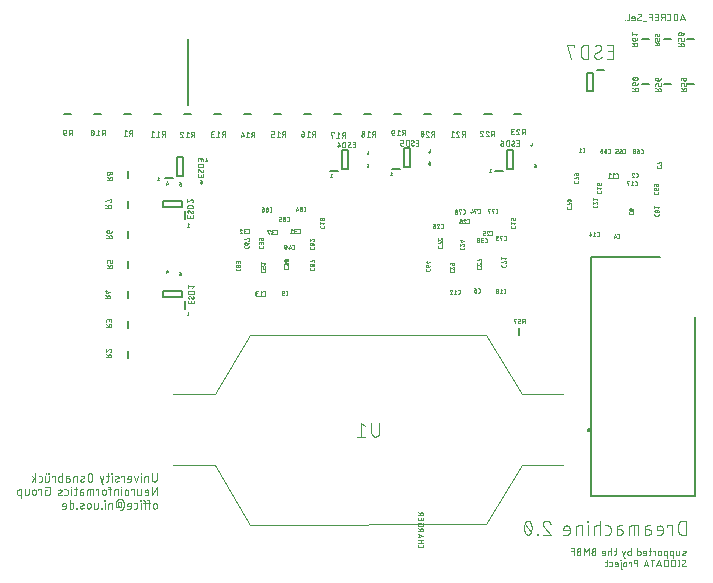
<source format=gbr>
G04 EAGLE Gerber RS-274X export*
G75*
%MOMM*%
%FSLAX34Y34*%
%LPD*%
%INSilkscreen Bottom*%
%IPPOS*%
%AMOC8*
5,1,8,0,0,1.08239X$1,22.5*%
G01*
%ADD10C,0.050800*%
%ADD11C,0.101600*%
%ADD12C,0.152400*%
%ADD13C,0.025400*%
%ADD14C,0.200000*%
%ADD15C,0.100000*%
%ADD16C,0.200000*%


D10*
X-36322Y536448D02*
X-38269Y542290D01*
X-40217Y536448D01*
X-39730Y537909D02*
X-36809Y537909D01*
X-42552Y536448D02*
X-42552Y542290D01*
X-44175Y542290D01*
X-44255Y542288D01*
X-44334Y542282D01*
X-44413Y542272D01*
X-44492Y542259D01*
X-44569Y542241D01*
X-44646Y542220D01*
X-44722Y542195D01*
X-44796Y542166D01*
X-44869Y542134D01*
X-44940Y542098D01*
X-45009Y542059D01*
X-45077Y542016D01*
X-45142Y541971D01*
X-45205Y541922D01*
X-45265Y541870D01*
X-45323Y541815D01*
X-45378Y541757D01*
X-45430Y541697D01*
X-45479Y541634D01*
X-45524Y541569D01*
X-45567Y541501D01*
X-45606Y541432D01*
X-45642Y541361D01*
X-45674Y541288D01*
X-45703Y541214D01*
X-45728Y541138D01*
X-45749Y541061D01*
X-45767Y540984D01*
X-45780Y540905D01*
X-45790Y540826D01*
X-45796Y540747D01*
X-45798Y540667D01*
X-45798Y538071D01*
X-45796Y537991D01*
X-45790Y537912D01*
X-45780Y537833D01*
X-45767Y537754D01*
X-45749Y537677D01*
X-45728Y537600D01*
X-45703Y537524D01*
X-45674Y537450D01*
X-45642Y537377D01*
X-45606Y537306D01*
X-45567Y537237D01*
X-45524Y537169D01*
X-45479Y537104D01*
X-45430Y537041D01*
X-45378Y536981D01*
X-45323Y536923D01*
X-45265Y536868D01*
X-45205Y536816D01*
X-45142Y536767D01*
X-45077Y536722D01*
X-45009Y536679D01*
X-44940Y536640D01*
X-44869Y536604D01*
X-44796Y536572D01*
X-44722Y536543D01*
X-44646Y536518D01*
X-44569Y536497D01*
X-44492Y536479D01*
X-44413Y536466D01*
X-44334Y536456D01*
X-44255Y536450D01*
X-44175Y536448D01*
X-42552Y536448D01*
X-49739Y536448D02*
X-51037Y536448D01*
X-49739Y536448D02*
X-49669Y536450D01*
X-49599Y536456D01*
X-49529Y536465D01*
X-49460Y536478D01*
X-49392Y536495D01*
X-49325Y536516D01*
X-49259Y536540D01*
X-49194Y536568D01*
X-49131Y536599D01*
X-49070Y536634D01*
X-49011Y536672D01*
X-48953Y536713D01*
X-48899Y536757D01*
X-48846Y536804D01*
X-48797Y536853D01*
X-48750Y536906D01*
X-48706Y536960D01*
X-48665Y537018D01*
X-48627Y537077D01*
X-48592Y537138D01*
X-48561Y537201D01*
X-48533Y537266D01*
X-48509Y537332D01*
X-48488Y537399D01*
X-48471Y537467D01*
X-48458Y537536D01*
X-48449Y537606D01*
X-48443Y537676D01*
X-48441Y537746D01*
X-48441Y540992D01*
X-48443Y541062D01*
X-48449Y541132D01*
X-48458Y541202D01*
X-48471Y541271D01*
X-48488Y541339D01*
X-48509Y541406D01*
X-48533Y541472D01*
X-48561Y541537D01*
X-48592Y541600D01*
X-48627Y541661D01*
X-48665Y541720D01*
X-48706Y541778D01*
X-48750Y541832D01*
X-48797Y541885D01*
X-48846Y541934D01*
X-48899Y541981D01*
X-48953Y542025D01*
X-49011Y542066D01*
X-49070Y542104D01*
X-49131Y542139D01*
X-49194Y542170D01*
X-49259Y542198D01*
X-49325Y542222D01*
X-49392Y542243D01*
X-49460Y542260D01*
X-49529Y542273D01*
X-49599Y542282D01*
X-49669Y542288D01*
X-49739Y542290D01*
X-51037Y542290D01*
X-53447Y542290D02*
X-53447Y536448D01*
X-53447Y542290D02*
X-55070Y542290D01*
X-55150Y542288D01*
X-55229Y542282D01*
X-55308Y542272D01*
X-55387Y542259D01*
X-55464Y542241D01*
X-55541Y542220D01*
X-55617Y542195D01*
X-55691Y542166D01*
X-55764Y542134D01*
X-55835Y542098D01*
X-55904Y542059D01*
X-55972Y542016D01*
X-56037Y541971D01*
X-56100Y541922D01*
X-56160Y541870D01*
X-56218Y541815D01*
X-56273Y541757D01*
X-56325Y541697D01*
X-56374Y541634D01*
X-56419Y541569D01*
X-56462Y541501D01*
X-56501Y541432D01*
X-56537Y541361D01*
X-56569Y541288D01*
X-56598Y541214D01*
X-56623Y541138D01*
X-56644Y541061D01*
X-56662Y540984D01*
X-56675Y540905D01*
X-56685Y540826D01*
X-56691Y540747D01*
X-56693Y540667D01*
X-56691Y540587D01*
X-56685Y540508D01*
X-56675Y540429D01*
X-56662Y540350D01*
X-56644Y540273D01*
X-56623Y540196D01*
X-56598Y540120D01*
X-56569Y540046D01*
X-56537Y539973D01*
X-56501Y539902D01*
X-56462Y539833D01*
X-56419Y539765D01*
X-56374Y539700D01*
X-56325Y539637D01*
X-56273Y539577D01*
X-56218Y539519D01*
X-56160Y539464D01*
X-56100Y539412D01*
X-56037Y539363D01*
X-55972Y539318D01*
X-55904Y539275D01*
X-55835Y539236D01*
X-55764Y539200D01*
X-55691Y539168D01*
X-55617Y539139D01*
X-55541Y539114D01*
X-55464Y539093D01*
X-55387Y539075D01*
X-55308Y539062D01*
X-55229Y539052D01*
X-55150Y539046D01*
X-55070Y539044D01*
X-53447Y539044D01*
X-55395Y539044D02*
X-56693Y536448D01*
X-59327Y536448D02*
X-61924Y536448D01*
X-59327Y536448D02*
X-59327Y542290D01*
X-61924Y542290D01*
X-61275Y539694D02*
X-59327Y539694D01*
X-64280Y542290D02*
X-64280Y536448D01*
X-64280Y542290D02*
X-66877Y542290D01*
X-66877Y539694D02*
X-64280Y539694D01*
X-68784Y535799D02*
X-71381Y535799D01*
X-75360Y536448D02*
X-75430Y536450D01*
X-75500Y536456D01*
X-75570Y536465D01*
X-75639Y536478D01*
X-75707Y536495D01*
X-75774Y536516D01*
X-75840Y536540D01*
X-75905Y536568D01*
X-75968Y536599D01*
X-76029Y536634D01*
X-76088Y536672D01*
X-76146Y536713D01*
X-76200Y536757D01*
X-76253Y536804D01*
X-76302Y536853D01*
X-76349Y536906D01*
X-76393Y536960D01*
X-76434Y537018D01*
X-76472Y537077D01*
X-76507Y537138D01*
X-76538Y537201D01*
X-76566Y537266D01*
X-76590Y537332D01*
X-76611Y537399D01*
X-76628Y537467D01*
X-76641Y537536D01*
X-76650Y537606D01*
X-76656Y537676D01*
X-76658Y537746D01*
X-75360Y536448D02*
X-75257Y536450D01*
X-75154Y536456D01*
X-75051Y536465D01*
X-74949Y536479D01*
X-74848Y536496D01*
X-74747Y536517D01*
X-74647Y536542D01*
X-74548Y536571D01*
X-74450Y536603D01*
X-74353Y536640D01*
X-74258Y536679D01*
X-74164Y536722D01*
X-74072Y536769D01*
X-73982Y536819D01*
X-73894Y536873D01*
X-73808Y536929D01*
X-73724Y536989D01*
X-73643Y537052D01*
X-73564Y537118D01*
X-73487Y537187D01*
X-73413Y537259D01*
X-73575Y540992D02*
X-73577Y541062D01*
X-73583Y541132D01*
X-73592Y541202D01*
X-73605Y541271D01*
X-73622Y541339D01*
X-73643Y541406D01*
X-73667Y541472D01*
X-73695Y541537D01*
X-73726Y541600D01*
X-73761Y541661D01*
X-73799Y541720D01*
X-73840Y541778D01*
X-73884Y541832D01*
X-73931Y541885D01*
X-73980Y541934D01*
X-74033Y541981D01*
X-74087Y542025D01*
X-74145Y542066D01*
X-74204Y542104D01*
X-74265Y542139D01*
X-74328Y542170D01*
X-74393Y542198D01*
X-74459Y542222D01*
X-74526Y542243D01*
X-74594Y542260D01*
X-74663Y542273D01*
X-74733Y542282D01*
X-74803Y542288D01*
X-74873Y542290D01*
X-74971Y542288D01*
X-75069Y542282D01*
X-75166Y542272D01*
X-75263Y542259D01*
X-75359Y542241D01*
X-75455Y542219D01*
X-75549Y542194D01*
X-75643Y542165D01*
X-75735Y542132D01*
X-75826Y542096D01*
X-75915Y542056D01*
X-76003Y542012D01*
X-76088Y541965D01*
X-76172Y541914D01*
X-76254Y541860D01*
X-76333Y541803D01*
X-74225Y539856D02*
X-74167Y539893D01*
X-74111Y539932D01*
X-74057Y539974D01*
X-74005Y540019D01*
X-73956Y540066D01*
X-73909Y540116D01*
X-73865Y540168D01*
X-73824Y540223D01*
X-73785Y540280D01*
X-73750Y540338D01*
X-73717Y540398D01*
X-73688Y540460D01*
X-73662Y540523D01*
X-73639Y540588D01*
X-73620Y540654D01*
X-73604Y540720D01*
X-73592Y540788D01*
X-73583Y540855D01*
X-73578Y540924D01*
X-73576Y540992D01*
X-76010Y538882D02*
X-76068Y538846D01*
X-76124Y538807D01*
X-76178Y538765D01*
X-76230Y538720D01*
X-76279Y538672D01*
X-76326Y538622D01*
X-76370Y538570D01*
X-76411Y538516D01*
X-76450Y538459D01*
X-76485Y538400D01*
X-76518Y538340D01*
X-76547Y538278D01*
X-76573Y538215D01*
X-76596Y538150D01*
X-76615Y538085D01*
X-76631Y538018D01*
X-76643Y537951D01*
X-76652Y537883D01*
X-76657Y537814D01*
X-76659Y537746D01*
X-76009Y538882D02*
X-74224Y539856D01*
X-79855Y536448D02*
X-81477Y536448D01*
X-79855Y536448D02*
X-79794Y536450D01*
X-79733Y536456D01*
X-79672Y536465D01*
X-79613Y536479D01*
X-79554Y536496D01*
X-79496Y536516D01*
X-79440Y536541D01*
X-79386Y536568D01*
X-79333Y536600D01*
X-79282Y536634D01*
X-79234Y536672D01*
X-79188Y536712D01*
X-79145Y536755D01*
X-79105Y536801D01*
X-79067Y536849D01*
X-79033Y536900D01*
X-79001Y536953D01*
X-78974Y537007D01*
X-78949Y537063D01*
X-78929Y537121D01*
X-78912Y537180D01*
X-78898Y537239D01*
X-78889Y537300D01*
X-78883Y537361D01*
X-78881Y537422D01*
X-78881Y539044D01*
X-78883Y539114D01*
X-78889Y539184D01*
X-78898Y539254D01*
X-78911Y539323D01*
X-78928Y539391D01*
X-78949Y539458D01*
X-78973Y539524D01*
X-79001Y539589D01*
X-79032Y539652D01*
X-79067Y539713D01*
X-79105Y539772D01*
X-79146Y539830D01*
X-79190Y539884D01*
X-79237Y539937D01*
X-79286Y539986D01*
X-79339Y540033D01*
X-79393Y540077D01*
X-79451Y540118D01*
X-79510Y540156D01*
X-79571Y540191D01*
X-79634Y540222D01*
X-79699Y540250D01*
X-79765Y540274D01*
X-79832Y540295D01*
X-79900Y540312D01*
X-79969Y540325D01*
X-80039Y540334D01*
X-80109Y540340D01*
X-80179Y540342D01*
X-80249Y540340D01*
X-80319Y540334D01*
X-80389Y540325D01*
X-80458Y540312D01*
X-80526Y540295D01*
X-80593Y540274D01*
X-80659Y540250D01*
X-80724Y540222D01*
X-80787Y540191D01*
X-80848Y540156D01*
X-80907Y540118D01*
X-80965Y540077D01*
X-81019Y540033D01*
X-81072Y539986D01*
X-81121Y539937D01*
X-81168Y539884D01*
X-81212Y539830D01*
X-81253Y539772D01*
X-81291Y539713D01*
X-81326Y539652D01*
X-81357Y539589D01*
X-81385Y539524D01*
X-81409Y539458D01*
X-81430Y539391D01*
X-81447Y539323D01*
X-81460Y539254D01*
X-81469Y539184D01*
X-81475Y539114D01*
X-81477Y539044D01*
X-81477Y538395D01*
X-78881Y538395D01*
X-83909Y537422D02*
X-83909Y542290D01*
X-83908Y537422D02*
X-83910Y537361D01*
X-83916Y537300D01*
X-83925Y537239D01*
X-83939Y537180D01*
X-83956Y537121D01*
X-83976Y537063D01*
X-84001Y537007D01*
X-84028Y536953D01*
X-84060Y536900D01*
X-84094Y536849D01*
X-84132Y536801D01*
X-84172Y536755D01*
X-84215Y536712D01*
X-84261Y536672D01*
X-84309Y536634D01*
X-84360Y536600D01*
X-84413Y536568D01*
X-84467Y536541D01*
X-84523Y536516D01*
X-84581Y536496D01*
X-84640Y536479D01*
X-84699Y536465D01*
X-84760Y536456D01*
X-84821Y536450D01*
X-84882Y536448D01*
X-86684Y536448D02*
X-86684Y536773D01*
X-87009Y536773D01*
X-87009Y536448D01*
X-86684Y536448D01*
X-483362Y153162D02*
X-483362Y148026D01*
X-483364Y147939D01*
X-483370Y147851D01*
X-483379Y147764D01*
X-483393Y147678D01*
X-483410Y147592D01*
X-483431Y147508D01*
X-483456Y147424D01*
X-483485Y147341D01*
X-483517Y147260D01*
X-483552Y147180D01*
X-483591Y147102D01*
X-483634Y147025D01*
X-483680Y146951D01*
X-483729Y146879D01*
X-483781Y146809D01*
X-483837Y146741D01*
X-483895Y146676D01*
X-483956Y146613D01*
X-484020Y146554D01*
X-484087Y146497D01*
X-484155Y146443D01*
X-484227Y146392D01*
X-484300Y146345D01*
X-484375Y146300D01*
X-484453Y146259D01*
X-484532Y146222D01*
X-484612Y146188D01*
X-484694Y146158D01*
X-484777Y146131D01*
X-484862Y146108D01*
X-484947Y146089D01*
X-485033Y146074D01*
X-485120Y146062D01*
X-485207Y146054D01*
X-485294Y146050D01*
X-485382Y146050D01*
X-485469Y146054D01*
X-485556Y146062D01*
X-485643Y146074D01*
X-485729Y146089D01*
X-485814Y146108D01*
X-485899Y146131D01*
X-485982Y146158D01*
X-486064Y146188D01*
X-486144Y146222D01*
X-486223Y146259D01*
X-486301Y146300D01*
X-486376Y146345D01*
X-486449Y146392D01*
X-486521Y146443D01*
X-486589Y146497D01*
X-486656Y146554D01*
X-486720Y146613D01*
X-486781Y146676D01*
X-486839Y146741D01*
X-486895Y146809D01*
X-486947Y146879D01*
X-486996Y146951D01*
X-487042Y147025D01*
X-487085Y147102D01*
X-487124Y147180D01*
X-487159Y147260D01*
X-487191Y147341D01*
X-487220Y147424D01*
X-487245Y147508D01*
X-487266Y147592D01*
X-487283Y147678D01*
X-487297Y147764D01*
X-487306Y147851D01*
X-487312Y147939D01*
X-487314Y148026D01*
X-487313Y148026D02*
X-487313Y153162D01*
X-490615Y150791D02*
X-490615Y146050D01*
X-490615Y150791D02*
X-492591Y150791D01*
X-492657Y150789D01*
X-492724Y150784D01*
X-492789Y150774D01*
X-492855Y150761D01*
X-492919Y150745D01*
X-492982Y150725D01*
X-493044Y150701D01*
X-493105Y150674D01*
X-493164Y150643D01*
X-493221Y150609D01*
X-493277Y150572D01*
X-493330Y150532D01*
X-493381Y150490D01*
X-493429Y150444D01*
X-493475Y150396D01*
X-493517Y150345D01*
X-493557Y150292D01*
X-493594Y150236D01*
X-493628Y150179D01*
X-493659Y150120D01*
X-493686Y150060D01*
X-493709Y149997D01*
X-493730Y149934D01*
X-493746Y149870D01*
X-493759Y149805D01*
X-493769Y149739D01*
X-493774Y149672D01*
X-493776Y149606D01*
X-493776Y146050D01*
X-496767Y146050D02*
X-496767Y150791D01*
X-496570Y152767D02*
X-496570Y153162D01*
X-496965Y153162D01*
X-496965Y152767D01*
X-496570Y152767D01*
X-499302Y150791D02*
X-500882Y146050D01*
X-502463Y150791D01*
X-506202Y146050D02*
X-508178Y146050D01*
X-506202Y146050D02*
X-506136Y146052D01*
X-506069Y146057D01*
X-506004Y146067D01*
X-505938Y146080D01*
X-505874Y146096D01*
X-505811Y146116D01*
X-505749Y146140D01*
X-505688Y146167D01*
X-505629Y146198D01*
X-505572Y146232D01*
X-505516Y146269D01*
X-505463Y146309D01*
X-505412Y146351D01*
X-505364Y146397D01*
X-505318Y146445D01*
X-505276Y146496D01*
X-505236Y146549D01*
X-505199Y146605D01*
X-505165Y146662D01*
X-505134Y146721D01*
X-505107Y146782D01*
X-505083Y146844D01*
X-505063Y146907D01*
X-505047Y146971D01*
X-505034Y147037D01*
X-505024Y147102D01*
X-505019Y147169D01*
X-505017Y147235D01*
X-505017Y149211D01*
X-505019Y149290D01*
X-505025Y149368D01*
X-505035Y149446D01*
X-505048Y149524D01*
X-505066Y149601D01*
X-505087Y149677D01*
X-505112Y149751D01*
X-505141Y149825D01*
X-505173Y149897D01*
X-505209Y149967D01*
X-505249Y150035D01*
X-505292Y150101D01*
X-505338Y150165D01*
X-505387Y150227D01*
X-505439Y150286D01*
X-505494Y150342D01*
X-505552Y150396D01*
X-505612Y150446D01*
X-505675Y150494D01*
X-505740Y150538D01*
X-505807Y150579D01*
X-505876Y150617D01*
X-505947Y150651D01*
X-506020Y150682D01*
X-506094Y150709D01*
X-506169Y150732D01*
X-506245Y150751D01*
X-506323Y150767D01*
X-506401Y150779D01*
X-506479Y150787D01*
X-506558Y150791D01*
X-506636Y150791D01*
X-506715Y150787D01*
X-506793Y150779D01*
X-506871Y150767D01*
X-506949Y150751D01*
X-507025Y150732D01*
X-507100Y150709D01*
X-507174Y150682D01*
X-507247Y150651D01*
X-507318Y150617D01*
X-507387Y150579D01*
X-507454Y150538D01*
X-507519Y150494D01*
X-507582Y150446D01*
X-507642Y150396D01*
X-507700Y150342D01*
X-507755Y150286D01*
X-507807Y150227D01*
X-507856Y150165D01*
X-507902Y150101D01*
X-507945Y150035D01*
X-507985Y149967D01*
X-508021Y149897D01*
X-508053Y149825D01*
X-508082Y149751D01*
X-508107Y149677D01*
X-508128Y149601D01*
X-508146Y149524D01*
X-508159Y149446D01*
X-508169Y149368D01*
X-508175Y149290D01*
X-508177Y149211D01*
X-508178Y149211D02*
X-508178Y148421D01*
X-505017Y148421D01*
X-511225Y146050D02*
X-511225Y150791D01*
X-513596Y150791D01*
X-513596Y150001D01*
X-516354Y148816D02*
X-518329Y148026D01*
X-516354Y148816D02*
X-516296Y148841D01*
X-516240Y148870D01*
X-516185Y148902D01*
X-516133Y148938D01*
X-516083Y148977D01*
X-516036Y149018D01*
X-515991Y149063D01*
X-515949Y149110D01*
X-515910Y149159D01*
X-515874Y149211D01*
X-515841Y149265D01*
X-515812Y149321D01*
X-515786Y149379D01*
X-515764Y149438D01*
X-515746Y149499D01*
X-515731Y149560D01*
X-515720Y149622D01*
X-515713Y149685D01*
X-515710Y149748D01*
X-515711Y149811D01*
X-515716Y149874D01*
X-515724Y149937D01*
X-515737Y149999D01*
X-515753Y150060D01*
X-515773Y150120D01*
X-515796Y150178D01*
X-515823Y150235D01*
X-515854Y150290D01*
X-515888Y150344D01*
X-515925Y150395D01*
X-515965Y150443D01*
X-516008Y150490D01*
X-516054Y150533D01*
X-516103Y150573D01*
X-516154Y150611D01*
X-516207Y150645D01*
X-516262Y150676D01*
X-516319Y150703D01*
X-516377Y150727D01*
X-516437Y150747D01*
X-516498Y150763D01*
X-516560Y150776D01*
X-516623Y150785D01*
X-516685Y150790D01*
X-516749Y150791D01*
X-516749Y150792D02*
X-516880Y150788D01*
X-517011Y150780D01*
X-517141Y150769D01*
X-517271Y150754D01*
X-517401Y150734D01*
X-517530Y150712D01*
X-517658Y150685D01*
X-517786Y150655D01*
X-517912Y150621D01*
X-518038Y150583D01*
X-518162Y150542D01*
X-518285Y150497D01*
X-518407Y150448D01*
X-518527Y150396D01*
X-518329Y148025D02*
X-518387Y148000D01*
X-518443Y147971D01*
X-518498Y147939D01*
X-518550Y147903D01*
X-518600Y147864D01*
X-518647Y147823D01*
X-518692Y147778D01*
X-518734Y147731D01*
X-518773Y147682D01*
X-518809Y147630D01*
X-518842Y147576D01*
X-518871Y147520D01*
X-518897Y147462D01*
X-518919Y147403D01*
X-518937Y147342D01*
X-518952Y147281D01*
X-518963Y147219D01*
X-518970Y147156D01*
X-518973Y147093D01*
X-518972Y147030D01*
X-518967Y146967D01*
X-518959Y146904D01*
X-518946Y146842D01*
X-518930Y146781D01*
X-518910Y146721D01*
X-518887Y146663D01*
X-518860Y146606D01*
X-518829Y146551D01*
X-518795Y146497D01*
X-518758Y146446D01*
X-518718Y146398D01*
X-518675Y146351D01*
X-518629Y146308D01*
X-518580Y146268D01*
X-518529Y146230D01*
X-518476Y146196D01*
X-518421Y146165D01*
X-518364Y146138D01*
X-518306Y146114D01*
X-518246Y146094D01*
X-518185Y146078D01*
X-518123Y146065D01*
X-518060Y146056D01*
X-517998Y146051D01*
X-517934Y146050D01*
X-517776Y146054D01*
X-517618Y146062D01*
X-517460Y146073D01*
X-517302Y146089D01*
X-517144Y146108D01*
X-516988Y146131D01*
X-516831Y146157D01*
X-516676Y146187D01*
X-516521Y146221D01*
X-516367Y146259D01*
X-516214Y146300D01*
X-516062Y146345D01*
X-515911Y146393D01*
X-515761Y146445D01*
X-521685Y146050D02*
X-521685Y150791D01*
X-521487Y152767D02*
X-521487Y153162D01*
X-521882Y153162D01*
X-521882Y152767D01*
X-521487Y152767D01*
X-523878Y150791D02*
X-526248Y150791D01*
X-524668Y153162D02*
X-524668Y147235D01*
X-524670Y147169D01*
X-524675Y147102D01*
X-524685Y147037D01*
X-524698Y146971D01*
X-524714Y146907D01*
X-524734Y146844D01*
X-524758Y146782D01*
X-524785Y146721D01*
X-524816Y146662D01*
X-524850Y146605D01*
X-524887Y146549D01*
X-524927Y146496D01*
X-524969Y146445D01*
X-525015Y146397D01*
X-525063Y146351D01*
X-525114Y146309D01*
X-525167Y146269D01*
X-525223Y146232D01*
X-525280Y146198D01*
X-525339Y146167D01*
X-525400Y146140D01*
X-525462Y146116D01*
X-525525Y146096D01*
X-525589Y146080D01*
X-525655Y146067D01*
X-525720Y146057D01*
X-525787Y146052D01*
X-525853Y146050D01*
X-526248Y146050D01*
X-528562Y143679D02*
X-529353Y143679D01*
X-531723Y150791D01*
X-528562Y150791D02*
X-530143Y146050D01*
X-537997Y148026D02*
X-537997Y151186D01*
X-537999Y151273D01*
X-538005Y151361D01*
X-538014Y151448D01*
X-538028Y151534D01*
X-538045Y151620D01*
X-538066Y151704D01*
X-538091Y151788D01*
X-538120Y151871D01*
X-538152Y151952D01*
X-538187Y152032D01*
X-538226Y152110D01*
X-538269Y152187D01*
X-538315Y152261D01*
X-538364Y152333D01*
X-538416Y152403D01*
X-538472Y152471D01*
X-538530Y152536D01*
X-538591Y152599D01*
X-538655Y152658D01*
X-538722Y152715D01*
X-538790Y152769D01*
X-538862Y152820D01*
X-538935Y152867D01*
X-539010Y152912D01*
X-539088Y152953D01*
X-539167Y152990D01*
X-539247Y153024D01*
X-539329Y153054D01*
X-539412Y153081D01*
X-539497Y153104D01*
X-539582Y153123D01*
X-539668Y153138D01*
X-539755Y153150D01*
X-539842Y153158D01*
X-539929Y153162D01*
X-540017Y153162D01*
X-540104Y153158D01*
X-540191Y153150D01*
X-540278Y153138D01*
X-540364Y153123D01*
X-540449Y153104D01*
X-540534Y153081D01*
X-540617Y153054D01*
X-540699Y153024D01*
X-540779Y152990D01*
X-540858Y152953D01*
X-540936Y152912D01*
X-541011Y152867D01*
X-541084Y152820D01*
X-541156Y152769D01*
X-541224Y152715D01*
X-541291Y152658D01*
X-541355Y152599D01*
X-541416Y152536D01*
X-541474Y152471D01*
X-541530Y152403D01*
X-541582Y152333D01*
X-541631Y152261D01*
X-541677Y152187D01*
X-541720Y152110D01*
X-541759Y152032D01*
X-541794Y151952D01*
X-541826Y151871D01*
X-541855Y151788D01*
X-541880Y151704D01*
X-541901Y151620D01*
X-541918Y151534D01*
X-541932Y151448D01*
X-541941Y151361D01*
X-541947Y151273D01*
X-541949Y151186D01*
X-541948Y151186D02*
X-541948Y148026D01*
X-541949Y148026D02*
X-541947Y147939D01*
X-541941Y147851D01*
X-541932Y147764D01*
X-541918Y147678D01*
X-541901Y147592D01*
X-541880Y147508D01*
X-541855Y147424D01*
X-541826Y147341D01*
X-541794Y147260D01*
X-541759Y147180D01*
X-541720Y147102D01*
X-541677Y147025D01*
X-541631Y146951D01*
X-541582Y146879D01*
X-541530Y146809D01*
X-541474Y146741D01*
X-541416Y146676D01*
X-541355Y146613D01*
X-541291Y146554D01*
X-541224Y146497D01*
X-541156Y146443D01*
X-541084Y146392D01*
X-541011Y146345D01*
X-540936Y146300D01*
X-540858Y146259D01*
X-540779Y146222D01*
X-540699Y146188D01*
X-540617Y146158D01*
X-540534Y146131D01*
X-540449Y146108D01*
X-540364Y146089D01*
X-540278Y146074D01*
X-540191Y146062D01*
X-540104Y146054D01*
X-540017Y146050D01*
X-539929Y146050D01*
X-539842Y146054D01*
X-539755Y146062D01*
X-539668Y146074D01*
X-539582Y146089D01*
X-539497Y146108D01*
X-539412Y146131D01*
X-539329Y146158D01*
X-539247Y146188D01*
X-539167Y146222D01*
X-539088Y146259D01*
X-539010Y146300D01*
X-538935Y146345D01*
X-538862Y146392D01*
X-538790Y146443D01*
X-538722Y146497D01*
X-538655Y146554D01*
X-538591Y146613D01*
X-538530Y146676D01*
X-538472Y146741D01*
X-538416Y146809D01*
X-538364Y146879D01*
X-538315Y146951D01*
X-538269Y147025D01*
X-538226Y147102D01*
X-538187Y147180D01*
X-538152Y147260D01*
X-538120Y147341D01*
X-538091Y147424D01*
X-538066Y147508D01*
X-538045Y147592D01*
X-538028Y147678D01*
X-538014Y147764D01*
X-538005Y147851D01*
X-537999Y147939D01*
X-537997Y148026D01*
X-545386Y148816D02*
X-547361Y148026D01*
X-545386Y148816D02*
X-545328Y148841D01*
X-545272Y148870D01*
X-545217Y148902D01*
X-545165Y148938D01*
X-545115Y148977D01*
X-545068Y149018D01*
X-545023Y149063D01*
X-544981Y149110D01*
X-544942Y149159D01*
X-544906Y149211D01*
X-544873Y149265D01*
X-544844Y149321D01*
X-544818Y149379D01*
X-544796Y149438D01*
X-544778Y149499D01*
X-544763Y149560D01*
X-544752Y149622D01*
X-544745Y149685D01*
X-544742Y149748D01*
X-544743Y149811D01*
X-544748Y149874D01*
X-544756Y149937D01*
X-544769Y149999D01*
X-544785Y150060D01*
X-544805Y150120D01*
X-544828Y150178D01*
X-544855Y150235D01*
X-544886Y150290D01*
X-544920Y150344D01*
X-544957Y150395D01*
X-544997Y150443D01*
X-545040Y150490D01*
X-545086Y150533D01*
X-545135Y150573D01*
X-545186Y150611D01*
X-545239Y150645D01*
X-545294Y150676D01*
X-545351Y150703D01*
X-545409Y150727D01*
X-545469Y150747D01*
X-545530Y150763D01*
X-545592Y150776D01*
X-545655Y150785D01*
X-545717Y150790D01*
X-545781Y150791D01*
X-545781Y150792D02*
X-545912Y150788D01*
X-546043Y150780D01*
X-546173Y150769D01*
X-546303Y150754D01*
X-546433Y150734D01*
X-546562Y150712D01*
X-546690Y150685D01*
X-546818Y150655D01*
X-546944Y150621D01*
X-547070Y150583D01*
X-547194Y150542D01*
X-547317Y150497D01*
X-547439Y150448D01*
X-547559Y150396D01*
X-547361Y148025D02*
X-547419Y148000D01*
X-547475Y147971D01*
X-547530Y147939D01*
X-547582Y147903D01*
X-547632Y147864D01*
X-547679Y147823D01*
X-547724Y147778D01*
X-547766Y147731D01*
X-547805Y147682D01*
X-547841Y147630D01*
X-547874Y147576D01*
X-547903Y147520D01*
X-547929Y147462D01*
X-547951Y147403D01*
X-547969Y147342D01*
X-547984Y147281D01*
X-547995Y147219D01*
X-548002Y147156D01*
X-548005Y147093D01*
X-548004Y147030D01*
X-547999Y146967D01*
X-547991Y146904D01*
X-547978Y146842D01*
X-547962Y146781D01*
X-547942Y146721D01*
X-547919Y146663D01*
X-547892Y146606D01*
X-547861Y146551D01*
X-547827Y146497D01*
X-547790Y146446D01*
X-547750Y146398D01*
X-547707Y146351D01*
X-547661Y146308D01*
X-547612Y146268D01*
X-547561Y146230D01*
X-547508Y146196D01*
X-547453Y146165D01*
X-547396Y146138D01*
X-547338Y146114D01*
X-547278Y146094D01*
X-547217Y146078D01*
X-547155Y146065D01*
X-547092Y146056D01*
X-547030Y146051D01*
X-546966Y146050D01*
X-546808Y146054D01*
X-546650Y146062D01*
X-546492Y146073D01*
X-546334Y146089D01*
X-546176Y146108D01*
X-546020Y146131D01*
X-545863Y146157D01*
X-545708Y146187D01*
X-545553Y146221D01*
X-545399Y146259D01*
X-545246Y146300D01*
X-545094Y146345D01*
X-544943Y146393D01*
X-544793Y146445D01*
X-550965Y146050D02*
X-550965Y150791D01*
X-552941Y150791D01*
X-553007Y150789D01*
X-553074Y150784D01*
X-553139Y150774D01*
X-553205Y150761D01*
X-553269Y150745D01*
X-553332Y150725D01*
X-553394Y150701D01*
X-553455Y150674D01*
X-553514Y150643D01*
X-553571Y150609D01*
X-553627Y150572D01*
X-553680Y150532D01*
X-553731Y150490D01*
X-553779Y150444D01*
X-553825Y150396D01*
X-553867Y150345D01*
X-553907Y150292D01*
X-553944Y150236D01*
X-553978Y150179D01*
X-554009Y150120D01*
X-554036Y150060D01*
X-554059Y149997D01*
X-554080Y149934D01*
X-554096Y149870D01*
X-554109Y149805D01*
X-554119Y149739D01*
X-554124Y149672D01*
X-554126Y149606D01*
X-554126Y146050D01*
X-558488Y148816D02*
X-560266Y148816D01*
X-558488Y148816D02*
X-558414Y148814D01*
X-558341Y148808D01*
X-558268Y148798D01*
X-558196Y148785D01*
X-558124Y148767D01*
X-558054Y148746D01*
X-557984Y148721D01*
X-557917Y148692D01*
X-557850Y148660D01*
X-557786Y148625D01*
X-557723Y148585D01*
X-557663Y148543D01*
X-557605Y148498D01*
X-557550Y148449D01*
X-557497Y148398D01*
X-557447Y148344D01*
X-557400Y148287D01*
X-557356Y148228D01*
X-557316Y148167D01*
X-557278Y148103D01*
X-557244Y148038D01*
X-557214Y147971D01*
X-557187Y147902D01*
X-557164Y147832D01*
X-557145Y147761D01*
X-557129Y147689D01*
X-557117Y147617D01*
X-557109Y147543D01*
X-557105Y147470D01*
X-557105Y147396D01*
X-557109Y147323D01*
X-557117Y147249D01*
X-557129Y147177D01*
X-557145Y147105D01*
X-557164Y147034D01*
X-557187Y146964D01*
X-557214Y146895D01*
X-557244Y146828D01*
X-557278Y146763D01*
X-557316Y146699D01*
X-557356Y146638D01*
X-557400Y146579D01*
X-557447Y146522D01*
X-557497Y146468D01*
X-557550Y146417D01*
X-557605Y146368D01*
X-557663Y146323D01*
X-557723Y146281D01*
X-557786Y146241D01*
X-557850Y146206D01*
X-557917Y146174D01*
X-557984Y146145D01*
X-558054Y146120D01*
X-558124Y146099D01*
X-558196Y146081D01*
X-558268Y146068D01*
X-558341Y146058D01*
X-558414Y146052D01*
X-558488Y146050D01*
X-560266Y146050D01*
X-560266Y149606D01*
X-560265Y149606D02*
X-560263Y149672D01*
X-560258Y149739D01*
X-560248Y149804D01*
X-560235Y149870D01*
X-560219Y149934D01*
X-560199Y149997D01*
X-560175Y150059D01*
X-560148Y150120D01*
X-560117Y150179D01*
X-560083Y150236D01*
X-560046Y150292D01*
X-560006Y150345D01*
X-559964Y150396D01*
X-559918Y150444D01*
X-559870Y150490D01*
X-559819Y150532D01*
X-559766Y150572D01*
X-559710Y150609D01*
X-559653Y150643D01*
X-559594Y150674D01*
X-559533Y150701D01*
X-559471Y150725D01*
X-559408Y150745D01*
X-559344Y150761D01*
X-559278Y150774D01*
X-559213Y150784D01*
X-559146Y150789D01*
X-559080Y150791D01*
X-557500Y150791D01*
X-563570Y153162D02*
X-563570Y146050D01*
X-565546Y146050D01*
X-565612Y146052D01*
X-565679Y146057D01*
X-565744Y146067D01*
X-565810Y146080D01*
X-565874Y146096D01*
X-565937Y146116D01*
X-565999Y146140D01*
X-566060Y146167D01*
X-566119Y146198D01*
X-566176Y146232D01*
X-566232Y146269D01*
X-566285Y146309D01*
X-566336Y146351D01*
X-566384Y146397D01*
X-566430Y146445D01*
X-566472Y146496D01*
X-566512Y146549D01*
X-566549Y146605D01*
X-566583Y146662D01*
X-566614Y146721D01*
X-566641Y146781D01*
X-566664Y146844D01*
X-566685Y146907D01*
X-566701Y146971D01*
X-566714Y147036D01*
X-566724Y147102D01*
X-566729Y147169D01*
X-566731Y147235D01*
X-566731Y149606D01*
X-566729Y149672D01*
X-566724Y149739D01*
X-566714Y149804D01*
X-566701Y149870D01*
X-566685Y149934D01*
X-566665Y149997D01*
X-566641Y150059D01*
X-566614Y150120D01*
X-566583Y150179D01*
X-566549Y150236D01*
X-566512Y150292D01*
X-566472Y150345D01*
X-566430Y150396D01*
X-566384Y150444D01*
X-566336Y150490D01*
X-566285Y150532D01*
X-566232Y150572D01*
X-566176Y150609D01*
X-566119Y150643D01*
X-566060Y150674D01*
X-565999Y150701D01*
X-565937Y150725D01*
X-565874Y150745D01*
X-565810Y150761D01*
X-565744Y150774D01*
X-565679Y150784D01*
X-565612Y150789D01*
X-565546Y150791D01*
X-563570Y150791D01*
X-569747Y150791D02*
X-569747Y146050D01*
X-569747Y150791D02*
X-572117Y150791D01*
X-572117Y150001D01*
X-574511Y150791D02*
X-574511Y147235D01*
X-574513Y147169D01*
X-574518Y147102D01*
X-574528Y147037D01*
X-574541Y146971D01*
X-574557Y146907D01*
X-574577Y146844D01*
X-574601Y146782D01*
X-574628Y146721D01*
X-574659Y146662D01*
X-574693Y146605D01*
X-574730Y146549D01*
X-574770Y146496D01*
X-574812Y146445D01*
X-574858Y146397D01*
X-574906Y146351D01*
X-574957Y146309D01*
X-575010Y146269D01*
X-575066Y146232D01*
X-575123Y146198D01*
X-575182Y146167D01*
X-575243Y146140D01*
X-575305Y146116D01*
X-575368Y146096D01*
X-575432Y146080D01*
X-575498Y146067D01*
X-575563Y146057D01*
X-575630Y146052D01*
X-575696Y146050D01*
X-577672Y146050D01*
X-577672Y150791D01*
X-574708Y152767D02*
X-574708Y153162D01*
X-575103Y153162D01*
X-575103Y152767D01*
X-574708Y152767D01*
X-577079Y152767D02*
X-577079Y153162D01*
X-577474Y153162D01*
X-577474Y152767D01*
X-577079Y152767D01*
X-581875Y146050D02*
X-583456Y146050D01*
X-581875Y146050D02*
X-581809Y146052D01*
X-581742Y146057D01*
X-581677Y146067D01*
X-581611Y146080D01*
X-581547Y146096D01*
X-581484Y146116D01*
X-581422Y146140D01*
X-581361Y146167D01*
X-581302Y146198D01*
X-581245Y146232D01*
X-581189Y146269D01*
X-581136Y146309D01*
X-581085Y146351D01*
X-581037Y146397D01*
X-580991Y146445D01*
X-580949Y146496D01*
X-580909Y146549D01*
X-580872Y146605D01*
X-580838Y146662D01*
X-580807Y146721D01*
X-580780Y146782D01*
X-580756Y146844D01*
X-580736Y146907D01*
X-580720Y146971D01*
X-580707Y147037D01*
X-580697Y147102D01*
X-580692Y147169D01*
X-580690Y147235D01*
X-580690Y149606D01*
X-580692Y149672D01*
X-580697Y149739D01*
X-580707Y149804D01*
X-580720Y149870D01*
X-580736Y149934D01*
X-580756Y149997D01*
X-580780Y150059D01*
X-580807Y150120D01*
X-580838Y150179D01*
X-580872Y150236D01*
X-580909Y150292D01*
X-580949Y150345D01*
X-580991Y150396D01*
X-581037Y150444D01*
X-581085Y150490D01*
X-581136Y150532D01*
X-581189Y150572D01*
X-581245Y150609D01*
X-581302Y150643D01*
X-581361Y150674D01*
X-581422Y150701D01*
X-581484Y150725D01*
X-581547Y150745D01*
X-581611Y150761D01*
X-581677Y150774D01*
X-581742Y150784D01*
X-581809Y150789D01*
X-581875Y150791D01*
X-583456Y150791D01*
X-586244Y153162D02*
X-586244Y146050D01*
X-586244Y148421D02*
X-589405Y150791D01*
X-587627Y149408D02*
X-589405Y146050D01*
X-483362Y141732D02*
X-483362Y134620D01*
X-487313Y134620D02*
X-483362Y141732D01*
X-487313Y141732D02*
X-487313Y134620D01*
X-491572Y134620D02*
X-493547Y134620D01*
X-491572Y134620D02*
X-491506Y134622D01*
X-491439Y134627D01*
X-491374Y134637D01*
X-491308Y134650D01*
X-491244Y134666D01*
X-491181Y134686D01*
X-491119Y134710D01*
X-491058Y134737D01*
X-490999Y134768D01*
X-490942Y134802D01*
X-490886Y134839D01*
X-490833Y134879D01*
X-490782Y134921D01*
X-490734Y134967D01*
X-490688Y135015D01*
X-490646Y135066D01*
X-490606Y135119D01*
X-490569Y135175D01*
X-490535Y135232D01*
X-490504Y135291D01*
X-490477Y135352D01*
X-490453Y135414D01*
X-490433Y135477D01*
X-490417Y135541D01*
X-490404Y135607D01*
X-490394Y135672D01*
X-490389Y135739D01*
X-490387Y135805D01*
X-490386Y135805D02*
X-490386Y137781D01*
X-490387Y137781D02*
X-490389Y137860D01*
X-490395Y137938D01*
X-490405Y138016D01*
X-490418Y138094D01*
X-490436Y138171D01*
X-490457Y138247D01*
X-490482Y138321D01*
X-490511Y138395D01*
X-490543Y138467D01*
X-490579Y138537D01*
X-490619Y138605D01*
X-490662Y138671D01*
X-490708Y138735D01*
X-490757Y138797D01*
X-490809Y138856D01*
X-490864Y138912D01*
X-490922Y138966D01*
X-490982Y139016D01*
X-491045Y139064D01*
X-491110Y139108D01*
X-491177Y139149D01*
X-491246Y139187D01*
X-491317Y139221D01*
X-491390Y139252D01*
X-491464Y139279D01*
X-491539Y139302D01*
X-491615Y139321D01*
X-491693Y139337D01*
X-491771Y139349D01*
X-491849Y139357D01*
X-491928Y139361D01*
X-492006Y139361D01*
X-492085Y139357D01*
X-492163Y139349D01*
X-492241Y139337D01*
X-492319Y139321D01*
X-492395Y139302D01*
X-492470Y139279D01*
X-492544Y139252D01*
X-492617Y139221D01*
X-492688Y139187D01*
X-492757Y139149D01*
X-492824Y139108D01*
X-492889Y139064D01*
X-492952Y139016D01*
X-493012Y138966D01*
X-493070Y138912D01*
X-493125Y138856D01*
X-493177Y138797D01*
X-493226Y138735D01*
X-493272Y138671D01*
X-493315Y138605D01*
X-493355Y138537D01*
X-493391Y138467D01*
X-493423Y138395D01*
X-493452Y138321D01*
X-493477Y138247D01*
X-493498Y138171D01*
X-493516Y138094D01*
X-493529Y138016D01*
X-493539Y137938D01*
X-493545Y137860D01*
X-493547Y137781D01*
X-493547Y136991D01*
X-490386Y136991D01*
X-496559Y135805D02*
X-496559Y139361D01*
X-496559Y135805D02*
X-496561Y135739D01*
X-496566Y135672D01*
X-496576Y135607D01*
X-496589Y135541D01*
X-496605Y135477D01*
X-496625Y135414D01*
X-496649Y135352D01*
X-496676Y135291D01*
X-496707Y135232D01*
X-496741Y135175D01*
X-496778Y135119D01*
X-496818Y135066D01*
X-496860Y135015D01*
X-496906Y134967D01*
X-496954Y134921D01*
X-497005Y134879D01*
X-497058Y134839D01*
X-497114Y134802D01*
X-497171Y134768D01*
X-497230Y134737D01*
X-497291Y134710D01*
X-497353Y134686D01*
X-497416Y134666D01*
X-497480Y134650D01*
X-497546Y134637D01*
X-497611Y134627D01*
X-497678Y134622D01*
X-497744Y134620D01*
X-499720Y134620D01*
X-499720Y139361D01*
X-502996Y139361D02*
X-502996Y134620D01*
X-502996Y139361D02*
X-505367Y139361D01*
X-505367Y138571D01*
X-507531Y137781D02*
X-507531Y136200D01*
X-507532Y137781D02*
X-507534Y137860D01*
X-507540Y137938D01*
X-507550Y138016D01*
X-507563Y138094D01*
X-507581Y138171D01*
X-507602Y138247D01*
X-507627Y138321D01*
X-507656Y138395D01*
X-507688Y138467D01*
X-507724Y138537D01*
X-507764Y138605D01*
X-507807Y138671D01*
X-507853Y138735D01*
X-507902Y138797D01*
X-507954Y138856D01*
X-508009Y138912D01*
X-508067Y138966D01*
X-508127Y139016D01*
X-508190Y139064D01*
X-508255Y139108D01*
X-508322Y139149D01*
X-508391Y139187D01*
X-508462Y139221D01*
X-508535Y139252D01*
X-508609Y139279D01*
X-508684Y139302D01*
X-508760Y139321D01*
X-508838Y139337D01*
X-508916Y139349D01*
X-508994Y139357D01*
X-509073Y139361D01*
X-509151Y139361D01*
X-509230Y139357D01*
X-509308Y139349D01*
X-509386Y139337D01*
X-509464Y139321D01*
X-509540Y139302D01*
X-509615Y139279D01*
X-509689Y139252D01*
X-509762Y139221D01*
X-509833Y139187D01*
X-509902Y139149D01*
X-509969Y139108D01*
X-510034Y139064D01*
X-510097Y139016D01*
X-510157Y138966D01*
X-510215Y138912D01*
X-510270Y138856D01*
X-510322Y138797D01*
X-510371Y138735D01*
X-510417Y138671D01*
X-510460Y138605D01*
X-510500Y138537D01*
X-510536Y138467D01*
X-510568Y138395D01*
X-510597Y138321D01*
X-510622Y138247D01*
X-510643Y138171D01*
X-510661Y138094D01*
X-510674Y138016D01*
X-510684Y137938D01*
X-510690Y137860D01*
X-510692Y137781D01*
X-510692Y136200D01*
X-510690Y136121D01*
X-510684Y136043D01*
X-510674Y135965D01*
X-510661Y135887D01*
X-510643Y135810D01*
X-510622Y135734D01*
X-510597Y135660D01*
X-510568Y135586D01*
X-510536Y135514D01*
X-510500Y135444D01*
X-510460Y135376D01*
X-510417Y135310D01*
X-510371Y135246D01*
X-510322Y135184D01*
X-510270Y135125D01*
X-510215Y135069D01*
X-510157Y135015D01*
X-510097Y134965D01*
X-510034Y134917D01*
X-509969Y134873D01*
X-509902Y134832D01*
X-509833Y134794D01*
X-509762Y134760D01*
X-509689Y134729D01*
X-509615Y134702D01*
X-509540Y134679D01*
X-509464Y134660D01*
X-509386Y134644D01*
X-509308Y134632D01*
X-509230Y134624D01*
X-509151Y134620D01*
X-509073Y134620D01*
X-508994Y134624D01*
X-508916Y134632D01*
X-508838Y134644D01*
X-508760Y134660D01*
X-508684Y134679D01*
X-508609Y134702D01*
X-508535Y134729D01*
X-508462Y134760D01*
X-508391Y134794D01*
X-508322Y134832D01*
X-508255Y134873D01*
X-508190Y134917D01*
X-508127Y134965D01*
X-508067Y135015D01*
X-508009Y135069D01*
X-507954Y135125D01*
X-507902Y135184D01*
X-507853Y135246D01*
X-507807Y135310D01*
X-507764Y135376D01*
X-507724Y135444D01*
X-507688Y135514D01*
X-507656Y135586D01*
X-507627Y135660D01*
X-507602Y135734D01*
X-507581Y135810D01*
X-507563Y135887D01*
X-507550Y135965D01*
X-507540Y136043D01*
X-507534Y136121D01*
X-507532Y136200D01*
X-513455Y134620D02*
X-513455Y139361D01*
X-513258Y141337D02*
X-513258Y141732D01*
X-513653Y141732D01*
X-513653Y141337D01*
X-513258Y141337D01*
X-516447Y139361D02*
X-516447Y134620D01*
X-516447Y139361D02*
X-518422Y139361D01*
X-518488Y139359D01*
X-518555Y139354D01*
X-518620Y139344D01*
X-518686Y139331D01*
X-518750Y139315D01*
X-518813Y139295D01*
X-518875Y139271D01*
X-518936Y139244D01*
X-518995Y139213D01*
X-519052Y139179D01*
X-519108Y139142D01*
X-519161Y139102D01*
X-519212Y139060D01*
X-519260Y139014D01*
X-519306Y138966D01*
X-519348Y138915D01*
X-519388Y138862D01*
X-519425Y138806D01*
X-519459Y138749D01*
X-519490Y138690D01*
X-519517Y138630D01*
X-519540Y138567D01*
X-519561Y138504D01*
X-519577Y138440D01*
X-519590Y138375D01*
X-519600Y138309D01*
X-519605Y138242D01*
X-519607Y138176D01*
X-519608Y138176D02*
X-519608Y134620D01*
X-523002Y134620D02*
X-523002Y140547D01*
X-523004Y140613D01*
X-523009Y140680D01*
X-523019Y140745D01*
X-523032Y140811D01*
X-523048Y140875D01*
X-523068Y140938D01*
X-523092Y141000D01*
X-523119Y141061D01*
X-523150Y141120D01*
X-523184Y141177D01*
X-523221Y141233D01*
X-523261Y141286D01*
X-523303Y141337D01*
X-523349Y141385D01*
X-523397Y141431D01*
X-523448Y141473D01*
X-523501Y141513D01*
X-523557Y141550D01*
X-523614Y141584D01*
X-523673Y141615D01*
X-523733Y141642D01*
X-523796Y141665D01*
X-523859Y141686D01*
X-523923Y141702D01*
X-523988Y141715D01*
X-524054Y141725D01*
X-524121Y141730D01*
X-524187Y141732D01*
X-524582Y141732D01*
X-524582Y139361D02*
X-522211Y139361D01*
X-526505Y137781D02*
X-526505Y136200D01*
X-526505Y137781D02*
X-526507Y137860D01*
X-526513Y137938D01*
X-526523Y138016D01*
X-526536Y138094D01*
X-526554Y138171D01*
X-526575Y138247D01*
X-526600Y138321D01*
X-526629Y138395D01*
X-526661Y138467D01*
X-526697Y138537D01*
X-526737Y138605D01*
X-526780Y138671D01*
X-526826Y138735D01*
X-526875Y138797D01*
X-526927Y138856D01*
X-526982Y138912D01*
X-527040Y138966D01*
X-527100Y139016D01*
X-527163Y139064D01*
X-527228Y139108D01*
X-527295Y139149D01*
X-527364Y139187D01*
X-527435Y139221D01*
X-527508Y139252D01*
X-527582Y139279D01*
X-527657Y139302D01*
X-527733Y139321D01*
X-527811Y139337D01*
X-527889Y139349D01*
X-527967Y139357D01*
X-528046Y139361D01*
X-528124Y139361D01*
X-528203Y139357D01*
X-528281Y139349D01*
X-528359Y139337D01*
X-528437Y139321D01*
X-528513Y139302D01*
X-528588Y139279D01*
X-528662Y139252D01*
X-528735Y139221D01*
X-528806Y139187D01*
X-528875Y139149D01*
X-528942Y139108D01*
X-529007Y139064D01*
X-529070Y139016D01*
X-529130Y138966D01*
X-529188Y138912D01*
X-529243Y138856D01*
X-529295Y138797D01*
X-529344Y138735D01*
X-529390Y138671D01*
X-529433Y138605D01*
X-529473Y138537D01*
X-529509Y138467D01*
X-529541Y138395D01*
X-529570Y138321D01*
X-529595Y138247D01*
X-529616Y138171D01*
X-529634Y138094D01*
X-529647Y138016D01*
X-529657Y137938D01*
X-529663Y137860D01*
X-529665Y137781D01*
X-529666Y137781D02*
X-529666Y136200D01*
X-529665Y136200D02*
X-529663Y136121D01*
X-529657Y136043D01*
X-529647Y135965D01*
X-529634Y135887D01*
X-529616Y135810D01*
X-529595Y135734D01*
X-529570Y135660D01*
X-529541Y135586D01*
X-529509Y135514D01*
X-529473Y135444D01*
X-529433Y135376D01*
X-529390Y135310D01*
X-529344Y135246D01*
X-529295Y135184D01*
X-529243Y135125D01*
X-529188Y135069D01*
X-529130Y135015D01*
X-529070Y134965D01*
X-529007Y134917D01*
X-528942Y134873D01*
X-528875Y134832D01*
X-528806Y134794D01*
X-528735Y134760D01*
X-528662Y134729D01*
X-528588Y134702D01*
X-528513Y134679D01*
X-528437Y134660D01*
X-528359Y134644D01*
X-528281Y134632D01*
X-528203Y134624D01*
X-528124Y134620D01*
X-528046Y134620D01*
X-527967Y134624D01*
X-527889Y134632D01*
X-527811Y134644D01*
X-527733Y134660D01*
X-527657Y134679D01*
X-527582Y134702D01*
X-527508Y134729D01*
X-527435Y134760D01*
X-527364Y134794D01*
X-527295Y134832D01*
X-527228Y134873D01*
X-527163Y134917D01*
X-527100Y134965D01*
X-527040Y135015D01*
X-526982Y135069D01*
X-526927Y135125D01*
X-526875Y135184D01*
X-526826Y135246D01*
X-526780Y135310D01*
X-526737Y135376D01*
X-526697Y135444D01*
X-526661Y135514D01*
X-526629Y135586D01*
X-526600Y135660D01*
X-526575Y135734D01*
X-526554Y135810D01*
X-526536Y135887D01*
X-526523Y135965D01*
X-526513Y136043D01*
X-526507Y136121D01*
X-526505Y136200D01*
X-532714Y134620D02*
X-532714Y139361D01*
X-535084Y139361D01*
X-535084Y138571D01*
X-537602Y139361D02*
X-537602Y134620D01*
X-537602Y139361D02*
X-541158Y139361D01*
X-541224Y139359D01*
X-541291Y139354D01*
X-541356Y139344D01*
X-541422Y139331D01*
X-541486Y139315D01*
X-541549Y139295D01*
X-541611Y139271D01*
X-541672Y139244D01*
X-541731Y139213D01*
X-541788Y139179D01*
X-541844Y139142D01*
X-541897Y139102D01*
X-541948Y139060D01*
X-541996Y139014D01*
X-542042Y138966D01*
X-542084Y138915D01*
X-542124Y138862D01*
X-542161Y138806D01*
X-542195Y138749D01*
X-542226Y138690D01*
X-542253Y138629D01*
X-542277Y138567D01*
X-542297Y138504D01*
X-542313Y138440D01*
X-542326Y138374D01*
X-542336Y138309D01*
X-542341Y138242D01*
X-542343Y138176D01*
X-542343Y134620D01*
X-539973Y134620D02*
X-539973Y139361D01*
X-546829Y137386D02*
X-548607Y137386D01*
X-546829Y137386D02*
X-546755Y137384D01*
X-546682Y137378D01*
X-546609Y137368D01*
X-546537Y137355D01*
X-546465Y137337D01*
X-546395Y137316D01*
X-546325Y137291D01*
X-546258Y137262D01*
X-546191Y137230D01*
X-546127Y137195D01*
X-546064Y137155D01*
X-546004Y137113D01*
X-545946Y137068D01*
X-545891Y137019D01*
X-545838Y136968D01*
X-545788Y136914D01*
X-545741Y136857D01*
X-545697Y136798D01*
X-545657Y136737D01*
X-545619Y136673D01*
X-545585Y136608D01*
X-545555Y136541D01*
X-545528Y136472D01*
X-545505Y136402D01*
X-545486Y136331D01*
X-545470Y136259D01*
X-545458Y136187D01*
X-545450Y136113D01*
X-545446Y136040D01*
X-545446Y135966D01*
X-545450Y135893D01*
X-545458Y135819D01*
X-545470Y135747D01*
X-545486Y135675D01*
X-545505Y135604D01*
X-545528Y135534D01*
X-545555Y135465D01*
X-545585Y135398D01*
X-545619Y135333D01*
X-545657Y135269D01*
X-545697Y135208D01*
X-545741Y135149D01*
X-545788Y135092D01*
X-545838Y135038D01*
X-545891Y134987D01*
X-545946Y134938D01*
X-546004Y134893D01*
X-546064Y134851D01*
X-546127Y134811D01*
X-546191Y134776D01*
X-546258Y134744D01*
X-546325Y134715D01*
X-546395Y134690D01*
X-546465Y134669D01*
X-546537Y134651D01*
X-546609Y134638D01*
X-546682Y134628D01*
X-546755Y134622D01*
X-546829Y134620D01*
X-548607Y134620D01*
X-548607Y138176D01*
X-548605Y138242D01*
X-548600Y138309D01*
X-548590Y138374D01*
X-548577Y138440D01*
X-548561Y138504D01*
X-548541Y138567D01*
X-548517Y138629D01*
X-548490Y138690D01*
X-548459Y138749D01*
X-548425Y138806D01*
X-548388Y138862D01*
X-548348Y138915D01*
X-548306Y138966D01*
X-548260Y139014D01*
X-548212Y139060D01*
X-548161Y139102D01*
X-548108Y139142D01*
X-548052Y139179D01*
X-547995Y139213D01*
X-547936Y139244D01*
X-547875Y139271D01*
X-547813Y139295D01*
X-547750Y139315D01*
X-547686Y139331D01*
X-547620Y139344D01*
X-547555Y139354D01*
X-547488Y139359D01*
X-547422Y139361D01*
X-545841Y139361D01*
X-551081Y139361D02*
X-553451Y139361D01*
X-551871Y141732D02*
X-551871Y135805D01*
X-551873Y135739D01*
X-551878Y135672D01*
X-551888Y135607D01*
X-551901Y135541D01*
X-551917Y135477D01*
X-551937Y135414D01*
X-551961Y135352D01*
X-551988Y135291D01*
X-552019Y135232D01*
X-552053Y135175D01*
X-552090Y135119D01*
X-552130Y135066D01*
X-552172Y135015D01*
X-552218Y134967D01*
X-552266Y134921D01*
X-552317Y134879D01*
X-552370Y134839D01*
X-552426Y134802D01*
X-552483Y134768D01*
X-552542Y134737D01*
X-552603Y134710D01*
X-552665Y134686D01*
X-552728Y134666D01*
X-552792Y134650D01*
X-552858Y134637D01*
X-552923Y134627D01*
X-552990Y134622D01*
X-553056Y134620D01*
X-553451Y134620D01*
X-555974Y134620D02*
X-555974Y139361D01*
X-555777Y141337D02*
X-555777Y141732D01*
X-556172Y141732D01*
X-556172Y141337D01*
X-555777Y141337D01*
X-559930Y134620D02*
X-561510Y134620D01*
X-559930Y134620D02*
X-559864Y134622D01*
X-559797Y134627D01*
X-559732Y134637D01*
X-559666Y134650D01*
X-559602Y134666D01*
X-559539Y134686D01*
X-559477Y134710D01*
X-559416Y134737D01*
X-559357Y134768D01*
X-559300Y134802D01*
X-559244Y134839D01*
X-559191Y134879D01*
X-559140Y134921D01*
X-559092Y134967D01*
X-559046Y135015D01*
X-559004Y135066D01*
X-558964Y135119D01*
X-558927Y135175D01*
X-558893Y135232D01*
X-558862Y135291D01*
X-558835Y135352D01*
X-558811Y135414D01*
X-558791Y135477D01*
X-558775Y135541D01*
X-558762Y135607D01*
X-558752Y135672D01*
X-558747Y135739D01*
X-558745Y135805D01*
X-558745Y138176D01*
X-558747Y138242D01*
X-558752Y138309D01*
X-558762Y138374D01*
X-558775Y138440D01*
X-558791Y138504D01*
X-558811Y138567D01*
X-558835Y138629D01*
X-558862Y138690D01*
X-558893Y138749D01*
X-558927Y138806D01*
X-558964Y138862D01*
X-559004Y138915D01*
X-559046Y138966D01*
X-559092Y139014D01*
X-559140Y139060D01*
X-559191Y139102D01*
X-559244Y139142D01*
X-559300Y139179D01*
X-559357Y139213D01*
X-559416Y139244D01*
X-559477Y139271D01*
X-559539Y139295D01*
X-559602Y139315D01*
X-559666Y139331D01*
X-559732Y139344D01*
X-559797Y139354D01*
X-559864Y139359D01*
X-559930Y139361D01*
X-561510Y139361D01*
X-564588Y137386D02*
X-566563Y136596D01*
X-564588Y137386D02*
X-564530Y137411D01*
X-564474Y137440D01*
X-564419Y137472D01*
X-564367Y137508D01*
X-564317Y137547D01*
X-564270Y137588D01*
X-564225Y137633D01*
X-564183Y137680D01*
X-564144Y137729D01*
X-564108Y137781D01*
X-564075Y137835D01*
X-564046Y137891D01*
X-564020Y137949D01*
X-563998Y138008D01*
X-563980Y138069D01*
X-563965Y138130D01*
X-563954Y138192D01*
X-563947Y138255D01*
X-563944Y138318D01*
X-563945Y138381D01*
X-563950Y138444D01*
X-563958Y138507D01*
X-563971Y138569D01*
X-563987Y138630D01*
X-564007Y138690D01*
X-564030Y138748D01*
X-564057Y138805D01*
X-564088Y138860D01*
X-564122Y138914D01*
X-564159Y138965D01*
X-564199Y139013D01*
X-564242Y139060D01*
X-564288Y139103D01*
X-564337Y139143D01*
X-564388Y139181D01*
X-564441Y139215D01*
X-564496Y139246D01*
X-564553Y139273D01*
X-564611Y139297D01*
X-564671Y139317D01*
X-564732Y139333D01*
X-564794Y139346D01*
X-564857Y139355D01*
X-564919Y139360D01*
X-564983Y139361D01*
X-564983Y139362D02*
X-565114Y139358D01*
X-565245Y139350D01*
X-565375Y139339D01*
X-565505Y139324D01*
X-565635Y139304D01*
X-565764Y139282D01*
X-565892Y139255D01*
X-566020Y139225D01*
X-566146Y139191D01*
X-566272Y139153D01*
X-566396Y139112D01*
X-566519Y139067D01*
X-566641Y139018D01*
X-566761Y138966D01*
X-566563Y136595D02*
X-566621Y136570D01*
X-566677Y136541D01*
X-566732Y136509D01*
X-566784Y136473D01*
X-566834Y136434D01*
X-566881Y136393D01*
X-566926Y136348D01*
X-566968Y136301D01*
X-567007Y136252D01*
X-567043Y136200D01*
X-567076Y136146D01*
X-567105Y136090D01*
X-567131Y136032D01*
X-567153Y135973D01*
X-567171Y135912D01*
X-567186Y135851D01*
X-567197Y135789D01*
X-567204Y135726D01*
X-567207Y135663D01*
X-567206Y135600D01*
X-567201Y135537D01*
X-567193Y135474D01*
X-567180Y135412D01*
X-567164Y135351D01*
X-567144Y135291D01*
X-567121Y135233D01*
X-567094Y135176D01*
X-567063Y135121D01*
X-567029Y135067D01*
X-566992Y135016D01*
X-566952Y134968D01*
X-566909Y134921D01*
X-566863Y134878D01*
X-566814Y134838D01*
X-566763Y134800D01*
X-566710Y134766D01*
X-566655Y134735D01*
X-566598Y134708D01*
X-566540Y134684D01*
X-566480Y134664D01*
X-566419Y134648D01*
X-566357Y134635D01*
X-566294Y134626D01*
X-566232Y134621D01*
X-566168Y134620D01*
X-566010Y134624D01*
X-565852Y134632D01*
X-565694Y134643D01*
X-565536Y134659D01*
X-565378Y134678D01*
X-565222Y134701D01*
X-565065Y134727D01*
X-564910Y134757D01*
X-564755Y134791D01*
X-564601Y134829D01*
X-564448Y134870D01*
X-564296Y134915D01*
X-564145Y134963D01*
X-563995Y135015D01*
X-576653Y138571D02*
X-577838Y138571D01*
X-577838Y134620D01*
X-575467Y134620D01*
X-575389Y134622D01*
X-575312Y134628D01*
X-575235Y134637D01*
X-575159Y134650D01*
X-575083Y134667D01*
X-575008Y134688D01*
X-574935Y134712D01*
X-574862Y134740D01*
X-574791Y134772D01*
X-574722Y134807D01*
X-574655Y134845D01*
X-574589Y134886D01*
X-574526Y134931D01*
X-574465Y134979D01*
X-574406Y135029D01*
X-574350Y135083D01*
X-574296Y135139D01*
X-574246Y135198D01*
X-574198Y135259D01*
X-574153Y135322D01*
X-574112Y135388D01*
X-574074Y135455D01*
X-574039Y135524D01*
X-574007Y135595D01*
X-573979Y135668D01*
X-573955Y135741D01*
X-573934Y135816D01*
X-573917Y135892D01*
X-573904Y135968D01*
X-573895Y136045D01*
X-573889Y136122D01*
X-573887Y136200D01*
X-573887Y140152D01*
X-573889Y140230D01*
X-573895Y140307D01*
X-573904Y140384D01*
X-573917Y140460D01*
X-573934Y140536D01*
X-573955Y140611D01*
X-573979Y140684D01*
X-574007Y140757D01*
X-574039Y140828D01*
X-574074Y140897D01*
X-574112Y140964D01*
X-574153Y141030D01*
X-574198Y141093D01*
X-574246Y141154D01*
X-574296Y141213D01*
X-574350Y141269D01*
X-574406Y141323D01*
X-574465Y141373D01*
X-574526Y141421D01*
X-574589Y141466D01*
X-574655Y141507D01*
X-574722Y141545D01*
X-574791Y141580D01*
X-574862Y141612D01*
X-574935Y141640D01*
X-575008Y141664D01*
X-575083Y141685D01*
X-575159Y141702D01*
X-575235Y141715D01*
X-575312Y141724D01*
X-575389Y141730D01*
X-575467Y141732D01*
X-577838Y141732D01*
X-581176Y139361D02*
X-581176Y134620D01*
X-581176Y139361D02*
X-583547Y139361D01*
X-583547Y138571D01*
X-585712Y137781D02*
X-585712Y136200D01*
X-585712Y137781D02*
X-585714Y137860D01*
X-585720Y137938D01*
X-585730Y138016D01*
X-585743Y138094D01*
X-585761Y138171D01*
X-585782Y138247D01*
X-585807Y138321D01*
X-585836Y138395D01*
X-585868Y138467D01*
X-585904Y138537D01*
X-585944Y138605D01*
X-585987Y138671D01*
X-586033Y138735D01*
X-586082Y138797D01*
X-586134Y138856D01*
X-586189Y138912D01*
X-586247Y138966D01*
X-586307Y139016D01*
X-586370Y139064D01*
X-586435Y139108D01*
X-586502Y139149D01*
X-586571Y139187D01*
X-586642Y139221D01*
X-586715Y139252D01*
X-586789Y139279D01*
X-586864Y139302D01*
X-586940Y139321D01*
X-587018Y139337D01*
X-587096Y139349D01*
X-587174Y139357D01*
X-587253Y139361D01*
X-587331Y139361D01*
X-587410Y139357D01*
X-587488Y139349D01*
X-587566Y139337D01*
X-587644Y139321D01*
X-587720Y139302D01*
X-587795Y139279D01*
X-587869Y139252D01*
X-587942Y139221D01*
X-588013Y139187D01*
X-588082Y139149D01*
X-588149Y139108D01*
X-588214Y139064D01*
X-588277Y139016D01*
X-588337Y138966D01*
X-588395Y138912D01*
X-588450Y138856D01*
X-588502Y138797D01*
X-588551Y138735D01*
X-588597Y138671D01*
X-588640Y138605D01*
X-588680Y138537D01*
X-588716Y138467D01*
X-588748Y138395D01*
X-588777Y138321D01*
X-588802Y138247D01*
X-588823Y138171D01*
X-588841Y138094D01*
X-588854Y138016D01*
X-588864Y137938D01*
X-588870Y137860D01*
X-588872Y137781D01*
X-588873Y137781D02*
X-588873Y136200D01*
X-588872Y136200D02*
X-588870Y136121D01*
X-588864Y136043D01*
X-588854Y135965D01*
X-588841Y135887D01*
X-588823Y135810D01*
X-588802Y135734D01*
X-588777Y135660D01*
X-588748Y135586D01*
X-588716Y135514D01*
X-588680Y135444D01*
X-588640Y135376D01*
X-588597Y135310D01*
X-588551Y135246D01*
X-588502Y135184D01*
X-588450Y135125D01*
X-588395Y135069D01*
X-588337Y135015D01*
X-588277Y134965D01*
X-588214Y134917D01*
X-588149Y134873D01*
X-588082Y134832D01*
X-588013Y134794D01*
X-587942Y134760D01*
X-587869Y134729D01*
X-587795Y134702D01*
X-587720Y134679D01*
X-587644Y134660D01*
X-587566Y134644D01*
X-587488Y134632D01*
X-587410Y134624D01*
X-587331Y134620D01*
X-587253Y134620D01*
X-587174Y134624D01*
X-587096Y134632D01*
X-587018Y134644D01*
X-586940Y134660D01*
X-586864Y134679D01*
X-586789Y134702D01*
X-586715Y134729D01*
X-586642Y134760D01*
X-586571Y134794D01*
X-586502Y134832D01*
X-586435Y134873D01*
X-586370Y134917D01*
X-586307Y134965D01*
X-586247Y135015D01*
X-586189Y135069D01*
X-586134Y135125D01*
X-586082Y135184D01*
X-586033Y135246D01*
X-585987Y135310D01*
X-585944Y135376D01*
X-585904Y135444D01*
X-585868Y135514D01*
X-585836Y135586D01*
X-585807Y135660D01*
X-585782Y135734D01*
X-585761Y135810D01*
X-585743Y135887D01*
X-585730Y135965D01*
X-585720Y136043D01*
X-585714Y136121D01*
X-585712Y136200D01*
X-591884Y135805D02*
X-591884Y139361D01*
X-591884Y135805D02*
X-591886Y135739D01*
X-591891Y135672D01*
X-591901Y135607D01*
X-591914Y135541D01*
X-591930Y135477D01*
X-591950Y135414D01*
X-591974Y135352D01*
X-592001Y135291D01*
X-592032Y135232D01*
X-592066Y135175D01*
X-592103Y135119D01*
X-592143Y135066D01*
X-592185Y135015D01*
X-592231Y134967D01*
X-592279Y134921D01*
X-592330Y134879D01*
X-592383Y134839D01*
X-592439Y134802D01*
X-592496Y134768D01*
X-592555Y134737D01*
X-592616Y134710D01*
X-592678Y134686D01*
X-592741Y134666D01*
X-592805Y134650D01*
X-592871Y134637D01*
X-592936Y134627D01*
X-593003Y134622D01*
X-593069Y134620D01*
X-595045Y134620D01*
X-595045Y139361D01*
X-598317Y139361D02*
X-598317Y132249D01*
X-598317Y139361D02*
X-600293Y139361D01*
X-600359Y139359D01*
X-600426Y139354D01*
X-600491Y139344D01*
X-600557Y139331D01*
X-600621Y139315D01*
X-600684Y139295D01*
X-600746Y139271D01*
X-600807Y139244D01*
X-600866Y139213D01*
X-600923Y139179D01*
X-600979Y139142D01*
X-601032Y139102D01*
X-601083Y139060D01*
X-601131Y139014D01*
X-601177Y138966D01*
X-601219Y138915D01*
X-601259Y138862D01*
X-601296Y138806D01*
X-601330Y138749D01*
X-601361Y138690D01*
X-601388Y138630D01*
X-601411Y138567D01*
X-601432Y138504D01*
X-601448Y138440D01*
X-601461Y138375D01*
X-601471Y138309D01*
X-601476Y138242D01*
X-601478Y138176D01*
X-601478Y135805D01*
X-601476Y135739D01*
X-601471Y135672D01*
X-601461Y135607D01*
X-601448Y135541D01*
X-601432Y135477D01*
X-601412Y135414D01*
X-601388Y135352D01*
X-601361Y135291D01*
X-601330Y135232D01*
X-601296Y135175D01*
X-601259Y135119D01*
X-601219Y135066D01*
X-601177Y135015D01*
X-601131Y134967D01*
X-601083Y134921D01*
X-601032Y134879D01*
X-600979Y134839D01*
X-600923Y134802D01*
X-600866Y134768D01*
X-600807Y134737D01*
X-600746Y134710D01*
X-600684Y134686D01*
X-600621Y134666D01*
X-600557Y134650D01*
X-600491Y134637D01*
X-600426Y134627D01*
X-600359Y134622D01*
X-600293Y134620D01*
X-598317Y134620D01*
X-483362Y126351D02*
X-483362Y124770D01*
X-483362Y126351D02*
X-483364Y126430D01*
X-483370Y126508D01*
X-483380Y126586D01*
X-483393Y126664D01*
X-483411Y126741D01*
X-483432Y126817D01*
X-483457Y126891D01*
X-483486Y126965D01*
X-483518Y127037D01*
X-483554Y127107D01*
X-483594Y127175D01*
X-483637Y127241D01*
X-483683Y127305D01*
X-483732Y127367D01*
X-483784Y127426D01*
X-483839Y127482D01*
X-483897Y127536D01*
X-483957Y127586D01*
X-484020Y127634D01*
X-484085Y127678D01*
X-484152Y127719D01*
X-484221Y127757D01*
X-484292Y127791D01*
X-484365Y127822D01*
X-484439Y127849D01*
X-484514Y127872D01*
X-484590Y127891D01*
X-484668Y127907D01*
X-484746Y127919D01*
X-484824Y127927D01*
X-484903Y127931D01*
X-484981Y127931D01*
X-485060Y127927D01*
X-485138Y127919D01*
X-485216Y127907D01*
X-485294Y127891D01*
X-485370Y127872D01*
X-485445Y127849D01*
X-485519Y127822D01*
X-485592Y127791D01*
X-485663Y127757D01*
X-485732Y127719D01*
X-485799Y127678D01*
X-485864Y127634D01*
X-485927Y127586D01*
X-485987Y127536D01*
X-486045Y127482D01*
X-486100Y127426D01*
X-486152Y127367D01*
X-486201Y127305D01*
X-486247Y127241D01*
X-486290Y127175D01*
X-486330Y127107D01*
X-486366Y127037D01*
X-486398Y126965D01*
X-486427Y126891D01*
X-486452Y126817D01*
X-486473Y126741D01*
X-486491Y126664D01*
X-486504Y126586D01*
X-486514Y126508D01*
X-486520Y126430D01*
X-486522Y126351D01*
X-486523Y126351D02*
X-486523Y124770D01*
X-486522Y124770D02*
X-486520Y124691D01*
X-486514Y124613D01*
X-486504Y124535D01*
X-486491Y124457D01*
X-486473Y124380D01*
X-486452Y124304D01*
X-486427Y124230D01*
X-486398Y124156D01*
X-486366Y124084D01*
X-486330Y124014D01*
X-486290Y123946D01*
X-486247Y123880D01*
X-486201Y123816D01*
X-486152Y123754D01*
X-486100Y123695D01*
X-486045Y123639D01*
X-485987Y123585D01*
X-485927Y123535D01*
X-485864Y123487D01*
X-485799Y123443D01*
X-485732Y123402D01*
X-485663Y123364D01*
X-485592Y123330D01*
X-485519Y123299D01*
X-485445Y123272D01*
X-485370Y123249D01*
X-485294Y123230D01*
X-485216Y123214D01*
X-485138Y123202D01*
X-485060Y123194D01*
X-484981Y123190D01*
X-484903Y123190D01*
X-484824Y123194D01*
X-484746Y123202D01*
X-484668Y123214D01*
X-484590Y123230D01*
X-484514Y123249D01*
X-484439Y123272D01*
X-484365Y123299D01*
X-484292Y123330D01*
X-484221Y123364D01*
X-484152Y123402D01*
X-484085Y123443D01*
X-484020Y123487D01*
X-483957Y123535D01*
X-483897Y123585D01*
X-483839Y123639D01*
X-483784Y123695D01*
X-483732Y123754D01*
X-483683Y123816D01*
X-483637Y123880D01*
X-483594Y123946D01*
X-483554Y124014D01*
X-483518Y124084D01*
X-483486Y124156D01*
X-483457Y124230D01*
X-483432Y124304D01*
X-483411Y124380D01*
X-483393Y124457D01*
X-483380Y124535D01*
X-483370Y124613D01*
X-483364Y124691D01*
X-483362Y124770D01*
X-489688Y123190D02*
X-489688Y129117D01*
X-489689Y129117D02*
X-489691Y129183D01*
X-489696Y129250D01*
X-489706Y129315D01*
X-489719Y129381D01*
X-489735Y129445D01*
X-489755Y129508D01*
X-489779Y129570D01*
X-489806Y129631D01*
X-489837Y129690D01*
X-489871Y129747D01*
X-489908Y129803D01*
X-489948Y129856D01*
X-489990Y129907D01*
X-490036Y129955D01*
X-490084Y130001D01*
X-490135Y130043D01*
X-490188Y130083D01*
X-490244Y130120D01*
X-490301Y130154D01*
X-490360Y130185D01*
X-490420Y130212D01*
X-490483Y130235D01*
X-490546Y130256D01*
X-490610Y130272D01*
X-490675Y130285D01*
X-490741Y130295D01*
X-490808Y130300D01*
X-490874Y130302D01*
X-491269Y130302D01*
X-491269Y127931D02*
X-488898Y127931D01*
X-493574Y129117D02*
X-493574Y123190D01*
X-493575Y129117D02*
X-493577Y129183D01*
X-493582Y129250D01*
X-493592Y129315D01*
X-493605Y129381D01*
X-493621Y129445D01*
X-493641Y129508D01*
X-493665Y129570D01*
X-493692Y129631D01*
X-493723Y129690D01*
X-493757Y129747D01*
X-493794Y129803D01*
X-493834Y129856D01*
X-493876Y129907D01*
X-493922Y129955D01*
X-493970Y130001D01*
X-494021Y130043D01*
X-494074Y130083D01*
X-494130Y130120D01*
X-494187Y130154D01*
X-494246Y130185D01*
X-494306Y130212D01*
X-494369Y130235D01*
X-494432Y130256D01*
X-494496Y130272D01*
X-494561Y130285D01*
X-494627Y130295D01*
X-494694Y130300D01*
X-494760Y130302D01*
X-495155Y130302D01*
X-495155Y127931D02*
X-492784Y127931D01*
X-497058Y127931D02*
X-497058Y123190D01*
X-496861Y129907D02*
X-496861Y130302D01*
X-497256Y130302D01*
X-497256Y129907D01*
X-496861Y129907D01*
X-501014Y123190D02*
X-502594Y123190D01*
X-501014Y123190D02*
X-500948Y123192D01*
X-500881Y123197D01*
X-500816Y123207D01*
X-500750Y123220D01*
X-500686Y123236D01*
X-500623Y123256D01*
X-500561Y123280D01*
X-500500Y123307D01*
X-500441Y123338D01*
X-500384Y123372D01*
X-500328Y123409D01*
X-500275Y123449D01*
X-500224Y123491D01*
X-500176Y123537D01*
X-500130Y123585D01*
X-500088Y123636D01*
X-500048Y123689D01*
X-500011Y123745D01*
X-499977Y123802D01*
X-499946Y123861D01*
X-499919Y123922D01*
X-499895Y123984D01*
X-499875Y124047D01*
X-499859Y124111D01*
X-499846Y124177D01*
X-499836Y124242D01*
X-499831Y124309D01*
X-499829Y124375D01*
X-499828Y124375D02*
X-499828Y126746D01*
X-499829Y126746D02*
X-499831Y126812D01*
X-499836Y126879D01*
X-499846Y126944D01*
X-499859Y127010D01*
X-499875Y127074D01*
X-499895Y127137D01*
X-499919Y127199D01*
X-499946Y127260D01*
X-499977Y127319D01*
X-500011Y127376D01*
X-500048Y127432D01*
X-500088Y127485D01*
X-500130Y127536D01*
X-500176Y127584D01*
X-500224Y127630D01*
X-500275Y127672D01*
X-500328Y127712D01*
X-500384Y127749D01*
X-500441Y127783D01*
X-500500Y127814D01*
X-500561Y127841D01*
X-500623Y127865D01*
X-500686Y127885D01*
X-500750Y127901D01*
X-500816Y127914D01*
X-500881Y127924D01*
X-500948Y127929D01*
X-501014Y127931D01*
X-502594Y127931D01*
X-506264Y123190D02*
X-508240Y123190D01*
X-506264Y123190D02*
X-506198Y123192D01*
X-506131Y123197D01*
X-506066Y123207D01*
X-506000Y123220D01*
X-505936Y123236D01*
X-505873Y123256D01*
X-505811Y123280D01*
X-505750Y123307D01*
X-505691Y123338D01*
X-505634Y123372D01*
X-505578Y123409D01*
X-505525Y123449D01*
X-505474Y123491D01*
X-505426Y123537D01*
X-505380Y123585D01*
X-505338Y123636D01*
X-505298Y123689D01*
X-505261Y123745D01*
X-505227Y123802D01*
X-505196Y123861D01*
X-505169Y123922D01*
X-505145Y123984D01*
X-505125Y124047D01*
X-505109Y124111D01*
X-505096Y124177D01*
X-505086Y124242D01*
X-505081Y124309D01*
X-505079Y124375D01*
X-505079Y126351D01*
X-505081Y126430D01*
X-505087Y126508D01*
X-505097Y126586D01*
X-505110Y126664D01*
X-505128Y126741D01*
X-505149Y126817D01*
X-505174Y126891D01*
X-505203Y126965D01*
X-505235Y127037D01*
X-505271Y127107D01*
X-505311Y127175D01*
X-505354Y127241D01*
X-505400Y127305D01*
X-505449Y127367D01*
X-505501Y127426D01*
X-505556Y127482D01*
X-505614Y127536D01*
X-505674Y127586D01*
X-505737Y127634D01*
X-505802Y127678D01*
X-505869Y127719D01*
X-505938Y127757D01*
X-506009Y127791D01*
X-506082Y127822D01*
X-506156Y127849D01*
X-506231Y127872D01*
X-506307Y127891D01*
X-506385Y127907D01*
X-506463Y127919D01*
X-506541Y127927D01*
X-506620Y127931D01*
X-506698Y127931D01*
X-506777Y127927D01*
X-506855Y127919D01*
X-506933Y127907D01*
X-507011Y127891D01*
X-507087Y127872D01*
X-507162Y127849D01*
X-507236Y127822D01*
X-507309Y127791D01*
X-507380Y127757D01*
X-507449Y127719D01*
X-507516Y127678D01*
X-507581Y127634D01*
X-507644Y127586D01*
X-507704Y127536D01*
X-507762Y127482D01*
X-507817Y127426D01*
X-507869Y127367D01*
X-507918Y127305D01*
X-507964Y127241D01*
X-508007Y127175D01*
X-508047Y127107D01*
X-508083Y127037D01*
X-508115Y126965D01*
X-508144Y126891D01*
X-508169Y126817D01*
X-508190Y126741D01*
X-508208Y126664D01*
X-508221Y126586D01*
X-508231Y126508D01*
X-508237Y126430D01*
X-508239Y126351D01*
X-508240Y126351D02*
X-508240Y125561D01*
X-505079Y125561D01*
X-514660Y129117D02*
X-515846Y129117D01*
X-514660Y129116D02*
X-514594Y129114D01*
X-514527Y129109D01*
X-514462Y129099D01*
X-514396Y129086D01*
X-514332Y129070D01*
X-514269Y129050D01*
X-514207Y129026D01*
X-514146Y128999D01*
X-514087Y128968D01*
X-514030Y128934D01*
X-513974Y128897D01*
X-513921Y128857D01*
X-513870Y128815D01*
X-513822Y128769D01*
X-513776Y128721D01*
X-513734Y128670D01*
X-513694Y128617D01*
X-513657Y128561D01*
X-513623Y128504D01*
X-513592Y128445D01*
X-513565Y128385D01*
X-513542Y128322D01*
X-513521Y128259D01*
X-513505Y128195D01*
X-513492Y128130D01*
X-513482Y128064D01*
X-513477Y127997D01*
X-513475Y127931D01*
X-513475Y125561D01*
X-513477Y125493D01*
X-513483Y125426D01*
X-513492Y125359D01*
X-513506Y125293D01*
X-513523Y125227D01*
X-513544Y125163D01*
X-513568Y125100D01*
X-513597Y125038D01*
X-513628Y124978D01*
X-513663Y124920D01*
X-513701Y124864D01*
X-513743Y124811D01*
X-513787Y124760D01*
X-513834Y124711D01*
X-513884Y124665D01*
X-513936Y124623D01*
X-513991Y124583D01*
X-514048Y124546D01*
X-514107Y124513D01*
X-514168Y124483D01*
X-514230Y124457D01*
X-514294Y124434D01*
X-514359Y124415D01*
X-514425Y124400D01*
X-514491Y124388D01*
X-514559Y124380D01*
X-514626Y124376D01*
X-514694Y124376D01*
X-514761Y124380D01*
X-514829Y124388D01*
X-514895Y124400D01*
X-514961Y124415D01*
X-515026Y124434D01*
X-515090Y124457D01*
X-515152Y124483D01*
X-515213Y124513D01*
X-515272Y124546D01*
X-515329Y124583D01*
X-515384Y124623D01*
X-515436Y124665D01*
X-515486Y124711D01*
X-515533Y124760D01*
X-515577Y124811D01*
X-515619Y124864D01*
X-515657Y124920D01*
X-515692Y124978D01*
X-515723Y125038D01*
X-515752Y125100D01*
X-515776Y125163D01*
X-515797Y125227D01*
X-515814Y125293D01*
X-515828Y125359D01*
X-515837Y125426D01*
X-515843Y125493D01*
X-515845Y125561D01*
X-515846Y125363D02*
X-515846Y129117D01*
X-515845Y125363D02*
X-515847Y125301D01*
X-515853Y125239D01*
X-515863Y125178D01*
X-515876Y125117D01*
X-515893Y125058D01*
X-515914Y124999D01*
X-515939Y124942D01*
X-515967Y124887D01*
X-515999Y124834D01*
X-516034Y124782D01*
X-516072Y124733D01*
X-516113Y124687D01*
X-516157Y124643D01*
X-516203Y124602D01*
X-516252Y124564D01*
X-516304Y124529D01*
X-516357Y124497D01*
X-516412Y124469D01*
X-516469Y124444D01*
X-516528Y124423D01*
X-516587Y124406D01*
X-516648Y124393D01*
X-516709Y124383D01*
X-516771Y124377D01*
X-516833Y124375D01*
X-516895Y124377D01*
X-516957Y124383D01*
X-517018Y124393D01*
X-517079Y124406D01*
X-517138Y124423D01*
X-517197Y124444D01*
X-517254Y124469D01*
X-517309Y124497D01*
X-517362Y124529D01*
X-517414Y124564D01*
X-517463Y124602D01*
X-517509Y124643D01*
X-517553Y124687D01*
X-517594Y124733D01*
X-517632Y124782D01*
X-517667Y124834D01*
X-517699Y124887D01*
X-517727Y124942D01*
X-517752Y124999D01*
X-517773Y125058D01*
X-517790Y125117D01*
X-517803Y125178D01*
X-517813Y125239D01*
X-517819Y125301D01*
X-517821Y125363D01*
X-517821Y128326D01*
X-517819Y128438D01*
X-517813Y128549D01*
X-517803Y128660D01*
X-517790Y128771D01*
X-517772Y128881D01*
X-517750Y128990D01*
X-517725Y129099D01*
X-517696Y129207D01*
X-517663Y129313D01*
X-517626Y129419D01*
X-517586Y129523D01*
X-517542Y129625D01*
X-517494Y129726D01*
X-517443Y129825D01*
X-517388Y129923D01*
X-517330Y130018D01*
X-517269Y130111D01*
X-517204Y130202D01*
X-517136Y130291D01*
X-517065Y130377D01*
X-516992Y130460D01*
X-516915Y130541D01*
X-516835Y130620D01*
X-516753Y130695D01*
X-516668Y130767D01*
X-516581Y130837D01*
X-516491Y130903D01*
X-516399Y130966D01*
X-516304Y131026D01*
X-516208Y131082D01*
X-516110Y131135D01*
X-516010Y131184D01*
X-515908Y131230D01*
X-515805Y131272D01*
X-515700Y131311D01*
X-515594Y131346D01*
X-515487Y131377D01*
X-515379Y131404D01*
X-515270Y131428D01*
X-515160Y131447D01*
X-515050Y131463D01*
X-514939Y131475D01*
X-514827Y131483D01*
X-514716Y131487D01*
X-514604Y131487D01*
X-514493Y131483D01*
X-514381Y131475D01*
X-514270Y131463D01*
X-514160Y131447D01*
X-514050Y131428D01*
X-513941Y131404D01*
X-513833Y131377D01*
X-513726Y131346D01*
X-513620Y131311D01*
X-513515Y131272D01*
X-513412Y131230D01*
X-513310Y131184D01*
X-513210Y131135D01*
X-513112Y131082D01*
X-513016Y131026D01*
X-512921Y130966D01*
X-512829Y130903D01*
X-512739Y130837D01*
X-512652Y130767D01*
X-512567Y130695D01*
X-512485Y130620D01*
X-512405Y130541D01*
X-512328Y130460D01*
X-512255Y130377D01*
X-512184Y130291D01*
X-512116Y130202D01*
X-512051Y130111D01*
X-511990Y130018D01*
X-511932Y129923D01*
X-511877Y129825D01*
X-511826Y129726D01*
X-511778Y129625D01*
X-511734Y129523D01*
X-511694Y129419D01*
X-511657Y129313D01*
X-511624Y129207D01*
X-511595Y129099D01*
X-511570Y128990D01*
X-511548Y128881D01*
X-511530Y128771D01*
X-511517Y128660D01*
X-511507Y128549D01*
X-511501Y128438D01*
X-511499Y128326D01*
X-511499Y124968D01*
X-511500Y124968D02*
X-511502Y124862D01*
X-511508Y124756D01*
X-511517Y124650D01*
X-511530Y124545D01*
X-511547Y124440D01*
X-511568Y124336D01*
X-511593Y124232D01*
X-511621Y124130D01*
X-511652Y124029D01*
X-511688Y123928D01*
X-511727Y123830D01*
X-511769Y123732D01*
X-511815Y123637D01*
X-511864Y123542D01*
X-511917Y123450D01*
X-511973Y123360D01*
X-512032Y123272D01*
X-512094Y123186D01*
X-512160Y123102D01*
X-512228Y123020D01*
X-512299Y122942D01*
X-512373Y122865D01*
X-512449Y122792D01*
X-512528Y122721D01*
X-512610Y122653D01*
X-512694Y122588D01*
X-512780Y122526D01*
X-512868Y122467D01*
X-512959Y122411D01*
X-513051Y122359D01*
X-513145Y122310D01*
X-513241Y122264D01*
X-513339Y122222D01*
X-513438Y122183D01*
X-513538Y122148D01*
X-513639Y122117D01*
X-513742Y122089D01*
X-513845Y122064D01*
X-513949Y122044D01*
X-514054Y122027D01*
X-514160Y122014D01*
X-514265Y122005D01*
X-521309Y123190D02*
X-521309Y127931D01*
X-523285Y127931D01*
X-523351Y127929D01*
X-523418Y127924D01*
X-523483Y127914D01*
X-523549Y127901D01*
X-523613Y127885D01*
X-523676Y127865D01*
X-523738Y127841D01*
X-523799Y127814D01*
X-523858Y127783D01*
X-523915Y127749D01*
X-523971Y127712D01*
X-524024Y127672D01*
X-524075Y127630D01*
X-524123Y127584D01*
X-524169Y127536D01*
X-524211Y127485D01*
X-524251Y127432D01*
X-524288Y127376D01*
X-524322Y127319D01*
X-524353Y127260D01*
X-524380Y127200D01*
X-524403Y127137D01*
X-524424Y127074D01*
X-524440Y127010D01*
X-524453Y126945D01*
X-524463Y126879D01*
X-524468Y126812D01*
X-524470Y126746D01*
X-524470Y123190D01*
X-527462Y123190D02*
X-527462Y127931D01*
X-527264Y129907D02*
X-527264Y130302D01*
X-527659Y130302D01*
X-527659Y129907D01*
X-527264Y129907D01*
X-530007Y123585D02*
X-530007Y123190D01*
X-530007Y123585D02*
X-530402Y123585D01*
X-530402Y123190D01*
X-530007Y123190D01*
X-533196Y124375D02*
X-533196Y127931D01*
X-533197Y124375D02*
X-533199Y124309D01*
X-533204Y124242D01*
X-533214Y124177D01*
X-533227Y124111D01*
X-533243Y124047D01*
X-533263Y123984D01*
X-533287Y123922D01*
X-533314Y123861D01*
X-533345Y123802D01*
X-533379Y123745D01*
X-533416Y123689D01*
X-533456Y123636D01*
X-533498Y123585D01*
X-533544Y123537D01*
X-533592Y123491D01*
X-533643Y123449D01*
X-533696Y123409D01*
X-533752Y123372D01*
X-533809Y123338D01*
X-533868Y123307D01*
X-533929Y123280D01*
X-533991Y123256D01*
X-534054Y123236D01*
X-534118Y123220D01*
X-534184Y123207D01*
X-534249Y123197D01*
X-534316Y123192D01*
X-534382Y123190D01*
X-536357Y123190D01*
X-536357Y127931D01*
X-539369Y126351D02*
X-539369Y124770D01*
X-539369Y126351D02*
X-539371Y126430D01*
X-539377Y126508D01*
X-539387Y126586D01*
X-539400Y126664D01*
X-539418Y126741D01*
X-539439Y126817D01*
X-539464Y126891D01*
X-539493Y126965D01*
X-539525Y127037D01*
X-539561Y127107D01*
X-539601Y127175D01*
X-539644Y127241D01*
X-539690Y127305D01*
X-539739Y127367D01*
X-539791Y127426D01*
X-539846Y127482D01*
X-539904Y127536D01*
X-539964Y127586D01*
X-540027Y127634D01*
X-540092Y127678D01*
X-540159Y127719D01*
X-540228Y127757D01*
X-540299Y127791D01*
X-540372Y127822D01*
X-540446Y127849D01*
X-540521Y127872D01*
X-540597Y127891D01*
X-540675Y127907D01*
X-540753Y127919D01*
X-540831Y127927D01*
X-540910Y127931D01*
X-540988Y127931D01*
X-541067Y127927D01*
X-541145Y127919D01*
X-541223Y127907D01*
X-541301Y127891D01*
X-541377Y127872D01*
X-541452Y127849D01*
X-541526Y127822D01*
X-541599Y127791D01*
X-541670Y127757D01*
X-541739Y127719D01*
X-541806Y127678D01*
X-541871Y127634D01*
X-541934Y127586D01*
X-541994Y127536D01*
X-542052Y127482D01*
X-542107Y127426D01*
X-542159Y127367D01*
X-542208Y127305D01*
X-542254Y127241D01*
X-542297Y127175D01*
X-542337Y127107D01*
X-542373Y127037D01*
X-542405Y126965D01*
X-542434Y126891D01*
X-542459Y126817D01*
X-542480Y126741D01*
X-542498Y126664D01*
X-542511Y126586D01*
X-542521Y126508D01*
X-542527Y126430D01*
X-542529Y126351D01*
X-542529Y124770D01*
X-542527Y124691D01*
X-542521Y124613D01*
X-542511Y124535D01*
X-542498Y124457D01*
X-542480Y124380D01*
X-542459Y124304D01*
X-542434Y124230D01*
X-542405Y124156D01*
X-542373Y124084D01*
X-542337Y124014D01*
X-542297Y123946D01*
X-542254Y123880D01*
X-542208Y123816D01*
X-542159Y123754D01*
X-542107Y123695D01*
X-542052Y123639D01*
X-541994Y123585D01*
X-541934Y123535D01*
X-541871Y123487D01*
X-541806Y123443D01*
X-541739Y123402D01*
X-541670Y123364D01*
X-541599Y123330D01*
X-541526Y123299D01*
X-541452Y123272D01*
X-541377Y123249D01*
X-541301Y123230D01*
X-541223Y123214D01*
X-541145Y123202D01*
X-541067Y123194D01*
X-540988Y123190D01*
X-540910Y123190D01*
X-540831Y123194D01*
X-540753Y123202D01*
X-540675Y123214D01*
X-540597Y123230D01*
X-540521Y123249D01*
X-540446Y123272D01*
X-540372Y123299D01*
X-540299Y123330D01*
X-540228Y123364D01*
X-540159Y123402D01*
X-540092Y123443D01*
X-540027Y123487D01*
X-539964Y123535D01*
X-539904Y123585D01*
X-539846Y123639D01*
X-539791Y123695D01*
X-539739Y123754D01*
X-539690Y123816D01*
X-539644Y123880D01*
X-539601Y123946D01*
X-539561Y124014D01*
X-539525Y124084D01*
X-539493Y124156D01*
X-539464Y124230D01*
X-539439Y124304D01*
X-539418Y124380D01*
X-539400Y124457D01*
X-539387Y124535D01*
X-539377Y124613D01*
X-539371Y124691D01*
X-539369Y124770D01*
X-545905Y125956D02*
X-547880Y125166D01*
X-545905Y125956D02*
X-545847Y125981D01*
X-545791Y126010D01*
X-545736Y126042D01*
X-545684Y126078D01*
X-545634Y126117D01*
X-545587Y126158D01*
X-545542Y126203D01*
X-545500Y126250D01*
X-545461Y126299D01*
X-545425Y126351D01*
X-545392Y126405D01*
X-545363Y126461D01*
X-545337Y126519D01*
X-545315Y126578D01*
X-545297Y126639D01*
X-545282Y126700D01*
X-545271Y126762D01*
X-545264Y126825D01*
X-545261Y126888D01*
X-545262Y126951D01*
X-545267Y127014D01*
X-545275Y127077D01*
X-545288Y127139D01*
X-545304Y127200D01*
X-545324Y127260D01*
X-545347Y127318D01*
X-545374Y127375D01*
X-545405Y127430D01*
X-545439Y127484D01*
X-545476Y127535D01*
X-545516Y127583D01*
X-545559Y127630D01*
X-545605Y127673D01*
X-545654Y127713D01*
X-545705Y127751D01*
X-545758Y127785D01*
X-545813Y127816D01*
X-545870Y127843D01*
X-545928Y127867D01*
X-545988Y127887D01*
X-546049Y127903D01*
X-546111Y127916D01*
X-546174Y127925D01*
X-546236Y127930D01*
X-546300Y127931D01*
X-546300Y127932D02*
X-546431Y127928D01*
X-546562Y127920D01*
X-546692Y127909D01*
X-546822Y127894D01*
X-546952Y127874D01*
X-547081Y127852D01*
X-547209Y127825D01*
X-547337Y127795D01*
X-547463Y127761D01*
X-547589Y127723D01*
X-547713Y127682D01*
X-547836Y127637D01*
X-547958Y127588D01*
X-548078Y127536D01*
X-547880Y125165D02*
X-547938Y125140D01*
X-547994Y125111D01*
X-548049Y125079D01*
X-548101Y125043D01*
X-548151Y125004D01*
X-548198Y124963D01*
X-548243Y124918D01*
X-548285Y124871D01*
X-548324Y124822D01*
X-548360Y124770D01*
X-548393Y124716D01*
X-548422Y124660D01*
X-548448Y124602D01*
X-548470Y124543D01*
X-548488Y124482D01*
X-548503Y124421D01*
X-548514Y124359D01*
X-548521Y124296D01*
X-548524Y124233D01*
X-548523Y124170D01*
X-548518Y124107D01*
X-548510Y124044D01*
X-548497Y123982D01*
X-548481Y123921D01*
X-548461Y123861D01*
X-548438Y123803D01*
X-548411Y123746D01*
X-548380Y123691D01*
X-548346Y123637D01*
X-548309Y123586D01*
X-548269Y123538D01*
X-548226Y123491D01*
X-548180Y123448D01*
X-548131Y123408D01*
X-548080Y123370D01*
X-548027Y123336D01*
X-547972Y123305D01*
X-547915Y123278D01*
X-547857Y123254D01*
X-547797Y123234D01*
X-547736Y123218D01*
X-547674Y123205D01*
X-547611Y123196D01*
X-547549Y123191D01*
X-547485Y123190D01*
X-547327Y123194D01*
X-547169Y123202D01*
X-547011Y123213D01*
X-546853Y123229D01*
X-546695Y123248D01*
X-546539Y123271D01*
X-546382Y123297D01*
X-546227Y123327D01*
X-546072Y123361D01*
X-545918Y123399D01*
X-545765Y123440D01*
X-545613Y123485D01*
X-545462Y123533D01*
X-545312Y123585D01*
X-551038Y123585D02*
X-551038Y123190D01*
X-551038Y123585D02*
X-551433Y123585D01*
X-551433Y123190D01*
X-551038Y123190D01*
X-557127Y123190D02*
X-557127Y130302D01*
X-557127Y123190D02*
X-555152Y123190D01*
X-555086Y123192D01*
X-555019Y123197D01*
X-554954Y123207D01*
X-554888Y123220D01*
X-554824Y123236D01*
X-554761Y123256D01*
X-554699Y123280D01*
X-554638Y123307D01*
X-554579Y123338D01*
X-554522Y123372D01*
X-554466Y123409D01*
X-554413Y123449D01*
X-554362Y123491D01*
X-554314Y123537D01*
X-554268Y123585D01*
X-554226Y123636D01*
X-554186Y123689D01*
X-554149Y123745D01*
X-554115Y123802D01*
X-554084Y123861D01*
X-554057Y123922D01*
X-554033Y123984D01*
X-554013Y124047D01*
X-553997Y124111D01*
X-553984Y124177D01*
X-553974Y124242D01*
X-553969Y124309D01*
X-553967Y124375D01*
X-553966Y124375D02*
X-553966Y126746D01*
X-553967Y126746D02*
X-553969Y126812D01*
X-553974Y126879D01*
X-553984Y126944D01*
X-553997Y127010D01*
X-554013Y127074D01*
X-554033Y127137D01*
X-554057Y127199D01*
X-554084Y127260D01*
X-554115Y127319D01*
X-554149Y127376D01*
X-554186Y127432D01*
X-554226Y127485D01*
X-554268Y127536D01*
X-554314Y127584D01*
X-554362Y127630D01*
X-554413Y127672D01*
X-554466Y127712D01*
X-554522Y127749D01*
X-554579Y127783D01*
X-554638Y127814D01*
X-554699Y127841D01*
X-554761Y127865D01*
X-554824Y127885D01*
X-554888Y127901D01*
X-554954Y127914D01*
X-555019Y127924D01*
X-555086Y127929D01*
X-555152Y127931D01*
X-557127Y127931D01*
X-561356Y123190D02*
X-563332Y123190D01*
X-561356Y123190D02*
X-561290Y123192D01*
X-561223Y123197D01*
X-561158Y123207D01*
X-561092Y123220D01*
X-561028Y123236D01*
X-560965Y123256D01*
X-560903Y123280D01*
X-560842Y123307D01*
X-560783Y123338D01*
X-560726Y123372D01*
X-560670Y123409D01*
X-560617Y123449D01*
X-560566Y123491D01*
X-560518Y123537D01*
X-560472Y123585D01*
X-560430Y123636D01*
X-560390Y123689D01*
X-560353Y123745D01*
X-560319Y123802D01*
X-560288Y123861D01*
X-560261Y123922D01*
X-560237Y123984D01*
X-560217Y124047D01*
X-560201Y124111D01*
X-560188Y124177D01*
X-560178Y124242D01*
X-560173Y124309D01*
X-560171Y124375D01*
X-560171Y126351D01*
X-560173Y126430D01*
X-560179Y126508D01*
X-560189Y126586D01*
X-560202Y126664D01*
X-560220Y126741D01*
X-560241Y126817D01*
X-560266Y126891D01*
X-560295Y126965D01*
X-560327Y127037D01*
X-560363Y127107D01*
X-560403Y127175D01*
X-560446Y127241D01*
X-560492Y127305D01*
X-560541Y127367D01*
X-560593Y127426D01*
X-560648Y127482D01*
X-560706Y127536D01*
X-560766Y127586D01*
X-560829Y127634D01*
X-560894Y127678D01*
X-560961Y127719D01*
X-561030Y127757D01*
X-561101Y127791D01*
X-561174Y127822D01*
X-561248Y127849D01*
X-561323Y127872D01*
X-561399Y127891D01*
X-561477Y127907D01*
X-561555Y127919D01*
X-561633Y127927D01*
X-561712Y127931D01*
X-561790Y127931D01*
X-561869Y127927D01*
X-561947Y127919D01*
X-562025Y127907D01*
X-562103Y127891D01*
X-562179Y127872D01*
X-562254Y127849D01*
X-562328Y127822D01*
X-562401Y127791D01*
X-562472Y127757D01*
X-562541Y127719D01*
X-562608Y127678D01*
X-562673Y127634D01*
X-562736Y127586D01*
X-562796Y127536D01*
X-562854Y127482D01*
X-562909Y127426D01*
X-562961Y127367D01*
X-563010Y127305D01*
X-563056Y127241D01*
X-563099Y127175D01*
X-563139Y127107D01*
X-563175Y127037D01*
X-563207Y126965D01*
X-563236Y126891D01*
X-563261Y126817D01*
X-563282Y126741D01*
X-563300Y126664D01*
X-563313Y126586D01*
X-563323Y126508D01*
X-563329Y126430D01*
X-563331Y126351D01*
X-563332Y126351D02*
X-563332Y125561D01*
X-560171Y125561D01*
D11*
X-35306Y112776D02*
X-35306Y101092D01*
X-35306Y112776D02*
X-38552Y112776D01*
X-38665Y112774D01*
X-38778Y112768D01*
X-38891Y112758D01*
X-39004Y112744D01*
X-39116Y112727D01*
X-39227Y112705D01*
X-39337Y112680D01*
X-39447Y112650D01*
X-39555Y112617D01*
X-39662Y112580D01*
X-39768Y112540D01*
X-39872Y112495D01*
X-39975Y112447D01*
X-40076Y112396D01*
X-40175Y112341D01*
X-40272Y112283D01*
X-40367Y112221D01*
X-40460Y112156D01*
X-40550Y112088D01*
X-40638Y112017D01*
X-40724Y111942D01*
X-40807Y111865D01*
X-40887Y111785D01*
X-40964Y111702D01*
X-41039Y111616D01*
X-41110Y111528D01*
X-41178Y111438D01*
X-41243Y111345D01*
X-41305Y111250D01*
X-41363Y111153D01*
X-41418Y111054D01*
X-41469Y110953D01*
X-41517Y110850D01*
X-41562Y110746D01*
X-41602Y110640D01*
X-41639Y110533D01*
X-41672Y110425D01*
X-41702Y110315D01*
X-41727Y110205D01*
X-41749Y110094D01*
X-41766Y109982D01*
X-41780Y109869D01*
X-41790Y109756D01*
X-41796Y109643D01*
X-41798Y109530D01*
X-41797Y109530D02*
X-41797Y104338D01*
X-41798Y104338D02*
X-41796Y104225D01*
X-41790Y104112D01*
X-41780Y103999D01*
X-41766Y103886D01*
X-41749Y103774D01*
X-41727Y103663D01*
X-41702Y103553D01*
X-41672Y103443D01*
X-41639Y103335D01*
X-41602Y103228D01*
X-41562Y103122D01*
X-41517Y103018D01*
X-41469Y102915D01*
X-41418Y102814D01*
X-41363Y102715D01*
X-41305Y102618D01*
X-41243Y102523D01*
X-41178Y102430D01*
X-41110Y102340D01*
X-41039Y102252D01*
X-40964Y102166D01*
X-40887Y102083D01*
X-40807Y102003D01*
X-40724Y101926D01*
X-40638Y101851D01*
X-40550Y101780D01*
X-40460Y101712D01*
X-40367Y101647D01*
X-40272Y101585D01*
X-40175Y101527D01*
X-40076Y101472D01*
X-39975Y101421D01*
X-39872Y101373D01*
X-39768Y101328D01*
X-39662Y101288D01*
X-39555Y101251D01*
X-39447Y101218D01*
X-39337Y101188D01*
X-39227Y101163D01*
X-39116Y101141D01*
X-39004Y101124D01*
X-38891Y101110D01*
X-38778Y101100D01*
X-38665Y101094D01*
X-38552Y101092D01*
X-35306Y101092D01*
X-47452Y101092D02*
X-47452Y108881D01*
X-51346Y108881D01*
X-51346Y107583D01*
X-56952Y101092D02*
X-60198Y101092D01*
X-56952Y101092D02*
X-56865Y101094D01*
X-56777Y101100D01*
X-56691Y101110D01*
X-56604Y101123D01*
X-56519Y101141D01*
X-56434Y101162D01*
X-56350Y101187D01*
X-56268Y101216D01*
X-56187Y101249D01*
X-56107Y101285D01*
X-56029Y101324D01*
X-55953Y101368D01*
X-55879Y101414D01*
X-55808Y101464D01*
X-55738Y101517D01*
X-55671Y101573D01*
X-55607Y101632D01*
X-55545Y101694D01*
X-55486Y101758D01*
X-55430Y101825D01*
X-55377Y101895D01*
X-55327Y101966D01*
X-55281Y102040D01*
X-55237Y102116D01*
X-55198Y102194D01*
X-55162Y102274D01*
X-55129Y102355D01*
X-55100Y102437D01*
X-55075Y102521D01*
X-55054Y102606D01*
X-55036Y102691D01*
X-55023Y102778D01*
X-55013Y102864D01*
X-55007Y102952D01*
X-55005Y103039D01*
X-55005Y106285D01*
X-55006Y106285D02*
X-55008Y106386D01*
X-55014Y106486D01*
X-55024Y106586D01*
X-55037Y106686D01*
X-55055Y106785D01*
X-55076Y106884D01*
X-55101Y106981D01*
X-55130Y107078D01*
X-55163Y107173D01*
X-55199Y107267D01*
X-55239Y107359D01*
X-55282Y107450D01*
X-55329Y107539D01*
X-55379Y107626D01*
X-55433Y107712D01*
X-55490Y107795D01*
X-55550Y107875D01*
X-55613Y107954D01*
X-55680Y108030D01*
X-55749Y108103D01*
X-55821Y108173D01*
X-55895Y108241D01*
X-55972Y108306D01*
X-56052Y108367D01*
X-56134Y108426D01*
X-56218Y108481D01*
X-56304Y108533D01*
X-56392Y108582D01*
X-56482Y108627D01*
X-56574Y108669D01*
X-56667Y108707D01*
X-56762Y108741D01*
X-56857Y108772D01*
X-56954Y108799D01*
X-57052Y108822D01*
X-57151Y108842D01*
X-57251Y108857D01*
X-57351Y108869D01*
X-57451Y108877D01*
X-57552Y108881D01*
X-57652Y108881D01*
X-57753Y108877D01*
X-57853Y108869D01*
X-57953Y108857D01*
X-58053Y108842D01*
X-58152Y108822D01*
X-58250Y108799D01*
X-58347Y108772D01*
X-58442Y108741D01*
X-58537Y108707D01*
X-58630Y108669D01*
X-58722Y108627D01*
X-58812Y108582D01*
X-58900Y108533D01*
X-58986Y108481D01*
X-59070Y108426D01*
X-59152Y108367D01*
X-59232Y108306D01*
X-59309Y108241D01*
X-59383Y108173D01*
X-59455Y108103D01*
X-59524Y108030D01*
X-59591Y107954D01*
X-59654Y107875D01*
X-59714Y107795D01*
X-59771Y107712D01*
X-59825Y107626D01*
X-59875Y107539D01*
X-59922Y107450D01*
X-59965Y107359D01*
X-60005Y107267D01*
X-60041Y107173D01*
X-60074Y107078D01*
X-60103Y106981D01*
X-60128Y106884D01*
X-60149Y106785D01*
X-60167Y106686D01*
X-60180Y106586D01*
X-60190Y106486D01*
X-60196Y106386D01*
X-60198Y106285D01*
X-60198Y104987D01*
X-55005Y104987D01*
X-67124Y105636D02*
X-70045Y105636D01*
X-67124Y105636D02*
X-67030Y105634D01*
X-66936Y105628D01*
X-66843Y105619D01*
X-66750Y105605D01*
X-66658Y105588D01*
X-66566Y105566D01*
X-66476Y105542D01*
X-66386Y105513D01*
X-66298Y105481D01*
X-66211Y105445D01*
X-66126Y105405D01*
X-66043Y105362D01*
X-65961Y105316D01*
X-65881Y105266D01*
X-65804Y105213D01*
X-65729Y105157D01*
X-65656Y105098D01*
X-65585Y105036D01*
X-65517Y104971D01*
X-65452Y104903D01*
X-65390Y104832D01*
X-65331Y104759D01*
X-65275Y104684D01*
X-65222Y104607D01*
X-65172Y104527D01*
X-65126Y104445D01*
X-65083Y104362D01*
X-65043Y104277D01*
X-65007Y104190D01*
X-64975Y104102D01*
X-64946Y104012D01*
X-64922Y103922D01*
X-64900Y103830D01*
X-64883Y103738D01*
X-64869Y103645D01*
X-64860Y103552D01*
X-64854Y103458D01*
X-64852Y103364D01*
X-64854Y103270D01*
X-64860Y103176D01*
X-64869Y103083D01*
X-64883Y102990D01*
X-64900Y102898D01*
X-64922Y102806D01*
X-64946Y102716D01*
X-64975Y102626D01*
X-65007Y102538D01*
X-65043Y102451D01*
X-65083Y102366D01*
X-65126Y102283D01*
X-65172Y102201D01*
X-65222Y102121D01*
X-65275Y102044D01*
X-65331Y101969D01*
X-65390Y101896D01*
X-65452Y101825D01*
X-65517Y101757D01*
X-65585Y101692D01*
X-65656Y101630D01*
X-65729Y101571D01*
X-65804Y101515D01*
X-65881Y101462D01*
X-65961Y101412D01*
X-66043Y101366D01*
X-66126Y101323D01*
X-66211Y101283D01*
X-66298Y101247D01*
X-66386Y101215D01*
X-66476Y101186D01*
X-66566Y101162D01*
X-66658Y101140D01*
X-66750Y101123D01*
X-66843Y101109D01*
X-66936Y101100D01*
X-67030Y101094D01*
X-67124Y101092D01*
X-70045Y101092D01*
X-70045Y106934D01*
X-70043Y107021D01*
X-70037Y107109D01*
X-70027Y107195D01*
X-70014Y107282D01*
X-69996Y107367D01*
X-69975Y107452D01*
X-69950Y107536D01*
X-69921Y107618D01*
X-69888Y107699D01*
X-69852Y107779D01*
X-69813Y107857D01*
X-69769Y107933D01*
X-69723Y108007D01*
X-69673Y108078D01*
X-69620Y108148D01*
X-69564Y108215D01*
X-69505Y108279D01*
X-69443Y108341D01*
X-69379Y108400D01*
X-69312Y108456D01*
X-69242Y108509D01*
X-69171Y108559D01*
X-69097Y108605D01*
X-69021Y108649D01*
X-68943Y108688D01*
X-68863Y108724D01*
X-68782Y108757D01*
X-68700Y108786D01*
X-68616Y108811D01*
X-68531Y108832D01*
X-68446Y108850D01*
X-68359Y108863D01*
X-68273Y108873D01*
X-68185Y108879D01*
X-68098Y108881D01*
X-65501Y108881D01*
X-75805Y108881D02*
X-75805Y101092D01*
X-75805Y108881D02*
X-81647Y108881D01*
X-81734Y108879D01*
X-81822Y108873D01*
X-81908Y108863D01*
X-81995Y108850D01*
X-82080Y108832D01*
X-82165Y108811D01*
X-82249Y108786D01*
X-82331Y108757D01*
X-82412Y108724D01*
X-82492Y108688D01*
X-82570Y108649D01*
X-82646Y108605D01*
X-82720Y108559D01*
X-82791Y108509D01*
X-82861Y108456D01*
X-82928Y108400D01*
X-82992Y108341D01*
X-83054Y108279D01*
X-83113Y108215D01*
X-83169Y108148D01*
X-83222Y108078D01*
X-83272Y108007D01*
X-83318Y107933D01*
X-83362Y107857D01*
X-83401Y107779D01*
X-83437Y107699D01*
X-83470Y107618D01*
X-83499Y107536D01*
X-83524Y107452D01*
X-83545Y107367D01*
X-83563Y107282D01*
X-83576Y107195D01*
X-83586Y107109D01*
X-83592Y107021D01*
X-83594Y106934D01*
X-83594Y101092D01*
X-79700Y101092D02*
X-79700Y108881D01*
X-91127Y105636D02*
X-94048Y105636D01*
X-91127Y105636D02*
X-91033Y105634D01*
X-90939Y105628D01*
X-90846Y105619D01*
X-90753Y105605D01*
X-90661Y105588D01*
X-90569Y105566D01*
X-90479Y105542D01*
X-90389Y105513D01*
X-90301Y105481D01*
X-90214Y105445D01*
X-90129Y105405D01*
X-90046Y105362D01*
X-89964Y105316D01*
X-89884Y105266D01*
X-89807Y105213D01*
X-89732Y105157D01*
X-89659Y105098D01*
X-89588Y105036D01*
X-89520Y104971D01*
X-89455Y104903D01*
X-89393Y104832D01*
X-89334Y104759D01*
X-89278Y104684D01*
X-89225Y104607D01*
X-89175Y104527D01*
X-89129Y104445D01*
X-89086Y104362D01*
X-89046Y104277D01*
X-89010Y104190D01*
X-88978Y104102D01*
X-88949Y104012D01*
X-88925Y103922D01*
X-88903Y103830D01*
X-88886Y103738D01*
X-88872Y103645D01*
X-88863Y103552D01*
X-88857Y103458D01*
X-88855Y103364D01*
X-88857Y103270D01*
X-88863Y103176D01*
X-88872Y103083D01*
X-88886Y102990D01*
X-88903Y102898D01*
X-88925Y102806D01*
X-88949Y102716D01*
X-88978Y102626D01*
X-89010Y102538D01*
X-89046Y102451D01*
X-89086Y102366D01*
X-89129Y102283D01*
X-89175Y102201D01*
X-89225Y102121D01*
X-89278Y102044D01*
X-89334Y101969D01*
X-89393Y101896D01*
X-89455Y101825D01*
X-89520Y101757D01*
X-89588Y101692D01*
X-89659Y101630D01*
X-89732Y101571D01*
X-89807Y101515D01*
X-89884Y101462D01*
X-89964Y101412D01*
X-90046Y101366D01*
X-90129Y101323D01*
X-90214Y101283D01*
X-90301Y101247D01*
X-90389Y101215D01*
X-90479Y101186D01*
X-90569Y101162D01*
X-90661Y101140D01*
X-90753Y101123D01*
X-90846Y101109D01*
X-90939Y101100D01*
X-91033Y101094D01*
X-91127Y101092D01*
X-94048Y101092D01*
X-94048Y106934D01*
X-94046Y107021D01*
X-94040Y107109D01*
X-94030Y107195D01*
X-94017Y107282D01*
X-93999Y107367D01*
X-93978Y107452D01*
X-93953Y107536D01*
X-93924Y107618D01*
X-93891Y107699D01*
X-93855Y107779D01*
X-93816Y107857D01*
X-93772Y107933D01*
X-93726Y108007D01*
X-93676Y108078D01*
X-93623Y108148D01*
X-93567Y108215D01*
X-93508Y108279D01*
X-93446Y108341D01*
X-93382Y108400D01*
X-93315Y108456D01*
X-93245Y108509D01*
X-93174Y108559D01*
X-93100Y108605D01*
X-93024Y108649D01*
X-92946Y108688D01*
X-92866Y108724D01*
X-92785Y108757D01*
X-92703Y108786D01*
X-92619Y108811D01*
X-92534Y108832D01*
X-92449Y108850D01*
X-92362Y108863D01*
X-92276Y108873D01*
X-92188Y108879D01*
X-92101Y108881D01*
X-89504Y108881D01*
X-101162Y101092D02*
X-103758Y101092D01*
X-101162Y101092D02*
X-101075Y101094D01*
X-100987Y101100D01*
X-100901Y101110D01*
X-100814Y101123D01*
X-100729Y101141D01*
X-100644Y101162D01*
X-100560Y101187D01*
X-100478Y101216D01*
X-100397Y101249D01*
X-100317Y101285D01*
X-100239Y101324D01*
X-100163Y101368D01*
X-100089Y101414D01*
X-100018Y101464D01*
X-99948Y101517D01*
X-99881Y101573D01*
X-99817Y101632D01*
X-99755Y101694D01*
X-99696Y101758D01*
X-99640Y101825D01*
X-99587Y101895D01*
X-99537Y101966D01*
X-99491Y102040D01*
X-99447Y102116D01*
X-99408Y102194D01*
X-99372Y102274D01*
X-99339Y102355D01*
X-99310Y102437D01*
X-99285Y102521D01*
X-99264Y102606D01*
X-99246Y102691D01*
X-99233Y102778D01*
X-99223Y102864D01*
X-99217Y102952D01*
X-99215Y103039D01*
X-99214Y103039D02*
X-99214Y106934D01*
X-99215Y106934D02*
X-99217Y107021D01*
X-99223Y107109D01*
X-99233Y107195D01*
X-99246Y107282D01*
X-99264Y107367D01*
X-99285Y107452D01*
X-99310Y107536D01*
X-99339Y107618D01*
X-99372Y107699D01*
X-99408Y107779D01*
X-99447Y107857D01*
X-99491Y107933D01*
X-99537Y108007D01*
X-99587Y108078D01*
X-99640Y108148D01*
X-99696Y108215D01*
X-99755Y108279D01*
X-99817Y108341D01*
X-99881Y108400D01*
X-99948Y108456D01*
X-100018Y108509D01*
X-100089Y108559D01*
X-100163Y108605D01*
X-100239Y108649D01*
X-100317Y108688D01*
X-100397Y108724D01*
X-100478Y108757D01*
X-100560Y108786D01*
X-100644Y108811D01*
X-100729Y108832D01*
X-100814Y108850D01*
X-100901Y108863D01*
X-100987Y108873D01*
X-101075Y108879D01*
X-101162Y108881D01*
X-103758Y108881D01*
X-108345Y112776D02*
X-108345Y101092D01*
X-108345Y108881D02*
X-111591Y108881D01*
X-111678Y108879D01*
X-111766Y108873D01*
X-111852Y108863D01*
X-111939Y108850D01*
X-112024Y108832D01*
X-112109Y108811D01*
X-112193Y108786D01*
X-112275Y108757D01*
X-112356Y108724D01*
X-112436Y108688D01*
X-112514Y108649D01*
X-112590Y108605D01*
X-112664Y108559D01*
X-112735Y108509D01*
X-112805Y108456D01*
X-112872Y108400D01*
X-112936Y108341D01*
X-112998Y108280D01*
X-113057Y108215D01*
X-113113Y108148D01*
X-113166Y108078D01*
X-113216Y108007D01*
X-113262Y107933D01*
X-113306Y107857D01*
X-113345Y107779D01*
X-113381Y107699D01*
X-113414Y107618D01*
X-113443Y107536D01*
X-113468Y107452D01*
X-113489Y107367D01*
X-113507Y107282D01*
X-113520Y107195D01*
X-113530Y107109D01*
X-113536Y107021D01*
X-113538Y106934D01*
X-113538Y101092D01*
X-118561Y101092D02*
X-118561Y108881D01*
X-118237Y112127D02*
X-118237Y112776D01*
X-118886Y112776D01*
X-118886Y112127D01*
X-118237Y112127D01*
X-123585Y108881D02*
X-123585Y101092D01*
X-123585Y108881D02*
X-126831Y108881D01*
X-126918Y108879D01*
X-127006Y108873D01*
X-127092Y108863D01*
X-127179Y108850D01*
X-127264Y108832D01*
X-127349Y108811D01*
X-127433Y108786D01*
X-127515Y108757D01*
X-127596Y108724D01*
X-127676Y108688D01*
X-127754Y108649D01*
X-127830Y108605D01*
X-127904Y108559D01*
X-127975Y108509D01*
X-128045Y108456D01*
X-128112Y108400D01*
X-128176Y108341D01*
X-128238Y108280D01*
X-128297Y108215D01*
X-128353Y108148D01*
X-128406Y108078D01*
X-128456Y108007D01*
X-128502Y107933D01*
X-128546Y107857D01*
X-128585Y107779D01*
X-128621Y107699D01*
X-128654Y107618D01*
X-128683Y107536D01*
X-128708Y107452D01*
X-128729Y107367D01*
X-128747Y107282D01*
X-128760Y107195D01*
X-128770Y107109D01*
X-128776Y107021D01*
X-128778Y106934D01*
X-128778Y101092D01*
X-135819Y101092D02*
X-139065Y101092D01*
X-135819Y101092D02*
X-135732Y101094D01*
X-135644Y101100D01*
X-135558Y101110D01*
X-135471Y101123D01*
X-135386Y101141D01*
X-135301Y101162D01*
X-135217Y101187D01*
X-135135Y101216D01*
X-135054Y101249D01*
X-134974Y101285D01*
X-134896Y101324D01*
X-134820Y101368D01*
X-134746Y101414D01*
X-134675Y101464D01*
X-134605Y101517D01*
X-134538Y101573D01*
X-134474Y101632D01*
X-134412Y101694D01*
X-134353Y101758D01*
X-134297Y101825D01*
X-134244Y101895D01*
X-134194Y101966D01*
X-134148Y102040D01*
X-134104Y102116D01*
X-134065Y102194D01*
X-134029Y102274D01*
X-133996Y102355D01*
X-133967Y102437D01*
X-133942Y102521D01*
X-133921Y102606D01*
X-133903Y102691D01*
X-133890Y102778D01*
X-133880Y102864D01*
X-133874Y102952D01*
X-133872Y103039D01*
X-133872Y106285D01*
X-133874Y106386D01*
X-133880Y106486D01*
X-133890Y106586D01*
X-133903Y106686D01*
X-133921Y106785D01*
X-133942Y106884D01*
X-133967Y106981D01*
X-133996Y107078D01*
X-134029Y107173D01*
X-134065Y107267D01*
X-134105Y107359D01*
X-134148Y107450D01*
X-134195Y107539D01*
X-134245Y107626D01*
X-134299Y107712D01*
X-134356Y107795D01*
X-134416Y107875D01*
X-134479Y107954D01*
X-134546Y108030D01*
X-134615Y108103D01*
X-134687Y108173D01*
X-134761Y108241D01*
X-134838Y108306D01*
X-134918Y108367D01*
X-135000Y108426D01*
X-135084Y108481D01*
X-135170Y108533D01*
X-135258Y108582D01*
X-135348Y108627D01*
X-135440Y108669D01*
X-135533Y108707D01*
X-135628Y108741D01*
X-135723Y108772D01*
X-135820Y108799D01*
X-135918Y108822D01*
X-136017Y108842D01*
X-136117Y108857D01*
X-136217Y108869D01*
X-136317Y108877D01*
X-136418Y108881D01*
X-136518Y108881D01*
X-136619Y108877D01*
X-136719Y108869D01*
X-136819Y108857D01*
X-136919Y108842D01*
X-137018Y108822D01*
X-137116Y108799D01*
X-137213Y108772D01*
X-137308Y108741D01*
X-137403Y108707D01*
X-137496Y108669D01*
X-137588Y108627D01*
X-137678Y108582D01*
X-137766Y108533D01*
X-137852Y108481D01*
X-137936Y108426D01*
X-138018Y108367D01*
X-138098Y108306D01*
X-138175Y108241D01*
X-138249Y108173D01*
X-138321Y108103D01*
X-138390Y108030D01*
X-138457Y107954D01*
X-138520Y107875D01*
X-138580Y107795D01*
X-138637Y107712D01*
X-138691Y107626D01*
X-138741Y107539D01*
X-138788Y107450D01*
X-138831Y107359D01*
X-138871Y107267D01*
X-138907Y107173D01*
X-138940Y107078D01*
X-138969Y106981D01*
X-138994Y106884D01*
X-139015Y106785D01*
X-139033Y106686D01*
X-139046Y106586D01*
X-139056Y106486D01*
X-139062Y106386D01*
X-139064Y106285D01*
X-139065Y106285D02*
X-139065Y104987D01*
X-133872Y104987D01*
X-153557Y112776D02*
X-153664Y112774D01*
X-153770Y112768D01*
X-153876Y112758D01*
X-153982Y112745D01*
X-154088Y112727D01*
X-154192Y112706D01*
X-154296Y112681D01*
X-154399Y112652D01*
X-154500Y112620D01*
X-154600Y112583D01*
X-154699Y112543D01*
X-154797Y112500D01*
X-154893Y112453D01*
X-154987Y112402D01*
X-155079Y112348D01*
X-155169Y112291D01*
X-155257Y112231D01*
X-155342Y112167D01*
X-155425Y112100D01*
X-155506Y112030D01*
X-155584Y111958D01*
X-155660Y111882D01*
X-155732Y111804D01*
X-155802Y111723D01*
X-155869Y111640D01*
X-155933Y111555D01*
X-155993Y111467D01*
X-156050Y111377D01*
X-156104Y111285D01*
X-156155Y111191D01*
X-156202Y111095D01*
X-156245Y110997D01*
X-156285Y110898D01*
X-156322Y110798D01*
X-156354Y110697D01*
X-156383Y110594D01*
X-156408Y110490D01*
X-156429Y110386D01*
X-156447Y110280D01*
X-156460Y110174D01*
X-156470Y110068D01*
X-156476Y109962D01*
X-156478Y109855D01*
X-153557Y112776D02*
X-153436Y112774D01*
X-153315Y112768D01*
X-153195Y112758D01*
X-153074Y112745D01*
X-152955Y112727D01*
X-152835Y112706D01*
X-152717Y112681D01*
X-152600Y112652D01*
X-152483Y112619D01*
X-152368Y112583D01*
X-152254Y112542D01*
X-152141Y112499D01*
X-152029Y112451D01*
X-151920Y112400D01*
X-151812Y112345D01*
X-151705Y112287D01*
X-151601Y112226D01*
X-151499Y112161D01*
X-151399Y112093D01*
X-151301Y112022D01*
X-151205Y111948D01*
X-151112Y111871D01*
X-151022Y111790D01*
X-150934Y111707D01*
X-150849Y111621D01*
X-150766Y111532D01*
X-150687Y111441D01*
X-150610Y111347D01*
X-150537Y111251D01*
X-150467Y111153D01*
X-150400Y111052D01*
X-150336Y110949D01*
X-150276Y110844D01*
X-150219Y110737D01*
X-150165Y110629D01*
X-150115Y110519D01*
X-150069Y110407D01*
X-150026Y110294D01*
X-149987Y110179D01*
X-155504Y107583D02*
X-155583Y107660D01*
X-155659Y107741D01*
X-155732Y107824D01*
X-155802Y107909D01*
X-155869Y107997D01*
X-155933Y108087D01*
X-155993Y108179D01*
X-156050Y108274D01*
X-156104Y108370D01*
X-156155Y108468D01*
X-156202Y108568D01*
X-156246Y108670D01*
X-156286Y108773D01*
X-156322Y108877D01*
X-156354Y108983D01*
X-156383Y109089D01*
X-156408Y109197D01*
X-156430Y109305D01*
X-156447Y109415D01*
X-156461Y109524D01*
X-156470Y109634D01*
X-156476Y109745D01*
X-156478Y109855D01*
X-155504Y107583D02*
X-149987Y101092D01*
X-156478Y101092D01*
X-160909Y101092D02*
X-160909Y101741D01*
X-161558Y101741D01*
X-161558Y101092D01*
X-160909Y101092D01*
X-165989Y106934D02*
X-165992Y107164D01*
X-166000Y107394D01*
X-166014Y107623D01*
X-166033Y107852D01*
X-166058Y108081D01*
X-166088Y108308D01*
X-166123Y108536D01*
X-166164Y108762D01*
X-166210Y108987D01*
X-166262Y109211D01*
X-166319Y109433D01*
X-166381Y109655D01*
X-166449Y109874D01*
X-166522Y110092D01*
X-166600Y110309D01*
X-166683Y110523D01*
X-166771Y110735D01*
X-166864Y110945D01*
X-166963Y111153D01*
X-166962Y111153D02*
X-166995Y111243D01*
X-167031Y111332D01*
X-167071Y111420D01*
X-167115Y111505D01*
X-167162Y111589D01*
X-167212Y111671D01*
X-167266Y111751D01*
X-167322Y111828D01*
X-167382Y111904D01*
X-167445Y111977D01*
X-167510Y112047D01*
X-167579Y112115D01*
X-167650Y112179D01*
X-167723Y112241D01*
X-167799Y112300D01*
X-167877Y112356D01*
X-167958Y112409D01*
X-168040Y112458D01*
X-168124Y112504D01*
X-168211Y112547D01*
X-168298Y112586D01*
X-168388Y112622D01*
X-168478Y112654D01*
X-168570Y112682D01*
X-168663Y112707D01*
X-168757Y112728D01*
X-168851Y112745D01*
X-168946Y112759D01*
X-169042Y112768D01*
X-169138Y112774D01*
X-169234Y112776D01*
X-169330Y112774D01*
X-169426Y112768D01*
X-169522Y112759D01*
X-169617Y112745D01*
X-169711Y112728D01*
X-169805Y112707D01*
X-169898Y112682D01*
X-169990Y112654D01*
X-170080Y112622D01*
X-170170Y112586D01*
X-170257Y112547D01*
X-170344Y112504D01*
X-170428Y112458D01*
X-170510Y112409D01*
X-170591Y112356D01*
X-170669Y112300D01*
X-170745Y112241D01*
X-170818Y112179D01*
X-170889Y112115D01*
X-170958Y112047D01*
X-171023Y111977D01*
X-171086Y111904D01*
X-171146Y111828D01*
X-171202Y111751D01*
X-171256Y111671D01*
X-171306Y111589D01*
X-171353Y111505D01*
X-171397Y111420D01*
X-171437Y111332D01*
X-171473Y111243D01*
X-171506Y111153D01*
X-171605Y110946D01*
X-171698Y110736D01*
X-171786Y110523D01*
X-171869Y110309D01*
X-171947Y110093D01*
X-172020Y109875D01*
X-172088Y109655D01*
X-172150Y109434D01*
X-172207Y109211D01*
X-172259Y108987D01*
X-172305Y108762D01*
X-172346Y108536D01*
X-172381Y108309D01*
X-172411Y108081D01*
X-172436Y107852D01*
X-172455Y107623D01*
X-172469Y107394D01*
X-172477Y107164D01*
X-172480Y106934D01*
X-165988Y106934D02*
X-165991Y106704D01*
X-165999Y106474D01*
X-166013Y106245D01*
X-166032Y106016D01*
X-166057Y105787D01*
X-166087Y105559D01*
X-166122Y105332D01*
X-166163Y105106D01*
X-166209Y104881D01*
X-166261Y104657D01*
X-166318Y104434D01*
X-166380Y104213D01*
X-166448Y103993D01*
X-166521Y103775D01*
X-166599Y103559D01*
X-166682Y103345D01*
X-166770Y103133D01*
X-166863Y102922D01*
X-166962Y102715D01*
X-166995Y102625D01*
X-167031Y102536D01*
X-167072Y102448D01*
X-167115Y102363D01*
X-167162Y102279D01*
X-167212Y102197D01*
X-167266Y102117D01*
X-167322Y102040D01*
X-167382Y101964D01*
X-167445Y101891D01*
X-167510Y101821D01*
X-167579Y101753D01*
X-167650Y101689D01*
X-167723Y101627D01*
X-167799Y101568D01*
X-167877Y101512D01*
X-167958Y101459D01*
X-168040Y101410D01*
X-168124Y101364D01*
X-168211Y101321D01*
X-168298Y101282D01*
X-168388Y101246D01*
X-168478Y101214D01*
X-168570Y101186D01*
X-168663Y101161D01*
X-168757Y101140D01*
X-168851Y101123D01*
X-168946Y101109D01*
X-169042Y101100D01*
X-169138Y101094D01*
X-169234Y101092D01*
X-171506Y102715D02*
X-171605Y102922D01*
X-171698Y103133D01*
X-171786Y103345D01*
X-171869Y103559D01*
X-171947Y103775D01*
X-172020Y103993D01*
X-172088Y104213D01*
X-172150Y104434D01*
X-172207Y104657D01*
X-172259Y104881D01*
X-172305Y105106D01*
X-172346Y105332D01*
X-172381Y105559D01*
X-172411Y105787D01*
X-172436Y106016D01*
X-172455Y106245D01*
X-172469Y106474D01*
X-172477Y106704D01*
X-172480Y106934D01*
X-171506Y102715D02*
X-171473Y102625D01*
X-171437Y102536D01*
X-171397Y102448D01*
X-171353Y102363D01*
X-171306Y102279D01*
X-171256Y102197D01*
X-171202Y102117D01*
X-171146Y102040D01*
X-171086Y101964D01*
X-171023Y101891D01*
X-170958Y101821D01*
X-170889Y101753D01*
X-170818Y101689D01*
X-170745Y101627D01*
X-170669Y101568D01*
X-170591Y101512D01*
X-170510Y101459D01*
X-170428Y101410D01*
X-170344Y101364D01*
X-170257Y101321D01*
X-170170Y101282D01*
X-170080Y101246D01*
X-169990Y101214D01*
X-169898Y101186D01*
X-169805Y101161D01*
X-169711Y101140D01*
X-169617Y101123D01*
X-169522Y101109D01*
X-169426Y101100D01*
X-169330Y101094D01*
X-169234Y101092D01*
X-166638Y103688D02*
X-171831Y110180D01*
D10*
X-37832Y85316D02*
X-36209Y85965D01*
X-36209Y85964D02*
X-36157Y85987D01*
X-36107Y86014D01*
X-36058Y86043D01*
X-36012Y86076D01*
X-35967Y86112D01*
X-35926Y86151D01*
X-35887Y86193D01*
X-35851Y86237D01*
X-35818Y86284D01*
X-35789Y86332D01*
X-35762Y86383D01*
X-35739Y86435D01*
X-35720Y86489D01*
X-35705Y86544D01*
X-35693Y86599D01*
X-35685Y86656D01*
X-35681Y86713D01*
X-35680Y86770D01*
X-35684Y86827D01*
X-35691Y86883D01*
X-35702Y86939D01*
X-35717Y86994D01*
X-35736Y87048D01*
X-35758Y87100D01*
X-35784Y87151D01*
X-35813Y87200D01*
X-35845Y87247D01*
X-35881Y87292D01*
X-35919Y87334D01*
X-35960Y87373D01*
X-36004Y87410D01*
X-36050Y87443D01*
X-36098Y87474D01*
X-36149Y87501D01*
X-36200Y87524D01*
X-36254Y87544D01*
X-36308Y87560D01*
X-36364Y87573D01*
X-36420Y87582D01*
X-36477Y87587D01*
X-36534Y87588D01*
X-36650Y87584D01*
X-36765Y87577D01*
X-36881Y87566D01*
X-36996Y87552D01*
X-37110Y87534D01*
X-37224Y87512D01*
X-37337Y87487D01*
X-37449Y87459D01*
X-37561Y87426D01*
X-37671Y87391D01*
X-37780Y87352D01*
X-37888Y87309D01*
X-37994Y87263D01*
X-37832Y85316D02*
X-37884Y85293D01*
X-37934Y85266D01*
X-37983Y85237D01*
X-38029Y85204D01*
X-38074Y85168D01*
X-38115Y85129D01*
X-38154Y85087D01*
X-38190Y85043D01*
X-38223Y84996D01*
X-38252Y84948D01*
X-38279Y84897D01*
X-38302Y84845D01*
X-38321Y84791D01*
X-38336Y84736D01*
X-38348Y84681D01*
X-38356Y84624D01*
X-38360Y84567D01*
X-38361Y84510D01*
X-38357Y84453D01*
X-38350Y84397D01*
X-38339Y84341D01*
X-38324Y84286D01*
X-38305Y84232D01*
X-38283Y84180D01*
X-38257Y84129D01*
X-38228Y84080D01*
X-38196Y84033D01*
X-38160Y83988D01*
X-38122Y83946D01*
X-38081Y83907D01*
X-38037Y83870D01*
X-37991Y83837D01*
X-37943Y83806D01*
X-37892Y83779D01*
X-37841Y83756D01*
X-37787Y83736D01*
X-37733Y83720D01*
X-37677Y83707D01*
X-37621Y83698D01*
X-37564Y83693D01*
X-37507Y83692D01*
X-37507Y83693D02*
X-37367Y83696D01*
X-37227Y83704D01*
X-37087Y83715D01*
X-36948Y83729D01*
X-36809Y83747D01*
X-36670Y83769D01*
X-36532Y83794D01*
X-36395Y83822D01*
X-36259Y83854D01*
X-36123Y83890D01*
X-35988Y83929D01*
X-35855Y83971D01*
X-35722Y84017D01*
X-40866Y84667D02*
X-40866Y87588D01*
X-40865Y84667D02*
X-40867Y84606D01*
X-40873Y84545D01*
X-40882Y84484D01*
X-40896Y84425D01*
X-40913Y84366D01*
X-40933Y84308D01*
X-40958Y84252D01*
X-40985Y84198D01*
X-41017Y84145D01*
X-41051Y84094D01*
X-41089Y84046D01*
X-41129Y84000D01*
X-41172Y83957D01*
X-41218Y83917D01*
X-41266Y83879D01*
X-41317Y83845D01*
X-41370Y83813D01*
X-41424Y83786D01*
X-41480Y83761D01*
X-41538Y83741D01*
X-41597Y83724D01*
X-41656Y83710D01*
X-41717Y83701D01*
X-41778Y83695D01*
X-41839Y83693D01*
X-43462Y83693D01*
X-43462Y87588D01*
X-46229Y87588D02*
X-46229Y81746D01*
X-46229Y87588D02*
X-47852Y87588D01*
X-47913Y87586D01*
X-47974Y87580D01*
X-48035Y87571D01*
X-48094Y87557D01*
X-48153Y87540D01*
X-48211Y87520D01*
X-48267Y87495D01*
X-48321Y87468D01*
X-48374Y87436D01*
X-48424Y87402D01*
X-48473Y87364D01*
X-48519Y87324D01*
X-48562Y87281D01*
X-48602Y87235D01*
X-48640Y87187D01*
X-48674Y87136D01*
X-48706Y87083D01*
X-48733Y87029D01*
X-48758Y86973D01*
X-48778Y86915D01*
X-48795Y86856D01*
X-48809Y86797D01*
X-48818Y86736D01*
X-48824Y86675D01*
X-48826Y86614D01*
X-48826Y84667D01*
X-48824Y84606D01*
X-48818Y84545D01*
X-48809Y84484D01*
X-48795Y84425D01*
X-48778Y84366D01*
X-48758Y84308D01*
X-48733Y84252D01*
X-48706Y84198D01*
X-48674Y84145D01*
X-48640Y84094D01*
X-48602Y84046D01*
X-48562Y84000D01*
X-48519Y83957D01*
X-48473Y83917D01*
X-48424Y83879D01*
X-48374Y83845D01*
X-48321Y83813D01*
X-48267Y83786D01*
X-48211Y83761D01*
X-48153Y83741D01*
X-48094Y83724D01*
X-48034Y83710D01*
X-47974Y83701D01*
X-47913Y83695D01*
X-47852Y83693D01*
X-46229Y83693D01*
X-51373Y81746D02*
X-51373Y87588D01*
X-52995Y87588D01*
X-53056Y87586D01*
X-53117Y87580D01*
X-53178Y87571D01*
X-53237Y87557D01*
X-53296Y87540D01*
X-53354Y87520D01*
X-53410Y87495D01*
X-53464Y87468D01*
X-53517Y87436D01*
X-53567Y87402D01*
X-53616Y87364D01*
X-53662Y87324D01*
X-53705Y87281D01*
X-53745Y87235D01*
X-53783Y87187D01*
X-53817Y87136D01*
X-53849Y87083D01*
X-53876Y87029D01*
X-53901Y86973D01*
X-53921Y86915D01*
X-53938Y86856D01*
X-53952Y86797D01*
X-53961Y86736D01*
X-53967Y86675D01*
X-53969Y86614D01*
X-53969Y84667D01*
X-53967Y84606D01*
X-53961Y84545D01*
X-53952Y84484D01*
X-53938Y84425D01*
X-53921Y84366D01*
X-53901Y84308D01*
X-53876Y84252D01*
X-53849Y84198D01*
X-53817Y84145D01*
X-53783Y84094D01*
X-53745Y84046D01*
X-53705Y84000D01*
X-53662Y83957D01*
X-53616Y83917D01*
X-53567Y83879D01*
X-53517Y83845D01*
X-53464Y83813D01*
X-53410Y83786D01*
X-53354Y83761D01*
X-53296Y83741D01*
X-53237Y83724D01*
X-53177Y83710D01*
X-53117Y83701D01*
X-53056Y83695D01*
X-52995Y83693D01*
X-51373Y83693D01*
X-56296Y84991D02*
X-56296Y86289D01*
X-56298Y86359D01*
X-56304Y86429D01*
X-56313Y86499D01*
X-56326Y86568D01*
X-56343Y86636D01*
X-56364Y86703D01*
X-56388Y86769D01*
X-56416Y86834D01*
X-56447Y86897D01*
X-56482Y86958D01*
X-56520Y87017D01*
X-56561Y87075D01*
X-56605Y87129D01*
X-56652Y87182D01*
X-56701Y87231D01*
X-56754Y87278D01*
X-56808Y87322D01*
X-56866Y87363D01*
X-56925Y87401D01*
X-56986Y87436D01*
X-57049Y87467D01*
X-57114Y87495D01*
X-57180Y87519D01*
X-57247Y87540D01*
X-57315Y87557D01*
X-57384Y87570D01*
X-57454Y87579D01*
X-57524Y87585D01*
X-57594Y87587D01*
X-57664Y87585D01*
X-57734Y87579D01*
X-57804Y87570D01*
X-57873Y87557D01*
X-57941Y87540D01*
X-58008Y87519D01*
X-58074Y87495D01*
X-58139Y87467D01*
X-58202Y87436D01*
X-58263Y87401D01*
X-58322Y87363D01*
X-58380Y87322D01*
X-58434Y87278D01*
X-58487Y87231D01*
X-58536Y87182D01*
X-58583Y87129D01*
X-58627Y87075D01*
X-58668Y87017D01*
X-58706Y86958D01*
X-58741Y86897D01*
X-58772Y86834D01*
X-58800Y86769D01*
X-58824Y86703D01*
X-58845Y86636D01*
X-58862Y86568D01*
X-58875Y86499D01*
X-58884Y86429D01*
X-58890Y86359D01*
X-58892Y86289D01*
X-58893Y86289D02*
X-58893Y84991D01*
X-58892Y84991D02*
X-58890Y84921D01*
X-58884Y84851D01*
X-58875Y84781D01*
X-58862Y84712D01*
X-58845Y84644D01*
X-58824Y84577D01*
X-58800Y84511D01*
X-58772Y84446D01*
X-58741Y84383D01*
X-58706Y84322D01*
X-58668Y84263D01*
X-58627Y84205D01*
X-58583Y84151D01*
X-58536Y84098D01*
X-58487Y84049D01*
X-58434Y84002D01*
X-58380Y83958D01*
X-58322Y83917D01*
X-58263Y83879D01*
X-58202Y83844D01*
X-58139Y83813D01*
X-58074Y83785D01*
X-58008Y83761D01*
X-57941Y83740D01*
X-57873Y83723D01*
X-57804Y83710D01*
X-57734Y83701D01*
X-57664Y83695D01*
X-57594Y83693D01*
X-57524Y83695D01*
X-57454Y83701D01*
X-57384Y83710D01*
X-57315Y83723D01*
X-57247Y83740D01*
X-57180Y83761D01*
X-57114Y83785D01*
X-57049Y83813D01*
X-56986Y83844D01*
X-56925Y83879D01*
X-56866Y83917D01*
X-56808Y83958D01*
X-56754Y84002D01*
X-56701Y84049D01*
X-56652Y84098D01*
X-56605Y84151D01*
X-56561Y84205D01*
X-56520Y84263D01*
X-56482Y84322D01*
X-56447Y84383D01*
X-56416Y84446D01*
X-56388Y84511D01*
X-56364Y84577D01*
X-56343Y84644D01*
X-56326Y84712D01*
X-56313Y84781D01*
X-56304Y84851D01*
X-56298Y84921D01*
X-56296Y84991D01*
X-61473Y83693D02*
X-61473Y87588D01*
X-63420Y87588D01*
X-63420Y86939D01*
X-64766Y87588D02*
X-66713Y87588D01*
X-65415Y89535D02*
X-65415Y84667D01*
X-65417Y84606D01*
X-65423Y84545D01*
X-65432Y84484D01*
X-65446Y84425D01*
X-65463Y84366D01*
X-65483Y84308D01*
X-65508Y84252D01*
X-65535Y84198D01*
X-65567Y84145D01*
X-65601Y84094D01*
X-65639Y84046D01*
X-65679Y84000D01*
X-65722Y83957D01*
X-65768Y83917D01*
X-65816Y83879D01*
X-65867Y83845D01*
X-65920Y83813D01*
X-65974Y83786D01*
X-66030Y83761D01*
X-66088Y83741D01*
X-66147Y83724D01*
X-66206Y83710D01*
X-66267Y83701D01*
X-66328Y83695D01*
X-66389Y83693D01*
X-66713Y83693D01*
X-69843Y83693D02*
X-71466Y83693D01*
X-69843Y83693D02*
X-69782Y83695D01*
X-69721Y83701D01*
X-69660Y83710D01*
X-69601Y83724D01*
X-69542Y83741D01*
X-69484Y83761D01*
X-69428Y83786D01*
X-69374Y83813D01*
X-69321Y83845D01*
X-69270Y83879D01*
X-69222Y83917D01*
X-69176Y83957D01*
X-69133Y84000D01*
X-69093Y84046D01*
X-69055Y84094D01*
X-69021Y84145D01*
X-68989Y84198D01*
X-68962Y84252D01*
X-68937Y84308D01*
X-68917Y84366D01*
X-68900Y84425D01*
X-68886Y84484D01*
X-68877Y84545D01*
X-68871Y84606D01*
X-68869Y84667D01*
X-68869Y86289D01*
X-68871Y86359D01*
X-68877Y86429D01*
X-68886Y86499D01*
X-68899Y86568D01*
X-68916Y86636D01*
X-68937Y86703D01*
X-68961Y86769D01*
X-68989Y86834D01*
X-69020Y86897D01*
X-69055Y86958D01*
X-69093Y87017D01*
X-69134Y87075D01*
X-69178Y87129D01*
X-69225Y87182D01*
X-69274Y87231D01*
X-69327Y87278D01*
X-69381Y87322D01*
X-69439Y87363D01*
X-69498Y87401D01*
X-69559Y87436D01*
X-69622Y87467D01*
X-69687Y87495D01*
X-69753Y87519D01*
X-69820Y87540D01*
X-69888Y87557D01*
X-69957Y87570D01*
X-70027Y87579D01*
X-70097Y87585D01*
X-70167Y87587D01*
X-70237Y87585D01*
X-70307Y87579D01*
X-70377Y87570D01*
X-70446Y87557D01*
X-70514Y87540D01*
X-70581Y87519D01*
X-70647Y87495D01*
X-70712Y87467D01*
X-70775Y87436D01*
X-70836Y87401D01*
X-70895Y87363D01*
X-70953Y87322D01*
X-71007Y87278D01*
X-71060Y87231D01*
X-71109Y87182D01*
X-71156Y87129D01*
X-71200Y87075D01*
X-71241Y87017D01*
X-71279Y86958D01*
X-71314Y86897D01*
X-71345Y86834D01*
X-71373Y86769D01*
X-71397Y86703D01*
X-71418Y86636D01*
X-71435Y86568D01*
X-71448Y86499D01*
X-71457Y86429D01*
X-71463Y86359D01*
X-71465Y86289D01*
X-71466Y86289D02*
X-71466Y85640D01*
X-68869Y85640D01*
X-76389Y83693D02*
X-76389Y89535D01*
X-76389Y83693D02*
X-74766Y83693D01*
X-74705Y83695D01*
X-74644Y83701D01*
X-74583Y83710D01*
X-74524Y83724D01*
X-74465Y83741D01*
X-74407Y83761D01*
X-74351Y83786D01*
X-74297Y83813D01*
X-74244Y83845D01*
X-74193Y83879D01*
X-74145Y83917D01*
X-74099Y83957D01*
X-74056Y84000D01*
X-74016Y84046D01*
X-73978Y84094D01*
X-73944Y84145D01*
X-73912Y84198D01*
X-73885Y84252D01*
X-73860Y84308D01*
X-73840Y84366D01*
X-73823Y84425D01*
X-73809Y84484D01*
X-73800Y84545D01*
X-73794Y84606D01*
X-73792Y84667D01*
X-73793Y84667D02*
X-73793Y86614D01*
X-73792Y86614D02*
X-73794Y86675D01*
X-73800Y86736D01*
X-73809Y86797D01*
X-73823Y86856D01*
X-73840Y86915D01*
X-73860Y86973D01*
X-73885Y87029D01*
X-73912Y87083D01*
X-73944Y87136D01*
X-73978Y87187D01*
X-74016Y87235D01*
X-74056Y87281D01*
X-74099Y87324D01*
X-74145Y87364D01*
X-74194Y87402D01*
X-74244Y87436D01*
X-74297Y87468D01*
X-74351Y87495D01*
X-74407Y87520D01*
X-74465Y87540D01*
X-74524Y87557D01*
X-74584Y87571D01*
X-74644Y87580D01*
X-74705Y87586D01*
X-74766Y87588D01*
X-76389Y87588D01*
X-82234Y89535D02*
X-82234Y83693D01*
X-83856Y83693D01*
X-83917Y83695D01*
X-83978Y83701D01*
X-84039Y83710D01*
X-84098Y83724D01*
X-84157Y83741D01*
X-84215Y83761D01*
X-84271Y83786D01*
X-84325Y83813D01*
X-84378Y83845D01*
X-84428Y83879D01*
X-84477Y83917D01*
X-84523Y83957D01*
X-84566Y84000D01*
X-84606Y84046D01*
X-84644Y84094D01*
X-84678Y84145D01*
X-84710Y84198D01*
X-84737Y84252D01*
X-84762Y84308D01*
X-84782Y84366D01*
X-84799Y84425D01*
X-84813Y84484D01*
X-84822Y84545D01*
X-84828Y84606D01*
X-84830Y84667D01*
X-84830Y86614D01*
X-84828Y86675D01*
X-84822Y86736D01*
X-84813Y86797D01*
X-84799Y86856D01*
X-84782Y86915D01*
X-84762Y86973D01*
X-84737Y87029D01*
X-84710Y87083D01*
X-84678Y87136D01*
X-84644Y87187D01*
X-84606Y87235D01*
X-84566Y87281D01*
X-84523Y87324D01*
X-84477Y87364D01*
X-84428Y87402D01*
X-84378Y87436D01*
X-84325Y87468D01*
X-84271Y87495D01*
X-84215Y87520D01*
X-84157Y87540D01*
X-84098Y87557D01*
X-84038Y87571D01*
X-83978Y87580D01*
X-83917Y87586D01*
X-83856Y87588D01*
X-82234Y87588D01*
X-86967Y81746D02*
X-87616Y81746D01*
X-89563Y87588D01*
X-86967Y87588D02*
X-88265Y83693D01*
X-94293Y87588D02*
X-96241Y87588D01*
X-94943Y89535D02*
X-94943Y84667D01*
X-94942Y84667D02*
X-94944Y84606D01*
X-94950Y84545D01*
X-94959Y84484D01*
X-94973Y84425D01*
X-94990Y84366D01*
X-95010Y84308D01*
X-95035Y84252D01*
X-95062Y84198D01*
X-95094Y84145D01*
X-95128Y84094D01*
X-95166Y84046D01*
X-95206Y84000D01*
X-95249Y83957D01*
X-95295Y83917D01*
X-95343Y83879D01*
X-95394Y83845D01*
X-95447Y83813D01*
X-95501Y83786D01*
X-95557Y83761D01*
X-95615Y83741D01*
X-95674Y83724D01*
X-95733Y83710D01*
X-95794Y83701D01*
X-95855Y83695D01*
X-95916Y83693D01*
X-96241Y83693D01*
X-98587Y83693D02*
X-98587Y89535D01*
X-98587Y87588D02*
X-100210Y87588D01*
X-100271Y87586D01*
X-100332Y87580D01*
X-100393Y87571D01*
X-100452Y87557D01*
X-100511Y87540D01*
X-100569Y87520D01*
X-100625Y87495D01*
X-100679Y87468D01*
X-100732Y87436D01*
X-100782Y87402D01*
X-100831Y87364D01*
X-100877Y87324D01*
X-100920Y87281D01*
X-100960Y87235D01*
X-100998Y87187D01*
X-101032Y87136D01*
X-101064Y87083D01*
X-101091Y87029D01*
X-101116Y86973D01*
X-101136Y86915D01*
X-101153Y86856D01*
X-101167Y86797D01*
X-101176Y86736D01*
X-101182Y86675D01*
X-101184Y86614D01*
X-101184Y83693D01*
X-104704Y83693D02*
X-106327Y83693D01*
X-104704Y83693D02*
X-104643Y83695D01*
X-104582Y83701D01*
X-104521Y83710D01*
X-104462Y83724D01*
X-104403Y83741D01*
X-104345Y83761D01*
X-104289Y83786D01*
X-104235Y83813D01*
X-104182Y83845D01*
X-104131Y83879D01*
X-104083Y83917D01*
X-104037Y83957D01*
X-103994Y84000D01*
X-103954Y84046D01*
X-103916Y84094D01*
X-103882Y84145D01*
X-103850Y84198D01*
X-103823Y84252D01*
X-103798Y84308D01*
X-103778Y84366D01*
X-103761Y84425D01*
X-103747Y84484D01*
X-103738Y84545D01*
X-103732Y84606D01*
X-103730Y84667D01*
X-103731Y84667D02*
X-103731Y86289D01*
X-103733Y86359D01*
X-103739Y86429D01*
X-103748Y86499D01*
X-103761Y86568D01*
X-103778Y86636D01*
X-103799Y86703D01*
X-103823Y86769D01*
X-103851Y86834D01*
X-103882Y86897D01*
X-103917Y86958D01*
X-103955Y87017D01*
X-103996Y87075D01*
X-104040Y87129D01*
X-104087Y87182D01*
X-104136Y87231D01*
X-104189Y87278D01*
X-104243Y87322D01*
X-104301Y87363D01*
X-104360Y87401D01*
X-104421Y87436D01*
X-104484Y87467D01*
X-104549Y87495D01*
X-104615Y87519D01*
X-104682Y87540D01*
X-104750Y87557D01*
X-104819Y87570D01*
X-104889Y87579D01*
X-104959Y87585D01*
X-105029Y87587D01*
X-105099Y87585D01*
X-105169Y87579D01*
X-105239Y87570D01*
X-105308Y87557D01*
X-105376Y87540D01*
X-105443Y87519D01*
X-105509Y87495D01*
X-105574Y87467D01*
X-105637Y87436D01*
X-105698Y87401D01*
X-105757Y87363D01*
X-105815Y87322D01*
X-105869Y87278D01*
X-105922Y87231D01*
X-105971Y87182D01*
X-106018Y87129D01*
X-106062Y87075D01*
X-106103Y87017D01*
X-106141Y86958D01*
X-106176Y86897D01*
X-106207Y86834D01*
X-106235Y86769D01*
X-106259Y86703D01*
X-106280Y86636D01*
X-106297Y86568D01*
X-106310Y86499D01*
X-106319Y86429D01*
X-106325Y86359D01*
X-106327Y86289D01*
X-106327Y85640D01*
X-103731Y85640D01*
X-112063Y86939D02*
X-113686Y86939D01*
X-113766Y86937D01*
X-113845Y86931D01*
X-113924Y86921D01*
X-114003Y86908D01*
X-114080Y86890D01*
X-114157Y86869D01*
X-114233Y86844D01*
X-114307Y86815D01*
X-114380Y86783D01*
X-114451Y86747D01*
X-114520Y86708D01*
X-114588Y86665D01*
X-114653Y86620D01*
X-114716Y86571D01*
X-114776Y86519D01*
X-114834Y86464D01*
X-114889Y86406D01*
X-114941Y86346D01*
X-114990Y86283D01*
X-115035Y86218D01*
X-115078Y86150D01*
X-115117Y86081D01*
X-115153Y86010D01*
X-115185Y85937D01*
X-115214Y85863D01*
X-115239Y85787D01*
X-115260Y85710D01*
X-115278Y85633D01*
X-115291Y85554D01*
X-115301Y85475D01*
X-115307Y85396D01*
X-115309Y85316D01*
X-115307Y85236D01*
X-115301Y85157D01*
X-115291Y85078D01*
X-115278Y84999D01*
X-115260Y84922D01*
X-115239Y84845D01*
X-115214Y84769D01*
X-115185Y84695D01*
X-115153Y84622D01*
X-115117Y84551D01*
X-115078Y84482D01*
X-115035Y84414D01*
X-114990Y84349D01*
X-114941Y84286D01*
X-114889Y84226D01*
X-114834Y84168D01*
X-114776Y84113D01*
X-114716Y84061D01*
X-114653Y84012D01*
X-114588Y83967D01*
X-114520Y83924D01*
X-114451Y83885D01*
X-114380Y83849D01*
X-114307Y83817D01*
X-114233Y83788D01*
X-114157Y83763D01*
X-114080Y83742D01*
X-114003Y83724D01*
X-113924Y83711D01*
X-113845Y83701D01*
X-113766Y83695D01*
X-113686Y83693D01*
X-112063Y83693D01*
X-112063Y89535D01*
X-113686Y89535D01*
X-113756Y89533D01*
X-113826Y89527D01*
X-113896Y89518D01*
X-113965Y89505D01*
X-114033Y89488D01*
X-114100Y89467D01*
X-114166Y89443D01*
X-114231Y89415D01*
X-114294Y89384D01*
X-114355Y89349D01*
X-114414Y89311D01*
X-114472Y89270D01*
X-114526Y89226D01*
X-114579Y89179D01*
X-114628Y89130D01*
X-114675Y89077D01*
X-114719Y89023D01*
X-114760Y88965D01*
X-114798Y88906D01*
X-114833Y88845D01*
X-114864Y88782D01*
X-114892Y88717D01*
X-114916Y88651D01*
X-114937Y88584D01*
X-114954Y88516D01*
X-114967Y88447D01*
X-114976Y88377D01*
X-114982Y88307D01*
X-114984Y88237D01*
X-114982Y88167D01*
X-114976Y88097D01*
X-114967Y88027D01*
X-114954Y87958D01*
X-114937Y87890D01*
X-114916Y87823D01*
X-114892Y87757D01*
X-114864Y87692D01*
X-114833Y87629D01*
X-114798Y87568D01*
X-114760Y87509D01*
X-114719Y87451D01*
X-114675Y87397D01*
X-114628Y87344D01*
X-114579Y87295D01*
X-114526Y87248D01*
X-114472Y87204D01*
X-114414Y87163D01*
X-114355Y87125D01*
X-114294Y87090D01*
X-114231Y87059D01*
X-114166Y87031D01*
X-114100Y87007D01*
X-114033Y86986D01*
X-113965Y86969D01*
X-113896Y86956D01*
X-113826Y86947D01*
X-113756Y86941D01*
X-113686Y86939D01*
X-117750Y89535D02*
X-117750Y83693D01*
X-119697Y86289D02*
X-117750Y89535D01*
X-119697Y86289D02*
X-121645Y89535D01*
X-121645Y83693D01*
X-124636Y86939D02*
X-126259Y86939D01*
X-126339Y86937D01*
X-126418Y86931D01*
X-126497Y86921D01*
X-126576Y86908D01*
X-126653Y86890D01*
X-126730Y86869D01*
X-126806Y86844D01*
X-126880Y86815D01*
X-126953Y86783D01*
X-127024Y86747D01*
X-127093Y86708D01*
X-127161Y86665D01*
X-127226Y86620D01*
X-127289Y86571D01*
X-127349Y86519D01*
X-127407Y86464D01*
X-127462Y86406D01*
X-127514Y86346D01*
X-127563Y86283D01*
X-127608Y86218D01*
X-127651Y86150D01*
X-127690Y86081D01*
X-127726Y86010D01*
X-127758Y85937D01*
X-127787Y85863D01*
X-127812Y85787D01*
X-127833Y85710D01*
X-127851Y85633D01*
X-127864Y85554D01*
X-127874Y85475D01*
X-127880Y85396D01*
X-127882Y85316D01*
X-127880Y85236D01*
X-127874Y85157D01*
X-127864Y85078D01*
X-127851Y84999D01*
X-127833Y84922D01*
X-127812Y84845D01*
X-127787Y84769D01*
X-127758Y84695D01*
X-127726Y84622D01*
X-127690Y84551D01*
X-127651Y84482D01*
X-127608Y84414D01*
X-127563Y84349D01*
X-127514Y84286D01*
X-127462Y84226D01*
X-127407Y84168D01*
X-127349Y84113D01*
X-127289Y84061D01*
X-127226Y84012D01*
X-127161Y83967D01*
X-127093Y83924D01*
X-127024Y83885D01*
X-126953Y83849D01*
X-126880Y83817D01*
X-126806Y83788D01*
X-126730Y83763D01*
X-126653Y83742D01*
X-126576Y83724D01*
X-126497Y83711D01*
X-126418Y83701D01*
X-126339Y83695D01*
X-126259Y83693D01*
X-124636Y83693D01*
X-124636Y89535D01*
X-126259Y89535D01*
X-126329Y89533D01*
X-126399Y89527D01*
X-126469Y89518D01*
X-126538Y89505D01*
X-126606Y89488D01*
X-126673Y89467D01*
X-126739Y89443D01*
X-126804Y89415D01*
X-126867Y89384D01*
X-126928Y89349D01*
X-126987Y89311D01*
X-127045Y89270D01*
X-127099Y89226D01*
X-127152Y89179D01*
X-127201Y89130D01*
X-127248Y89077D01*
X-127292Y89023D01*
X-127333Y88965D01*
X-127371Y88906D01*
X-127406Y88845D01*
X-127437Y88782D01*
X-127465Y88717D01*
X-127489Y88651D01*
X-127510Y88584D01*
X-127527Y88516D01*
X-127540Y88447D01*
X-127549Y88377D01*
X-127555Y88307D01*
X-127557Y88237D01*
X-127555Y88167D01*
X-127549Y88097D01*
X-127540Y88027D01*
X-127527Y87958D01*
X-127510Y87890D01*
X-127489Y87823D01*
X-127465Y87757D01*
X-127437Y87692D01*
X-127406Y87629D01*
X-127371Y87568D01*
X-127333Y87509D01*
X-127292Y87451D01*
X-127248Y87397D01*
X-127201Y87344D01*
X-127152Y87295D01*
X-127099Y87248D01*
X-127045Y87204D01*
X-126987Y87163D01*
X-126928Y87125D01*
X-126867Y87090D01*
X-126804Y87059D01*
X-126739Y87031D01*
X-126673Y87007D01*
X-126606Y86986D01*
X-126538Y86969D01*
X-126469Y86956D01*
X-126399Y86947D01*
X-126329Y86941D01*
X-126259Y86939D01*
X-130278Y89535D02*
X-130278Y83693D01*
X-130278Y89535D02*
X-132874Y89535D01*
X-132874Y86939D02*
X-130278Y86939D01*
X-38805Y75466D02*
X-38803Y75396D01*
X-38797Y75326D01*
X-38788Y75256D01*
X-38775Y75187D01*
X-38758Y75119D01*
X-38737Y75052D01*
X-38713Y74986D01*
X-38685Y74921D01*
X-38654Y74858D01*
X-38619Y74797D01*
X-38581Y74738D01*
X-38540Y74680D01*
X-38496Y74626D01*
X-38449Y74573D01*
X-38400Y74524D01*
X-38347Y74477D01*
X-38293Y74433D01*
X-38235Y74392D01*
X-38176Y74354D01*
X-38115Y74319D01*
X-38052Y74288D01*
X-37987Y74260D01*
X-37921Y74236D01*
X-37854Y74215D01*
X-37786Y74198D01*
X-37717Y74185D01*
X-37647Y74176D01*
X-37577Y74170D01*
X-37507Y74168D01*
X-37404Y74170D01*
X-37301Y74176D01*
X-37198Y74185D01*
X-37096Y74199D01*
X-36995Y74216D01*
X-36894Y74237D01*
X-36794Y74262D01*
X-36695Y74291D01*
X-36597Y74323D01*
X-36500Y74360D01*
X-36405Y74399D01*
X-36311Y74442D01*
X-36219Y74489D01*
X-36129Y74539D01*
X-36041Y74593D01*
X-35955Y74649D01*
X-35871Y74709D01*
X-35790Y74772D01*
X-35711Y74838D01*
X-35634Y74907D01*
X-35560Y74979D01*
X-35723Y78712D02*
X-35725Y78782D01*
X-35731Y78852D01*
X-35740Y78922D01*
X-35753Y78991D01*
X-35770Y79059D01*
X-35791Y79126D01*
X-35815Y79192D01*
X-35843Y79257D01*
X-35874Y79320D01*
X-35909Y79381D01*
X-35947Y79440D01*
X-35988Y79498D01*
X-36032Y79552D01*
X-36079Y79605D01*
X-36128Y79654D01*
X-36181Y79701D01*
X-36235Y79745D01*
X-36293Y79786D01*
X-36352Y79824D01*
X-36413Y79859D01*
X-36476Y79890D01*
X-36541Y79918D01*
X-36607Y79942D01*
X-36674Y79963D01*
X-36742Y79980D01*
X-36811Y79993D01*
X-36881Y80002D01*
X-36951Y80008D01*
X-37021Y80010D01*
X-37119Y80008D01*
X-37217Y80002D01*
X-37314Y79992D01*
X-37411Y79979D01*
X-37507Y79961D01*
X-37603Y79939D01*
X-37697Y79914D01*
X-37791Y79885D01*
X-37883Y79852D01*
X-37974Y79816D01*
X-38063Y79776D01*
X-38151Y79732D01*
X-38236Y79685D01*
X-38320Y79634D01*
X-38402Y79580D01*
X-38481Y79523D01*
X-36372Y77576D02*
X-36314Y77613D01*
X-36258Y77652D01*
X-36204Y77694D01*
X-36152Y77739D01*
X-36103Y77786D01*
X-36056Y77836D01*
X-36012Y77888D01*
X-35971Y77943D01*
X-35932Y78000D01*
X-35897Y78058D01*
X-35864Y78118D01*
X-35835Y78180D01*
X-35809Y78243D01*
X-35786Y78308D01*
X-35767Y78374D01*
X-35751Y78440D01*
X-35739Y78508D01*
X-35730Y78575D01*
X-35725Y78644D01*
X-35723Y78712D01*
X-38157Y76602D02*
X-38215Y76566D01*
X-38271Y76527D01*
X-38325Y76485D01*
X-38377Y76440D01*
X-38426Y76392D01*
X-38473Y76342D01*
X-38517Y76290D01*
X-38558Y76236D01*
X-38597Y76179D01*
X-38632Y76120D01*
X-38665Y76060D01*
X-38694Y75998D01*
X-38720Y75935D01*
X-38743Y75870D01*
X-38762Y75805D01*
X-38778Y75738D01*
X-38790Y75671D01*
X-38799Y75603D01*
X-38804Y75534D01*
X-38806Y75466D01*
X-38156Y76602D02*
X-36371Y77576D01*
X-41564Y80010D02*
X-41564Y74168D01*
X-40915Y74168D02*
X-42213Y74168D01*
X-42213Y80010D02*
X-40915Y80010D01*
X-44704Y80010D02*
X-44704Y74168D01*
X-44704Y80010D02*
X-46327Y80010D01*
X-46407Y80008D01*
X-46486Y80002D01*
X-46565Y79992D01*
X-46644Y79979D01*
X-46721Y79961D01*
X-46798Y79940D01*
X-46874Y79915D01*
X-46948Y79886D01*
X-47021Y79854D01*
X-47092Y79818D01*
X-47161Y79779D01*
X-47229Y79736D01*
X-47294Y79691D01*
X-47357Y79642D01*
X-47417Y79590D01*
X-47475Y79535D01*
X-47530Y79477D01*
X-47582Y79417D01*
X-47631Y79354D01*
X-47676Y79289D01*
X-47719Y79221D01*
X-47758Y79152D01*
X-47794Y79081D01*
X-47826Y79008D01*
X-47855Y78934D01*
X-47880Y78858D01*
X-47901Y78781D01*
X-47919Y78704D01*
X-47932Y78625D01*
X-47942Y78546D01*
X-47948Y78467D01*
X-47950Y78387D01*
X-47949Y78387D02*
X-47949Y75791D01*
X-47950Y75791D02*
X-47948Y75711D01*
X-47942Y75632D01*
X-47932Y75553D01*
X-47919Y75474D01*
X-47901Y75397D01*
X-47880Y75320D01*
X-47855Y75244D01*
X-47826Y75170D01*
X-47794Y75097D01*
X-47758Y75026D01*
X-47719Y74957D01*
X-47676Y74889D01*
X-47631Y74824D01*
X-47582Y74761D01*
X-47530Y74701D01*
X-47475Y74643D01*
X-47417Y74588D01*
X-47357Y74536D01*
X-47294Y74487D01*
X-47229Y74442D01*
X-47161Y74399D01*
X-47092Y74360D01*
X-47021Y74324D01*
X-46948Y74292D01*
X-46874Y74263D01*
X-46798Y74238D01*
X-46721Y74217D01*
X-46644Y74199D01*
X-46565Y74186D01*
X-46486Y74176D01*
X-46407Y74170D01*
X-46327Y74168D01*
X-44704Y74168D01*
X-50800Y74168D02*
X-50800Y80010D01*
X-52423Y80010D01*
X-52503Y80008D01*
X-52582Y80002D01*
X-52661Y79992D01*
X-52740Y79979D01*
X-52817Y79961D01*
X-52894Y79940D01*
X-52970Y79915D01*
X-53044Y79886D01*
X-53117Y79854D01*
X-53188Y79818D01*
X-53257Y79779D01*
X-53325Y79736D01*
X-53390Y79691D01*
X-53453Y79642D01*
X-53513Y79590D01*
X-53571Y79535D01*
X-53626Y79477D01*
X-53678Y79417D01*
X-53727Y79354D01*
X-53772Y79289D01*
X-53815Y79221D01*
X-53854Y79152D01*
X-53890Y79081D01*
X-53922Y79008D01*
X-53951Y78934D01*
X-53976Y78858D01*
X-53997Y78781D01*
X-54015Y78704D01*
X-54028Y78625D01*
X-54038Y78546D01*
X-54044Y78467D01*
X-54046Y78387D01*
X-54045Y78387D02*
X-54045Y75791D01*
X-54046Y75791D02*
X-54044Y75711D01*
X-54038Y75632D01*
X-54028Y75553D01*
X-54015Y75474D01*
X-53997Y75397D01*
X-53976Y75320D01*
X-53951Y75244D01*
X-53922Y75170D01*
X-53890Y75097D01*
X-53854Y75026D01*
X-53815Y74957D01*
X-53772Y74889D01*
X-53727Y74824D01*
X-53678Y74761D01*
X-53626Y74701D01*
X-53571Y74643D01*
X-53513Y74588D01*
X-53453Y74536D01*
X-53390Y74487D01*
X-53325Y74442D01*
X-53257Y74399D01*
X-53188Y74360D01*
X-53117Y74324D01*
X-53044Y74292D01*
X-52970Y74263D01*
X-52894Y74238D01*
X-52817Y74217D01*
X-52740Y74199D01*
X-52661Y74186D01*
X-52582Y74176D01*
X-52503Y74170D01*
X-52423Y74168D01*
X-50800Y74168D01*
X-56381Y74168D02*
X-58328Y80010D01*
X-60275Y74168D01*
X-59789Y75629D02*
X-56868Y75629D01*
X-63662Y74168D02*
X-63662Y80010D01*
X-62039Y80010D02*
X-65285Y80010D01*
X-68996Y80010D02*
X-67049Y74168D01*
X-70943Y74168D02*
X-68996Y80010D01*
X-67536Y75629D02*
X-70457Y75629D01*
X-76411Y74168D02*
X-76411Y80010D01*
X-78034Y80010D01*
X-78114Y80008D01*
X-78193Y80002D01*
X-78272Y79992D01*
X-78351Y79979D01*
X-78428Y79961D01*
X-78505Y79940D01*
X-78581Y79915D01*
X-78655Y79886D01*
X-78728Y79854D01*
X-78799Y79818D01*
X-78868Y79779D01*
X-78936Y79736D01*
X-79001Y79691D01*
X-79064Y79642D01*
X-79124Y79590D01*
X-79182Y79535D01*
X-79237Y79477D01*
X-79289Y79417D01*
X-79338Y79354D01*
X-79383Y79289D01*
X-79426Y79221D01*
X-79465Y79152D01*
X-79501Y79081D01*
X-79533Y79008D01*
X-79562Y78934D01*
X-79587Y78858D01*
X-79608Y78781D01*
X-79626Y78704D01*
X-79639Y78625D01*
X-79649Y78546D01*
X-79655Y78467D01*
X-79657Y78387D01*
X-79655Y78307D01*
X-79649Y78228D01*
X-79639Y78149D01*
X-79626Y78070D01*
X-79608Y77993D01*
X-79587Y77916D01*
X-79562Y77840D01*
X-79533Y77766D01*
X-79501Y77693D01*
X-79465Y77622D01*
X-79426Y77553D01*
X-79383Y77485D01*
X-79338Y77420D01*
X-79289Y77357D01*
X-79237Y77297D01*
X-79182Y77239D01*
X-79124Y77184D01*
X-79064Y77132D01*
X-79001Y77083D01*
X-78936Y77038D01*
X-78868Y76995D01*
X-78799Y76956D01*
X-78728Y76920D01*
X-78655Y76888D01*
X-78581Y76859D01*
X-78505Y76834D01*
X-78428Y76813D01*
X-78351Y76795D01*
X-78272Y76782D01*
X-78193Y76772D01*
X-78114Y76766D01*
X-78034Y76764D01*
X-76411Y76764D01*
X-82019Y78063D02*
X-82019Y74168D01*
X-82019Y78063D02*
X-83966Y78063D01*
X-83966Y77414D01*
X-85795Y76764D02*
X-85795Y75466D01*
X-85796Y76764D02*
X-85798Y76834D01*
X-85804Y76904D01*
X-85813Y76974D01*
X-85826Y77043D01*
X-85843Y77111D01*
X-85864Y77178D01*
X-85888Y77244D01*
X-85916Y77309D01*
X-85947Y77372D01*
X-85982Y77433D01*
X-86020Y77492D01*
X-86061Y77550D01*
X-86105Y77604D01*
X-86152Y77657D01*
X-86201Y77706D01*
X-86254Y77753D01*
X-86308Y77797D01*
X-86366Y77838D01*
X-86425Y77876D01*
X-86486Y77911D01*
X-86549Y77942D01*
X-86614Y77970D01*
X-86680Y77994D01*
X-86747Y78015D01*
X-86815Y78032D01*
X-86884Y78045D01*
X-86954Y78054D01*
X-87024Y78060D01*
X-87094Y78062D01*
X-87164Y78060D01*
X-87234Y78054D01*
X-87304Y78045D01*
X-87373Y78032D01*
X-87441Y78015D01*
X-87508Y77994D01*
X-87574Y77970D01*
X-87639Y77942D01*
X-87702Y77911D01*
X-87763Y77876D01*
X-87822Y77838D01*
X-87880Y77797D01*
X-87934Y77753D01*
X-87987Y77706D01*
X-88036Y77657D01*
X-88083Y77604D01*
X-88127Y77550D01*
X-88168Y77492D01*
X-88206Y77433D01*
X-88241Y77372D01*
X-88272Y77309D01*
X-88300Y77244D01*
X-88324Y77178D01*
X-88345Y77111D01*
X-88362Y77043D01*
X-88375Y76974D01*
X-88384Y76904D01*
X-88390Y76834D01*
X-88392Y76764D01*
X-88392Y75466D01*
X-88390Y75396D01*
X-88384Y75326D01*
X-88375Y75256D01*
X-88362Y75187D01*
X-88345Y75119D01*
X-88324Y75052D01*
X-88300Y74986D01*
X-88272Y74921D01*
X-88241Y74858D01*
X-88206Y74797D01*
X-88168Y74738D01*
X-88127Y74680D01*
X-88083Y74626D01*
X-88036Y74573D01*
X-87987Y74524D01*
X-87934Y74477D01*
X-87880Y74433D01*
X-87822Y74392D01*
X-87763Y74354D01*
X-87702Y74319D01*
X-87639Y74288D01*
X-87574Y74260D01*
X-87508Y74236D01*
X-87441Y74215D01*
X-87373Y74198D01*
X-87304Y74185D01*
X-87234Y74176D01*
X-87164Y74170D01*
X-87094Y74168D01*
X-87024Y74170D01*
X-86954Y74176D01*
X-86884Y74185D01*
X-86815Y74198D01*
X-86747Y74215D01*
X-86680Y74236D01*
X-86614Y74260D01*
X-86549Y74288D01*
X-86486Y74319D01*
X-86425Y74354D01*
X-86366Y74392D01*
X-86308Y74433D01*
X-86254Y74477D01*
X-86201Y74524D01*
X-86152Y74573D01*
X-86105Y74626D01*
X-86061Y74680D01*
X-86020Y74738D01*
X-85982Y74797D01*
X-85947Y74858D01*
X-85916Y74921D01*
X-85888Y74986D01*
X-85864Y75052D01*
X-85843Y75119D01*
X-85826Y75187D01*
X-85813Y75256D01*
X-85804Y75326D01*
X-85798Y75396D01*
X-85796Y75466D01*
X-90614Y73194D02*
X-90614Y78063D01*
X-90615Y73194D02*
X-90613Y73133D01*
X-90607Y73072D01*
X-90598Y73011D01*
X-90584Y72952D01*
X-90567Y72893D01*
X-90547Y72835D01*
X-90522Y72779D01*
X-90495Y72725D01*
X-90463Y72672D01*
X-90429Y72621D01*
X-90391Y72573D01*
X-90351Y72527D01*
X-90308Y72484D01*
X-90262Y72444D01*
X-90213Y72406D01*
X-90163Y72372D01*
X-90110Y72340D01*
X-90056Y72313D01*
X-90000Y72288D01*
X-89942Y72268D01*
X-89883Y72251D01*
X-89823Y72237D01*
X-89763Y72228D01*
X-89702Y72222D01*
X-89641Y72220D01*
X-89641Y72221D02*
X-89316Y72221D01*
X-90452Y79685D02*
X-90452Y80010D01*
X-90777Y80010D01*
X-90777Y79685D01*
X-90452Y79685D01*
X-94008Y74168D02*
X-95631Y74168D01*
X-94008Y74168D02*
X-93947Y74170D01*
X-93886Y74176D01*
X-93825Y74185D01*
X-93766Y74199D01*
X-93707Y74216D01*
X-93649Y74236D01*
X-93593Y74261D01*
X-93539Y74288D01*
X-93486Y74320D01*
X-93435Y74354D01*
X-93387Y74392D01*
X-93341Y74432D01*
X-93298Y74475D01*
X-93258Y74521D01*
X-93220Y74569D01*
X-93186Y74620D01*
X-93154Y74673D01*
X-93127Y74727D01*
X-93102Y74783D01*
X-93082Y74841D01*
X-93065Y74900D01*
X-93051Y74959D01*
X-93042Y75020D01*
X-93036Y75081D01*
X-93034Y75142D01*
X-93034Y76764D01*
X-93035Y76764D02*
X-93037Y76834D01*
X-93043Y76904D01*
X-93052Y76974D01*
X-93065Y77043D01*
X-93082Y77111D01*
X-93103Y77178D01*
X-93127Y77244D01*
X-93155Y77309D01*
X-93186Y77372D01*
X-93221Y77433D01*
X-93259Y77492D01*
X-93300Y77550D01*
X-93344Y77604D01*
X-93391Y77657D01*
X-93440Y77706D01*
X-93493Y77753D01*
X-93547Y77797D01*
X-93605Y77838D01*
X-93664Y77876D01*
X-93725Y77911D01*
X-93788Y77942D01*
X-93853Y77970D01*
X-93919Y77994D01*
X-93986Y78015D01*
X-94054Y78032D01*
X-94123Y78045D01*
X-94193Y78054D01*
X-94263Y78060D01*
X-94333Y78062D01*
X-94403Y78060D01*
X-94473Y78054D01*
X-94543Y78045D01*
X-94612Y78032D01*
X-94680Y78015D01*
X-94747Y77994D01*
X-94813Y77970D01*
X-94878Y77942D01*
X-94941Y77911D01*
X-95002Y77876D01*
X-95061Y77838D01*
X-95119Y77797D01*
X-95173Y77753D01*
X-95226Y77706D01*
X-95275Y77657D01*
X-95322Y77604D01*
X-95366Y77550D01*
X-95407Y77492D01*
X-95445Y77433D01*
X-95480Y77372D01*
X-95511Y77309D01*
X-95539Y77244D01*
X-95563Y77178D01*
X-95584Y77111D01*
X-95601Y77043D01*
X-95614Y76974D01*
X-95623Y76904D01*
X-95629Y76834D01*
X-95631Y76764D01*
X-95631Y76115D01*
X-93034Y76115D01*
X-98968Y74168D02*
X-100266Y74168D01*
X-98968Y74168D02*
X-98907Y74170D01*
X-98846Y74176D01*
X-98785Y74185D01*
X-98726Y74199D01*
X-98667Y74216D01*
X-98609Y74236D01*
X-98553Y74261D01*
X-98499Y74288D01*
X-98446Y74320D01*
X-98395Y74354D01*
X-98347Y74392D01*
X-98301Y74432D01*
X-98258Y74475D01*
X-98218Y74521D01*
X-98180Y74569D01*
X-98146Y74620D01*
X-98114Y74673D01*
X-98087Y74727D01*
X-98062Y74783D01*
X-98042Y74841D01*
X-98025Y74900D01*
X-98011Y74959D01*
X-98002Y75020D01*
X-97996Y75081D01*
X-97994Y75142D01*
X-97994Y77089D01*
X-97996Y77150D01*
X-98002Y77211D01*
X-98011Y77272D01*
X-98025Y77331D01*
X-98042Y77390D01*
X-98062Y77448D01*
X-98087Y77504D01*
X-98114Y77558D01*
X-98146Y77611D01*
X-98180Y77662D01*
X-98218Y77710D01*
X-98258Y77756D01*
X-98301Y77799D01*
X-98347Y77839D01*
X-98396Y77877D01*
X-98446Y77911D01*
X-98499Y77943D01*
X-98553Y77970D01*
X-98609Y77995D01*
X-98667Y78015D01*
X-98726Y78032D01*
X-98786Y78046D01*
X-98846Y78055D01*
X-98907Y78061D01*
X-98968Y78063D01*
X-100266Y78063D01*
X-101885Y78063D02*
X-103832Y78063D01*
X-102534Y80010D02*
X-102534Y75142D01*
X-102536Y75081D01*
X-102542Y75020D01*
X-102551Y74959D01*
X-102565Y74900D01*
X-102582Y74841D01*
X-102602Y74783D01*
X-102627Y74727D01*
X-102654Y74673D01*
X-102686Y74620D01*
X-102720Y74569D01*
X-102758Y74521D01*
X-102798Y74475D01*
X-102841Y74432D01*
X-102887Y74392D01*
X-102935Y74354D01*
X-102986Y74320D01*
X-103039Y74288D01*
X-103093Y74261D01*
X-103149Y74236D01*
X-103207Y74216D01*
X-103266Y74199D01*
X-103325Y74185D01*
X-103386Y74176D01*
X-103447Y74170D01*
X-103508Y74168D01*
X-103832Y74168D01*
D12*
X-457200Y465200D02*
X-457200Y520700D01*
D13*
X-457341Y289687D02*
X-456565Y289066D01*
X-457341Y289687D02*
X-457341Y286893D01*
X-456565Y286893D02*
X-458117Y286893D01*
X-456057Y363996D02*
X-456833Y364617D01*
X-456833Y361823D01*
X-456057Y361823D02*
X-457609Y361823D01*
X-481711Y403366D02*
X-482487Y403987D01*
X-482487Y401193D01*
X-481711Y401193D02*
X-483263Y401193D01*
X-335929Y406781D02*
X-335153Y406160D01*
X-335929Y406781D02*
X-335929Y403987D01*
X-335153Y403987D02*
X-336705Y403987D01*
X-285383Y408305D02*
X-284607Y407684D01*
X-285383Y408305D02*
X-285383Y405511D01*
X-284607Y405511D02*
X-286159Y405511D01*
X-201563Y411099D02*
X-200787Y410478D01*
X-201563Y411099D02*
X-201563Y408305D01*
X-200787Y408305D02*
X-202339Y408305D01*
X-163364Y413667D02*
X-162433Y413667D01*
X-163364Y413667D02*
X-163413Y413665D01*
X-163461Y413659D01*
X-163509Y413650D01*
X-163556Y413637D01*
X-163602Y413620D01*
X-163646Y413599D01*
X-163688Y413575D01*
X-163729Y413548D01*
X-163767Y413518D01*
X-163803Y413485D01*
X-163836Y413449D01*
X-163866Y413411D01*
X-163893Y413370D01*
X-163917Y413328D01*
X-163938Y413284D01*
X-163955Y413238D01*
X-163968Y413191D01*
X-163977Y413143D01*
X-163983Y413095D01*
X-163985Y413046D01*
X-163985Y412891D01*
X-163983Y412836D01*
X-163977Y412781D01*
X-163967Y412726D01*
X-163954Y412672D01*
X-163936Y412620D01*
X-163915Y412569D01*
X-163890Y412519D01*
X-163862Y412471D01*
X-163830Y412426D01*
X-163795Y412383D01*
X-163758Y412342D01*
X-163717Y412305D01*
X-163674Y412270D01*
X-163629Y412238D01*
X-163581Y412210D01*
X-163531Y412185D01*
X-163480Y412164D01*
X-163428Y412146D01*
X-163374Y412133D01*
X-163319Y412123D01*
X-163264Y412117D01*
X-163209Y412115D01*
X-163154Y412117D01*
X-163099Y412123D01*
X-163044Y412133D01*
X-162990Y412146D01*
X-162938Y412164D01*
X-162887Y412185D01*
X-162837Y412210D01*
X-162789Y412238D01*
X-162744Y412270D01*
X-162701Y412305D01*
X-162660Y412342D01*
X-162623Y412383D01*
X-162588Y412426D01*
X-162556Y412471D01*
X-162528Y412519D01*
X-162503Y412569D01*
X-162482Y412620D01*
X-162464Y412672D01*
X-162451Y412726D01*
X-162441Y412781D01*
X-162435Y412836D01*
X-162433Y412891D01*
X-162433Y413667D01*
X-162435Y413737D01*
X-162441Y413806D01*
X-162451Y413875D01*
X-162464Y413943D01*
X-162482Y414011D01*
X-162503Y414077D01*
X-162528Y414142D01*
X-162556Y414206D01*
X-162588Y414268D01*
X-162623Y414328D01*
X-162662Y414386D01*
X-162704Y414441D01*
X-162749Y414495D01*
X-162797Y414545D01*
X-162847Y414593D01*
X-162901Y414638D01*
X-162956Y414680D01*
X-163014Y414719D01*
X-163074Y414754D01*
X-163136Y414786D01*
X-163200Y414814D01*
X-163265Y414839D01*
X-163331Y414860D01*
X-163399Y414878D01*
X-163467Y414891D01*
X-163536Y414901D01*
X-163605Y414907D01*
X-163675Y414909D01*
X-251841Y415953D02*
X-252772Y415953D01*
X-252821Y415951D01*
X-252869Y415945D01*
X-252917Y415936D01*
X-252964Y415923D01*
X-253010Y415906D01*
X-253054Y415885D01*
X-253096Y415861D01*
X-253137Y415834D01*
X-253175Y415804D01*
X-253211Y415771D01*
X-253244Y415735D01*
X-253274Y415697D01*
X-253301Y415656D01*
X-253325Y415614D01*
X-253346Y415570D01*
X-253363Y415524D01*
X-253376Y415477D01*
X-253385Y415429D01*
X-253391Y415381D01*
X-253393Y415332D01*
X-253393Y415177D01*
X-253391Y415122D01*
X-253385Y415067D01*
X-253375Y415012D01*
X-253362Y414958D01*
X-253344Y414906D01*
X-253323Y414855D01*
X-253298Y414805D01*
X-253270Y414757D01*
X-253238Y414712D01*
X-253203Y414669D01*
X-253166Y414628D01*
X-253125Y414591D01*
X-253082Y414556D01*
X-253037Y414524D01*
X-252989Y414496D01*
X-252939Y414471D01*
X-252888Y414450D01*
X-252836Y414432D01*
X-252782Y414419D01*
X-252727Y414409D01*
X-252672Y414403D01*
X-252617Y414401D01*
X-252562Y414403D01*
X-252507Y414409D01*
X-252452Y414419D01*
X-252398Y414432D01*
X-252346Y414450D01*
X-252295Y414471D01*
X-252245Y414496D01*
X-252197Y414524D01*
X-252152Y414556D01*
X-252109Y414591D01*
X-252068Y414628D01*
X-252031Y414669D01*
X-251996Y414712D01*
X-251964Y414757D01*
X-251936Y414805D01*
X-251911Y414855D01*
X-251890Y414906D01*
X-251872Y414958D01*
X-251859Y415012D01*
X-251849Y415067D01*
X-251843Y415122D01*
X-251841Y415177D01*
X-251841Y415953D01*
X-251843Y416023D01*
X-251849Y416092D01*
X-251859Y416161D01*
X-251872Y416229D01*
X-251890Y416297D01*
X-251911Y416363D01*
X-251936Y416428D01*
X-251964Y416492D01*
X-251996Y416554D01*
X-252031Y416614D01*
X-252070Y416672D01*
X-252112Y416727D01*
X-252157Y416781D01*
X-252205Y416831D01*
X-252255Y416879D01*
X-252309Y416924D01*
X-252364Y416966D01*
X-252422Y417005D01*
X-252482Y417040D01*
X-252544Y417072D01*
X-252608Y417100D01*
X-252673Y417125D01*
X-252739Y417146D01*
X-252807Y417164D01*
X-252875Y417177D01*
X-252944Y417187D01*
X-253013Y417193D01*
X-253083Y417195D01*
X-304165Y413667D02*
X-305096Y413667D01*
X-305145Y413665D01*
X-305193Y413659D01*
X-305241Y413650D01*
X-305288Y413637D01*
X-305334Y413620D01*
X-305378Y413599D01*
X-305420Y413575D01*
X-305461Y413548D01*
X-305499Y413518D01*
X-305535Y413485D01*
X-305568Y413449D01*
X-305598Y413411D01*
X-305625Y413370D01*
X-305649Y413328D01*
X-305670Y413284D01*
X-305687Y413238D01*
X-305700Y413191D01*
X-305709Y413143D01*
X-305715Y413095D01*
X-305717Y413046D01*
X-305717Y412891D01*
X-305715Y412836D01*
X-305709Y412781D01*
X-305699Y412726D01*
X-305686Y412672D01*
X-305668Y412620D01*
X-305647Y412569D01*
X-305622Y412519D01*
X-305594Y412471D01*
X-305562Y412426D01*
X-305527Y412383D01*
X-305490Y412342D01*
X-305449Y412305D01*
X-305406Y412270D01*
X-305361Y412238D01*
X-305313Y412210D01*
X-305263Y412185D01*
X-305212Y412164D01*
X-305160Y412146D01*
X-305106Y412133D01*
X-305051Y412123D01*
X-304996Y412117D01*
X-304941Y412115D01*
X-304886Y412117D01*
X-304831Y412123D01*
X-304776Y412133D01*
X-304722Y412146D01*
X-304670Y412164D01*
X-304619Y412185D01*
X-304569Y412210D01*
X-304521Y412238D01*
X-304476Y412270D01*
X-304433Y412305D01*
X-304392Y412342D01*
X-304355Y412383D01*
X-304320Y412426D01*
X-304288Y412471D01*
X-304260Y412519D01*
X-304235Y412569D01*
X-304214Y412620D01*
X-304196Y412672D01*
X-304183Y412726D01*
X-304173Y412781D01*
X-304167Y412836D01*
X-304165Y412891D01*
X-304165Y413667D01*
X-304167Y413737D01*
X-304173Y413806D01*
X-304183Y413875D01*
X-304196Y413943D01*
X-304214Y414011D01*
X-304235Y414077D01*
X-304260Y414142D01*
X-304288Y414206D01*
X-304320Y414268D01*
X-304355Y414328D01*
X-304394Y414386D01*
X-304436Y414441D01*
X-304481Y414495D01*
X-304529Y414545D01*
X-304579Y414593D01*
X-304633Y414638D01*
X-304688Y414680D01*
X-304746Y414719D01*
X-304806Y414754D01*
X-304868Y414786D01*
X-304932Y414814D01*
X-304997Y414839D01*
X-305063Y414860D01*
X-305131Y414878D01*
X-305199Y414891D01*
X-305268Y414901D01*
X-305337Y414907D01*
X-305407Y414909D01*
X-462915Y398173D02*
X-463846Y398173D01*
X-463895Y398171D01*
X-463943Y398165D01*
X-463991Y398156D01*
X-464038Y398143D01*
X-464084Y398126D01*
X-464128Y398105D01*
X-464170Y398081D01*
X-464211Y398054D01*
X-464249Y398024D01*
X-464285Y397991D01*
X-464318Y397955D01*
X-464348Y397917D01*
X-464375Y397876D01*
X-464399Y397834D01*
X-464420Y397790D01*
X-464437Y397744D01*
X-464450Y397697D01*
X-464459Y397649D01*
X-464465Y397601D01*
X-464467Y397552D01*
X-464467Y397397D01*
X-464465Y397342D01*
X-464459Y397287D01*
X-464449Y397232D01*
X-464436Y397178D01*
X-464418Y397126D01*
X-464397Y397075D01*
X-464372Y397025D01*
X-464344Y396977D01*
X-464312Y396932D01*
X-464277Y396889D01*
X-464240Y396848D01*
X-464199Y396811D01*
X-464156Y396776D01*
X-464111Y396744D01*
X-464063Y396716D01*
X-464013Y396691D01*
X-463962Y396670D01*
X-463910Y396652D01*
X-463856Y396639D01*
X-463801Y396629D01*
X-463746Y396623D01*
X-463691Y396621D01*
X-463636Y396623D01*
X-463581Y396629D01*
X-463526Y396639D01*
X-463472Y396652D01*
X-463420Y396670D01*
X-463369Y396691D01*
X-463319Y396716D01*
X-463271Y396744D01*
X-463226Y396776D01*
X-463183Y396811D01*
X-463142Y396848D01*
X-463105Y396889D01*
X-463070Y396932D01*
X-463038Y396977D01*
X-463010Y397025D01*
X-462985Y397075D01*
X-462964Y397126D01*
X-462946Y397178D01*
X-462933Y397232D01*
X-462923Y397287D01*
X-462917Y397342D01*
X-462915Y397397D01*
X-462915Y398173D01*
X-462917Y398243D01*
X-462923Y398312D01*
X-462933Y398381D01*
X-462946Y398449D01*
X-462964Y398517D01*
X-462985Y398583D01*
X-463010Y398648D01*
X-463038Y398712D01*
X-463070Y398774D01*
X-463105Y398834D01*
X-463144Y398892D01*
X-463186Y398947D01*
X-463231Y399001D01*
X-463279Y399051D01*
X-463329Y399099D01*
X-463383Y399144D01*
X-463438Y399186D01*
X-463496Y399225D01*
X-463556Y399260D01*
X-463618Y399292D01*
X-463682Y399320D01*
X-463747Y399345D01*
X-463813Y399366D01*
X-463881Y399384D01*
X-463949Y399397D01*
X-464018Y399407D01*
X-464087Y399413D01*
X-464157Y399415D01*
X-464100Y322227D02*
X-463169Y322227D01*
X-464100Y322227D02*
X-464149Y322225D01*
X-464197Y322219D01*
X-464245Y322210D01*
X-464292Y322197D01*
X-464338Y322180D01*
X-464382Y322159D01*
X-464424Y322135D01*
X-464465Y322108D01*
X-464503Y322078D01*
X-464539Y322045D01*
X-464572Y322009D01*
X-464602Y321971D01*
X-464629Y321930D01*
X-464653Y321888D01*
X-464674Y321844D01*
X-464691Y321798D01*
X-464704Y321751D01*
X-464713Y321703D01*
X-464719Y321655D01*
X-464721Y321606D01*
X-464721Y321451D01*
X-464719Y321396D01*
X-464713Y321341D01*
X-464703Y321286D01*
X-464690Y321232D01*
X-464672Y321180D01*
X-464651Y321129D01*
X-464626Y321079D01*
X-464598Y321031D01*
X-464566Y320986D01*
X-464531Y320943D01*
X-464494Y320902D01*
X-464453Y320865D01*
X-464410Y320830D01*
X-464365Y320798D01*
X-464317Y320770D01*
X-464267Y320745D01*
X-464216Y320724D01*
X-464164Y320706D01*
X-464110Y320693D01*
X-464055Y320683D01*
X-464000Y320677D01*
X-463945Y320675D01*
X-463890Y320677D01*
X-463835Y320683D01*
X-463780Y320693D01*
X-463726Y320706D01*
X-463674Y320724D01*
X-463623Y320745D01*
X-463573Y320770D01*
X-463525Y320798D01*
X-463480Y320830D01*
X-463437Y320865D01*
X-463396Y320902D01*
X-463359Y320943D01*
X-463324Y320986D01*
X-463292Y321031D01*
X-463264Y321079D01*
X-463239Y321129D01*
X-463218Y321180D01*
X-463200Y321232D01*
X-463187Y321286D01*
X-463177Y321341D01*
X-463171Y321396D01*
X-463169Y321451D01*
X-463169Y322227D01*
X-463171Y322297D01*
X-463177Y322366D01*
X-463187Y322435D01*
X-463200Y322503D01*
X-463218Y322571D01*
X-463239Y322637D01*
X-463264Y322702D01*
X-463292Y322766D01*
X-463324Y322828D01*
X-463359Y322888D01*
X-463398Y322946D01*
X-463440Y323001D01*
X-463485Y323055D01*
X-463533Y323105D01*
X-463583Y323153D01*
X-463637Y323198D01*
X-463692Y323240D01*
X-463750Y323279D01*
X-463810Y323314D01*
X-463872Y323346D01*
X-463936Y323374D01*
X-464001Y323399D01*
X-464067Y323420D01*
X-464135Y323438D01*
X-464203Y323451D01*
X-464272Y323461D01*
X-464341Y323467D01*
X-464411Y323469D01*
X-446066Y399951D02*
X-445135Y399951D01*
X-446066Y399951D02*
X-446115Y399949D01*
X-446163Y399943D01*
X-446211Y399934D01*
X-446258Y399921D01*
X-446304Y399904D01*
X-446348Y399883D01*
X-446390Y399859D01*
X-446431Y399832D01*
X-446469Y399802D01*
X-446505Y399769D01*
X-446538Y399733D01*
X-446568Y399695D01*
X-446595Y399654D01*
X-446619Y399612D01*
X-446640Y399568D01*
X-446657Y399522D01*
X-446670Y399475D01*
X-446679Y399427D01*
X-446685Y399379D01*
X-446687Y399330D01*
X-446687Y399175D01*
X-446685Y399120D01*
X-446679Y399065D01*
X-446669Y399010D01*
X-446656Y398956D01*
X-446638Y398904D01*
X-446617Y398853D01*
X-446592Y398803D01*
X-446564Y398755D01*
X-446532Y398710D01*
X-446497Y398667D01*
X-446460Y398626D01*
X-446419Y398589D01*
X-446376Y398554D01*
X-446331Y398522D01*
X-446283Y398494D01*
X-446233Y398469D01*
X-446182Y398448D01*
X-446130Y398430D01*
X-446076Y398417D01*
X-446021Y398407D01*
X-445966Y398401D01*
X-445911Y398399D01*
X-445856Y398401D01*
X-445801Y398407D01*
X-445746Y398417D01*
X-445692Y398430D01*
X-445640Y398448D01*
X-445589Y398469D01*
X-445539Y398494D01*
X-445491Y398522D01*
X-445446Y398554D01*
X-445403Y398589D01*
X-445362Y398626D01*
X-445325Y398667D01*
X-445290Y398710D01*
X-445258Y398755D01*
X-445230Y398803D01*
X-445205Y398853D01*
X-445184Y398904D01*
X-445166Y398956D01*
X-445153Y399010D01*
X-445143Y399065D01*
X-445137Y399120D01*
X-445135Y399175D01*
X-445135Y399951D01*
X-445137Y400021D01*
X-445143Y400090D01*
X-445153Y400159D01*
X-445166Y400227D01*
X-445184Y400295D01*
X-445205Y400361D01*
X-445230Y400426D01*
X-445258Y400490D01*
X-445290Y400552D01*
X-445325Y400612D01*
X-445364Y400670D01*
X-445406Y400725D01*
X-445451Y400779D01*
X-445499Y400829D01*
X-445549Y400877D01*
X-445603Y400922D01*
X-445658Y400964D01*
X-445716Y401003D01*
X-445776Y401038D01*
X-445838Y401070D01*
X-445902Y401098D01*
X-445967Y401123D01*
X-446033Y401144D01*
X-446101Y401162D01*
X-446169Y401175D01*
X-446238Y401185D01*
X-446307Y401191D01*
X-446377Y401193D01*
X-440817Y417816D02*
X-441438Y419989D01*
X-440817Y417816D02*
X-442369Y417816D01*
X-441904Y418437D02*
X-441904Y417195D01*
X-474712Y400177D02*
X-474091Y398004D01*
X-475643Y398004D01*
X-475178Y398625D02*
X-475178Y397383D01*
X-474712Y325501D02*
X-474091Y323328D01*
X-475643Y323328D01*
X-475178Y323949D02*
X-475178Y322707D01*
X-304165Y423658D02*
X-304786Y425831D01*
X-304165Y423658D02*
X-305717Y423658D01*
X-305252Y424279D02*
X-305252Y423037D01*
X-252462Y427355D02*
X-251841Y425182D01*
X-253393Y425182D01*
X-252928Y425803D02*
X-252928Y424561D01*
X-166102Y432943D02*
X-165481Y430770D01*
X-167033Y430770D01*
X-166568Y431391D02*
X-166568Y430149D01*
X-122857Y424942D02*
X-122067Y424942D01*
X-122013Y424944D01*
X-121959Y424949D01*
X-121906Y424959D01*
X-121854Y424971D01*
X-121802Y424988D01*
X-121752Y425007D01*
X-121704Y425031D01*
X-121657Y425057D01*
X-121611Y425087D01*
X-121568Y425119D01*
X-121528Y425155D01*
X-121490Y425193D01*
X-121454Y425233D01*
X-121422Y425276D01*
X-121392Y425322D01*
X-121366Y425369D01*
X-121342Y425417D01*
X-121323Y425467D01*
X-121306Y425519D01*
X-121294Y425571D01*
X-121284Y425624D01*
X-121279Y425678D01*
X-121277Y425732D01*
X-121277Y427708D01*
X-121279Y427762D01*
X-121284Y427816D01*
X-121294Y427869D01*
X-121306Y427921D01*
X-121323Y427973D01*
X-121342Y428023D01*
X-121366Y428071D01*
X-121392Y428118D01*
X-121422Y428164D01*
X-121454Y428207D01*
X-121490Y428247D01*
X-121528Y428285D01*
X-121568Y428321D01*
X-121611Y428353D01*
X-121657Y428383D01*
X-121704Y428409D01*
X-121752Y428433D01*
X-121802Y428452D01*
X-121854Y428469D01*
X-121906Y428481D01*
X-121959Y428491D01*
X-122013Y428496D01*
X-122067Y428498D01*
X-122857Y428498D01*
X-124144Y427708D02*
X-125131Y428498D01*
X-125131Y424942D01*
X-124144Y424942D02*
X-126119Y424942D01*
X-188933Y305816D02*
X-189723Y305816D01*
X-188933Y305816D02*
X-188879Y305818D01*
X-188825Y305823D01*
X-188772Y305833D01*
X-188720Y305845D01*
X-188668Y305862D01*
X-188618Y305881D01*
X-188570Y305905D01*
X-188523Y305931D01*
X-188477Y305961D01*
X-188434Y305993D01*
X-188394Y306029D01*
X-188356Y306067D01*
X-188320Y306107D01*
X-188288Y306150D01*
X-188258Y306196D01*
X-188232Y306243D01*
X-188208Y306291D01*
X-188189Y306341D01*
X-188172Y306393D01*
X-188160Y306445D01*
X-188150Y306498D01*
X-188145Y306552D01*
X-188143Y306606D01*
X-188142Y306606D02*
X-188142Y308582D01*
X-188143Y308582D02*
X-188145Y308636D01*
X-188150Y308690D01*
X-188160Y308743D01*
X-188172Y308795D01*
X-188189Y308847D01*
X-188208Y308897D01*
X-188232Y308945D01*
X-188258Y308992D01*
X-188288Y309038D01*
X-188320Y309081D01*
X-188356Y309121D01*
X-188394Y309159D01*
X-188434Y309195D01*
X-188477Y309227D01*
X-188523Y309257D01*
X-188570Y309283D01*
X-188618Y309307D01*
X-188668Y309326D01*
X-188720Y309343D01*
X-188772Y309355D01*
X-188825Y309365D01*
X-188879Y309370D01*
X-188933Y309372D01*
X-189723Y309372D01*
X-191009Y308582D02*
X-191997Y309372D01*
X-191997Y305816D01*
X-191009Y305816D02*
X-192985Y305816D01*
X-194438Y307594D02*
X-194440Y307696D01*
X-194445Y307798D01*
X-194454Y307900D01*
X-194466Y308002D01*
X-194482Y308103D01*
X-194502Y308203D01*
X-194525Y308303D01*
X-194551Y308401D01*
X-194581Y308499D01*
X-194615Y308596D01*
X-194651Y308691D01*
X-194691Y308785D01*
X-194734Y308878D01*
X-194735Y308878D02*
X-194754Y308928D01*
X-194776Y308976D01*
X-194803Y309023D01*
X-194832Y309067D01*
X-194865Y309109D01*
X-194900Y309149D01*
X-194939Y309186D01*
X-194980Y309220D01*
X-195023Y309251D01*
X-195069Y309279D01*
X-195116Y309303D01*
X-195165Y309324D01*
X-195216Y309341D01*
X-195267Y309355D01*
X-195320Y309364D01*
X-195373Y309370D01*
X-195426Y309372D01*
X-195479Y309370D01*
X-195532Y309364D01*
X-195585Y309355D01*
X-195636Y309341D01*
X-195687Y309324D01*
X-195736Y309303D01*
X-195783Y309279D01*
X-195829Y309251D01*
X-195872Y309220D01*
X-195913Y309186D01*
X-195952Y309149D01*
X-195987Y309109D01*
X-196020Y309067D01*
X-196050Y309023D01*
X-196076Y308976D01*
X-196098Y308928D01*
X-196117Y308878D01*
X-196160Y308785D01*
X-196200Y308691D01*
X-196236Y308596D01*
X-196270Y308499D01*
X-196300Y308401D01*
X-196326Y308303D01*
X-196349Y308203D01*
X-196369Y308103D01*
X-196385Y308002D01*
X-196397Y307900D01*
X-196406Y307798D01*
X-196411Y307696D01*
X-196413Y307594D01*
X-194438Y307594D02*
X-194440Y307492D01*
X-194445Y307390D01*
X-194454Y307288D01*
X-194466Y307186D01*
X-194482Y307085D01*
X-194502Y306985D01*
X-194525Y306885D01*
X-194551Y306786D01*
X-194581Y306689D01*
X-194615Y306592D01*
X-194651Y306497D01*
X-194691Y306402D01*
X-194734Y306310D01*
X-194735Y306310D02*
X-194754Y306260D01*
X-194776Y306212D01*
X-194803Y306165D01*
X-194832Y306121D01*
X-194865Y306079D01*
X-194900Y306039D01*
X-194939Y306002D01*
X-194980Y305968D01*
X-195023Y305937D01*
X-195069Y305909D01*
X-195116Y305885D01*
X-195165Y305864D01*
X-195216Y305847D01*
X-195267Y305833D01*
X-195320Y305824D01*
X-195373Y305818D01*
X-195426Y305816D01*
X-196118Y306310D02*
X-196161Y306402D01*
X-196201Y306497D01*
X-196237Y306592D01*
X-196271Y306689D01*
X-196301Y306786D01*
X-196327Y306885D01*
X-196350Y306985D01*
X-196370Y307085D01*
X-196386Y307186D01*
X-196398Y307288D01*
X-196407Y307390D01*
X-196412Y307492D01*
X-196414Y307594D01*
X-196117Y306310D02*
X-196098Y306260D01*
X-196076Y306212D01*
X-196049Y306165D01*
X-196020Y306121D01*
X-195987Y306079D01*
X-195952Y306039D01*
X-195913Y306002D01*
X-195872Y305968D01*
X-195829Y305937D01*
X-195783Y305909D01*
X-195736Y305885D01*
X-195687Y305864D01*
X-195636Y305847D01*
X-195585Y305833D01*
X-195532Y305824D01*
X-195479Y305818D01*
X-195426Y305816D01*
X-194636Y306606D02*
X-196216Y308582D01*
X-94473Y403352D02*
X-93683Y403352D01*
X-93629Y403354D01*
X-93575Y403359D01*
X-93522Y403369D01*
X-93470Y403381D01*
X-93418Y403398D01*
X-93368Y403417D01*
X-93320Y403441D01*
X-93273Y403467D01*
X-93227Y403497D01*
X-93184Y403529D01*
X-93144Y403565D01*
X-93106Y403603D01*
X-93070Y403643D01*
X-93038Y403686D01*
X-93008Y403732D01*
X-92982Y403779D01*
X-92958Y403827D01*
X-92939Y403877D01*
X-92922Y403929D01*
X-92910Y403981D01*
X-92900Y404034D01*
X-92895Y404088D01*
X-92893Y404142D01*
X-92892Y404142D02*
X-92892Y406118D01*
X-92893Y406118D02*
X-92895Y406172D01*
X-92900Y406226D01*
X-92910Y406279D01*
X-92922Y406331D01*
X-92939Y406383D01*
X-92958Y406433D01*
X-92982Y406481D01*
X-93008Y406528D01*
X-93038Y406574D01*
X-93070Y406617D01*
X-93106Y406657D01*
X-93144Y406695D01*
X-93184Y406731D01*
X-93227Y406763D01*
X-93273Y406793D01*
X-93320Y406819D01*
X-93368Y406843D01*
X-93418Y406862D01*
X-93470Y406879D01*
X-93522Y406891D01*
X-93575Y406901D01*
X-93629Y406906D01*
X-93683Y406908D01*
X-94473Y406908D01*
X-95759Y406118D02*
X-96747Y406908D01*
X-96747Y403352D01*
X-95759Y403352D02*
X-97735Y403352D01*
X-99188Y406118D02*
X-100176Y406908D01*
X-100176Y403352D01*
X-99188Y403352D02*
X-101164Y403352D01*
X-227795Y305054D02*
X-228585Y305054D01*
X-227795Y305054D02*
X-227741Y305056D01*
X-227687Y305061D01*
X-227634Y305071D01*
X-227582Y305083D01*
X-227530Y305100D01*
X-227480Y305119D01*
X-227432Y305143D01*
X-227385Y305169D01*
X-227339Y305199D01*
X-227296Y305231D01*
X-227256Y305267D01*
X-227218Y305305D01*
X-227182Y305345D01*
X-227150Y305388D01*
X-227120Y305434D01*
X-227094Y305481D01*
X-227070Y305529D01*
X-227051Y305579D01*
X-227034Y305631D01*
X-227022Y305683D01*
X-227012Y305736D01*
X-227007Y305790D01*
X-227005Y305844D01*
X-227004Y305844D02*
X-227004Y307820D01*
X-227005Y307820D02*
X-227007Y307874D01*
X-227012Y307928D01*
X-227022Y307981D01*
X-227034Y308033D01*
X-227051Y308085D01*
X-227070Y308135D01*
X-227094Y308183D01*
X-227120Y308230D01*
X-227150Y308276D01*
X-227182Y308319D01*
X-227218Y308359D01*
X-227256Y308397D01*
X-227296Y308433D01*
X-227339Y308465D01*
X-227385Y308495D01*
X-227432Y308521D01*
X-227480Y308545D01*
X-227530Y308564D01*
X-227582Y308581D01*
X-227634Y308593D01*
X-227687Y308603D01*
X-227741Y308608D01*
X-227795Y308610D01*
X-228585Y308610D01*
X-229871Y307820D02*
X-230859Y308610D01*
X-230859Y305054D01*
X-229871Y305054D02*
X-231847Y305054D01*
X-235276Y307721D02*
X-235274Y307779D01*
X-235268Y307837D01*
X-235259Y307894D01*
X-235246Y307951D01*
X-235229Y308007D01*
X-235208Y308061D01*
X-235184Y308114D01*
X-235157Y308166D01*
X-235126Y308215D01*
X-235092Y308262D01*
X-235055Y308307D01*
X-235016Y308350D01*
X-234973Y308389D01*
X-234928Y308426D01*
X-234881Y308460D01*
X-234832Y308491D01*
X-234780Y308518D01*
X-234727Y308542D01*
X-234673Y308563D01*
X-234617Y308580D01*
X-234560Y308593D01*
X-234503Y308602D01*
X-234445Y308608D01*
X-234387Y308610D01*
X-234322Y308608D01*
X-234257Y308603D01*
X-234192Y308593D01*
X-234128Y308580D01*
X-234065Y308564D01*
X-234003Y308543D01*
X-233942Y308520D01*
X-233883Y308493D01*
X-233825Y308462D01*
X-233769Y308428D01*
X-233715Y308392D01*
X-233664Y308352D01*
X-233614Y308309D01*
X-233568Y308263D01*
X-233523Y308215D01*
X-233482Y308165D01*
X-233444Y308112D01*
X-233409Y308057D01*
X-233377Y308000D01*
X-233348Y307941D01*
X-233322Y307881D01*
X-233301Y307820D01*
X-234980Y307030D02*
X-235021Y307072D01*
X-235061Y307117D01*
X-235097Y307164D01*
X-235130Y307213D01*
X-235160Y307265D01*
X-235187Y307318D01*
X-235210Y307372D01*
X-235230Y307428D01*
X-235247Y307486D01*
X-235259Y307544D01*
X-235269Y307602D01*
X-235274Y307662D01*
X-235276Y307721D01*
X-234979Y307030D02*
X-233300Y305054D01*
X-235276Y305054D01*
X-392387Y303530D02*
X-393177Y303530D01*
X-392387Y303530D02*
X-392333Y303532D01*
X-392279Y303537D01*
X-392226Y303547D01*
X-392174Y303559D01*
X-392122Y303576D01*
X-392072Y303595D01*
X-392024Y303619D01*
X-391977Y303645D01*
X-391931Y303675D01*
X-391888Y303707D01*
X-391848Y303743D01*
X-391810Y303781D01*
X-391774Y303821D01*
X-391742Y303864D01*
X-391712Y303910D01*
X-391686Y303957D01*
X-391662Y304005D01*
X-391643Y304055D01*
X-391626Y304107D01*
X-391614Y304159D01*
X-391604Y304212D01*
X-391599Y304266D01*
X-391597Y304320D01*
X-391596Y304320D02*
X-391596Y306296D01*
X-391597Y306296D02*
X-391599Y306350D01*
X-391604Y306404D01*
X-391614Y306457D01*
X-391626Y306509D01*
X-391643Y306561D01*
X-391662Y306611D01*
X-391686Y306659D01*
X-391712Y306706D01*
X-391742Y306752D01*
X-391774Y306795D01*
X-391810Y306835D01*
X-391848Y306873D01*
X-391888Y306909D01*
X-391931Y306941D01*
X-391977Y306971D01*
X-392024Y306997D01*
X-392072Y307021D01*
X-392122Y307040D01*
X-392174Y307057D01*
X-392226Y307069D01*
X-392279Y307079D01*
X-392333Y307084D01*
X-392387Y307086D01*
X-393177Y307086D01*
X-394463Y306296D02*
X-395451Y307086D01*
X-395451Y303530D01*
X-394463Y303530D02*
X-396439Y303530D01*
X-397892Y303530D02*
X-398880Y303530D01*
X-398942Y303532D01*
X-399004Y303538D01*
X-399065Y303548D01*
X-399126Y303561D01*
X-399185Y303578D01*
X-399244Y303599D01*
X-399301Y303624D01*
X-399356Y303652D01*
X-399409Y303684D01*
X-399461Y303719D01*
X-399510Y303757D01*
X-399556Y303798D01*
X-399600Y303842D01*
X-399641Y303888D01*
X-399679Y303937D01*
X-399714Y303989D01*
X-399746Y304042D01*
X-399774Y304097D01*
X-399799Y304154D01*
X-399820Y304213D01*
X-399837Y304272D01*
X-399850Y304333D01*
X-399860Y304394D01*
X-399866Y304456D01*
X-399868Y304518D01*
X-399866Y304580D01*
X-399860Y304642D01*
X-399850Y304703D01*
X-399837Y304764D01*
X-399820Y304823D01*
X-399799Y304882D01*
X-399774Y304939D01*
X-399746Y304994D01*
X-399714Y305047D01*
X-399679Y305099D01*
X-399641Y305148D01*
X-399600Y305194D01*
X-399556Y305238D01*
X-399510Y305279D01*
X-399461Y305317D01*
X-399409Y305352D01*
X-399356Y305384D01*
X-399301Y305412D01*
X-399244Y305437D01*
X-399185Y305458D01*
X-399126Y305475D01*
X-399065Y305488D01*
X-399004Y305498D01*
X-398942Y305504D01*
X-398880Y305506D01*
X-399077Y307086D02*
X-397892Y307086D01*
X-399077Y307086D02*
X-399132Y307084D01*
X-399187Y307078D01*
X-399241Y307069D01*
X-399295Y307055D01*
X-399347Y307038D01*
X-399398Y307018D01*
X-399448Y306994D01*
X-399496Y306966D01*
X-399541Y306935D01*
X-399585Y306901D01*
X-399626Y306864D01*
X-399664Y306825D01*
X-399700Y306782D01*
X-399732Y306738D01*
X-399761Y306691D01*
X-399787Y306642D01*
X-399809Y306592D01*
X-399828Y306540D01*
X-399844Y306487D01*
X-399855Y306433D01*
X-399863Y306379D01*
X-399867Y306324D01*
X-399867Y306268D01*
X-399863Y306213D01*
X-399855Y306159D01*
X-399844Y306105D01*
X-399828Y306052D01*
X-399809Y306000D01*
X-399787Y305950D01*
X-399761Y305901D01*
X-399732Y305854D01*
X-399700Y305810D01*
X-399664Y305767D01*
X-399626Y305728D01*
X-399585Y305691D01*
X-399541Y305657D01*
X-399496Y305626D01*
X-399448Y305598D01*
X-399398Y305574D01*
X-399347Y305554D01*
X-399295Y305537D01*
X-399241Y305523D01*
X-399187Y305514D01*
X-399132Y305508D01*
X-399077Y305506D01*
X-398287Y305506D01*
X-110729Y353822D02*
X-109939Y353822D01*
X-109885Y353824D01*
X-109831Y353829D01*
X-109778Y353839D01*
X-109726Y353851D01*
X-109674Y353868D01*
X-109624Y353887D01*
X-109576Y353911D01*
X-109529Y353937D01*
X-109483Y353967D01*
X-109440Y353999D01*
X-109400Y354035D01*
X-109362Y354073D01*
X-109326Y354113D01*
X-109294Y354156D01*
X-109264Y354202D01*
X-109238Y354249D01*
X-109214Y354297D01*
X-109195Y354347D01*
X-109178Y354399D01*
X-109166Y354451D01*
X-109156Y354504D01*
X-109151Y354558D01*
X-109149Y354612D01*
X-109148Y354612D02*
X-109148Y356588D01*
X-109149Y356588D02*
X-109151Y356642D01*
X-109156Y356696D01*
X-109166Y356749D01*
X-109178Y356801D01*
X-109195Y356853D01*
X-109214Y356903D01*
X-109238Y356951D01*
X-109264Y356998D01*
X-109294Y357044D01*
X-109326Y357087D01*
X-109362Y357127D01*
X-109400Y357165D01*
X-109440Y357201D01*
X-109483Y357233D01*
X-109529Y357263D01*
X-109576Y357289D01*
X-109624Y357313D01*
X-109674Y357332D01*
X-109726Y357349D01*
X-109778Y357361D01*
X-109831Y357371D01*
X-109885Y357376D01*
X-109939Y357378D01*
X-110729Y357378D01*
X-112015Y356588D02*
X-113003Y357378D01*
X-113003Y353822D01*
X-112015Y353822D02*
X-113991Y353822D01*
X-115444Y354612D02*
X-116234Y357378D01*
X-115444Y354612D02*
X-117420Y354612D01*
X-116827Y355402D02*
X-116827Y353822D01*
X-183388Y361653D02*
X-183388Y362443D01*
X-183388Y361653D02*
X-183386Y361599D01*
X-183381Y361545D01*
X-183371Y361492D01*
X-183359Y361440D01*
X-183342Y361388D01*
X-183323Y361338D01*
X-183299Y361290D01*
X-183273Y361243D01*
X-183243Y361197D01*
X-183211Y361154D01*
X-183175Y361114D01*
X-183137Y361076D01*
X-183097Y361040D01*
X-183054Y361008D01*
X-183008Y360978D01*
X-182961Y360952D01*
X-182913Y360928D01*
X-182863Y360909D01*
X-182811Y360892D01*
X-182759Y360880D01*
X-182706Y360870D01*
X-182652Y360865D01*
X-182598Y360863D01*
X-182598Y360862D02*
X-180622Y360862D01*
X-180622Y360863D02*
X-180568Y360865D01*
X-180514Y360870D01*
X-180461Y360880D01*
X-180409Y360892D01*
X-180357Y360909D01*
X-180307Y360928D01*
X-180259Y360952D01*
X-180212Y360978D01*
X-180166Y361008D01*
X-180123Y361040D01*
X-180083Y361076D01*
X-180045Y361114D01*
X-180009Y361154D01*
X-179977Y361197D01*
X-179947Y361243D01*
X-179921Y361290D01*
X-179897Y361338D01*
X-179878Y361388D01*
X-179861Y361440D01*
X-179849Y361492D01*
X-179839Y361545D01*
X-179834Y361599D01*
X-179832Y361653D01*
X-179832Y362443D01*
X-180622Y363729D02*
X-179832Y364717D01*
X-183388Y364717D01*
X-183388Y363729D02*
X-183388Y365705D01*
X-183388Y367158D02*
X-183388Y368343D01*
X-183386Y368397D01*
X-183381Y368451D01*
X-183371Y368504D01*
X-183359Y368556D01*
X-183342Y368608D01*
X-183323Y368658D01*
X-183299Y368706D01*
X-183273Y368753D01*
X-183243Y368799D01*
X-183211Y368842D01*
X-183175Y368882D01*
X-183137Y368920D01*
X-183097Y368956D01*
X-183054Y368988D01*
X-183008Y369018D01*
X-182961Y369044D01*
X-182913Y369068D01*
X-182863Y369087D01*
X-182811Y369104D01*
X-182759Y369116D01*
X-182706Y369126D01*
X-182652Y369131D01*
X-182598Y369133D01*
X-182598Y369134D02*
X-182203Y369134D01*
X-182203Y369133D02*
X-182149Y369131D01*
X-182095Y369126D01*
X-182042Y369116D01*
X-181990Y369104D01*
X-181938Y369087D01*
X-181888Y369068D01*
X-181840Y369044D01*
X-181793Y369018D01*
X-181747Y368988D01*
X-181704Y368956D01*
X-181664Y368920D01*
X-181626Y368882D01*
X-181590Y368842D01*
X-181558Y368799D01*
X-181528Y368753D01*
X-181502Y368706D01*
X-181478Y368658D01*
X-181459Y368608D01*
X-181442Y368556D01*
X-181430Y368504D01*
X-181420Y368451D01*
X-181415Y368397D01*
X-181413Y368343D01*
X-181412Y368343D02*
X-181412Y367158D01*
X-179832Y367158D01*
X-179832Y369134D01*
X-110744Y391371D02*
X-110744Y392161D01*
X-110744Y391371D02*
X-110742Y391317D01*
X-110737Y391263D01*
X-110727Y391210D01*
X-110715Y391158D01*
X-110698Y391106D01*
X-110679Y391056D01*
X-110655Y391008D01*
X-110629Y390961D01*
X-110599Y390915D01*
X-110567Y390872D01*
X-110531Y390832D01*
X-110493Y390794D01*
X-110453Y390758D01*
X-110410Y390726D01*
X-110364Y390696D01*
X-110317Y390670D01*
X-110269Y390646D01*
X-110219Y390627D01*
X-110167Y390610D01*
X-110115Y390598D01*
X-110062Y390588D01*
X-110008Y390583D01*
X-109954Y390581D01*
X-109954Y390580D02*
X-107978Y390580D01*
X-107978Y390581D02*
X-107924Y390583D01*
X-107870Y390588D01*
X-107817Y390598D01*
X-107765Y390610D01*
X-107713Y390627D01*
X-107663Y390646D01*
X-107615Y390670D01*
X-107568Y390696D01*
X-107522Y390726D01*
X-107479Y390758D01*
X-107439Y390794D01*
X-107401Y390832D01*
X-107365Y390872D01*
X-107333Y390915D01*
X-107303Y390961D01*
X-107277Y391008D01*
X-107253Y391056D01*
X-107234Y391106D01*
X-107217Y391158D01*
X-107205Y391210D01*
X-107195Y391263D01*
X-107190Y391317D01*
X-107188Y391371D01*
X-107188Y392161D01*
X-107978Y393447D02*
X-107188Y394435D01*
X-110744Y394435D01*
X-110744Y393447D02*
X-110744Y395423D01*
X-108768Y396876D02*
X-108768Y398061D01*
X-108769Y398061D02*
X-108771Y398115D01*
X-108776Y398169D01*
X-108786Y398222D01*
X-108798Y398274D01*
X-108815Y398326D01*
X-108834Y398376D01*
X-108858Y398424D01*
X-108884Y398471D01*
X-108914Y398517D01*
X-108946Y398560D01*
X-108982Y398600D01*
X-109020Y398638D01*
X-109060Y398674D01*
X-109103Y398706D01*
X-109149Y398736D01*
X-109196Y398762D01*
X-109244Y398786D01*
X-109294Y398805D01*
X-109346Y398822D01*
X-109398Y398834D01*
X-109451Y398844D01*
X-109505Y398849D01*
X-109559Y398851D01*
X-109559Y398852D02*
X-109756Y398852D01*
X-109818Y398850D01*
X-109880Y398844D01*
X-109941Y398834D01*
X-110002Y398821D01*
X-110061Y398804D01*
X-110120Y398783D01*
X-110177Y398758D01*
X-110232Y398730D01*
X-110285Y398698D01*
X-110337Y398663D01*
X-110386Y398625D01*
X-110432Y398584D01*
X-110476Y398540D01*
X-110517Y398494D01*
X-110555Y398445D01*
X-110590Y398393D01*
X-110622Y398340D01*
X-110650Y398285D01*
X-110675Y398228D01*
X-110696Y398169D01*
X-110713Y398110D01*
X-110726Y398049D01*
X-110736Y397988D01*
X-110742Y397926D01*
X-110744Y397864D01*
X-110742Y397802D01*
X-110736Y397740D01*
X-110726Y397679D01*
X-110713Y397618D01*
X-110696Y397559D01*
X-110675Y397500D01*
X-110650Y397443D01*
X-110622Y397388D01*
X-110590Y397335D01*
X-110555Y397283D01*
X-110517Y397234D01*
X-110476Y397188D01*
X-110432Y397144D01*
X-110386Y397103D01*
X-110337Y397065D01*
X-110285Y397030D01*
X-110232Y396998D01*
X-110177Y396970D01*
X-110120Y396945D01*
X-110061Y396924D01*
X-110002Y396907D01*
X-109941Y396894D01*
X-109880Y396884D01*
X-109818Y396878D01*
X-109756Y396876D01*
X-108768Y396876D01*
X-108690Y396878D01*
X-108613Y396884D01*
X-108536Y396893D01*
X-108460Y396906D01*
X-108384Y396923D01*
X-108309Y396944D01*
X-108235Y396968D01*
X-108163Y396996D01*
X-108092Y397028D01*
X-108023Y397063D01*
X-107955Y397101D01*
X-107890Y397142D01*
X-107826Y397187D01*
X-107765Y397235D01*
X-107706Y397286D01*
X-107650Y397339D01*
X-107597Y397395D01*
X-107546Y397454D01*
X-107498Y397515D01*
X-107453Y397579D01*
X-107412Y397644D01*
X-107374Y397712D01*
X-107339Y397781D01*
X-107307Y397852D01*
X-107279Y397924D01*
X-107255Y397998D01*
X-107234Y398073D01*
X-107217Y398149D01*
X-107204Y398225D01*
X-107195Y398302D01*
X-107189Y398379D01*
X-107187Y398457D01*
X-78725Y397002D02*
X-77935Y397002D01*
X-77881Y397004D01*
X-77827Y397009D01*
X-77774Y397019D01*
X-77722Y397031D01*
X-77670Y397048D01*
X-77620Y397067D01*
X-77572Y397091D01*
X-77525Y397117D01*
X-77479Y397147D01*
X-77436Y397179D01*
X-77396Y397215D01*
X-77358Y397253D01*
X-77322Y397293D01*
X-77290Y397336D01*
X-77260Y397382D01*
X-77234Y397429D01*
X-77210Y397477D01*
X-77191Y397527D01*
X-77174Y397579D01*
X-77162Y397631D01*
X-77152Y397684D01*
X-77147Y397738D01*
X-77145Y397792D01*
X-77144Y397792D02*
X-77144Y399768D01*
X-77145Y399768D02*
X-77147Y399822D01*
X-77152Y399876D01*
X-77162Y399929D01*
X-77174Y399981D01*
X-77191Y400033D01*
X-77210Y400083D01*
X-77234Y400131D01*
X-77260Y400178D01*
X-77290Y400224D01*
X-77322Y400267D01*
X-77358Y400307D01*
X-77396Y400345D01*
X-77436Y400381D01*
X-77479Y400413D01*
X-77525Y400443D01*
X-77572Y400469D01*
X-77620Y400493D01*
X-77670Y400512D01*
X-77722Y400529D01*
X-77774Y400541D01*
X-77827Y400551D01*
X-77881Y400556D01*
X-77935Y400558D01*
X-78725Y400558D01*
X-80011Y399768D02*
X-80999Y400558D01*
X-80999Y397002D01*
X-80011Y397002D02*
X-81987Y397002D01*
X-83440Y400163D02*
X-83440Y400558D01*
X-85416Y400558D01*
X-84428Y397002D01*
X-345186Y362697D02*
X-345186Y361907D01*
X-345184Y361853D01*
X-345179Y361799D01*
X-345169Y361746D01*
X-345157Y361694D01*
X-345140Y361642D01*
X-345121Y361592D01*
X-345097Y361544D01*
X-345071Y361497D01*
X-345041Y361451D01*
X-345009Y361408D01*
X-344973Y361368D01*
X-344935Y361330D01*
X-344895Y361294D01*
X-344852Y361262D01*
X-344806Y361232D01*
X-344759Y361206D01*
X-344711Y361182D01*
X-344661Y361163D01*
X-344609Y361146D01*
X-344557Y361134D01*
X-344504Y361124D01*
X-344450Y361119D01*
X-344396Y361117D01*
X-344396Y361116D02*
X-342420Y361116D01*
X-342420Y361117D02*
X-342366Y361119D01*
X-342312Y361124D01*
X-342259Y361134D01*
X-342207Y361146D01*
X-342155Y361163D01*
X-342105Y361182D01*
X-342057Y361206D01*
X-342010Y361232D01*
X-341964Y361262D01*
X-341921Y361294D01*
X-341881Y361330D01*
X-341843Y361368D01*
X-341807Y361408D01*
X-341775Y361451D01*
X-341745Y361497D01*
X-341719Y361544D01*
X-341695Y361592D01*
X-341676Y361642D01*
X-341659Y361694D01*
X-341647Y361746D01*
X-341637Y361799D01*
X-341632Y361853D01*
X-341630Y361907D01*
X-341630Y362697D01*
X-342420Y363983D02*
X-341630Y364971D01*
X-345186Y364971D01*
X-345186Y363983D02*
X-345186Y365959D01*
X-344198Y367412D02*
X-344136Y367414D01*
X-344074Y367420D01*
X-344013Y367430D01*
X-343952Y367443D01*
X-343893Y367460D01*
X-343834Y367481D01*
X-343777Y367506D01*
X-343722Y367534D01*
X-343669Y367566D01*
X-343617Y367601D01*
X-343568Y367639D01*
X-343522Y367680D01*
X-343478Y367724D01*
X-343437Y367770D01*
X-343399Y367819D01*
X-343364Y367871D01*
X-343332Y367924D01*
X-343304Y367979D01*
X-343279Y368036D01*
X-343258Y368095D01*
X-343241Y368154D01*
X-343228Y368215D01*
X-343218Y368276D01*
X-343212Y368338D01*
X-343210Y368400D01*
X-343212Y368462D01*
X-343218Y368524D01*
X-343228Y368585D01*
X-343241Y368646D01*
X-343258Y368705D01*
X-343279Y368764D01*
X-343304Y368821D01*
X-343332Y368876D01*
X-343364Y368929D01*
X-343399Y368981D01*
X-343437Y369030D01*
X-343478Y369076D01*
X-343522Y369120D01*
X-343568Y369161D01*
X-343617Y369199D01*
X-343669Y369234D01*
X-343722Y369266D01*
X-343777Y369294D01*
X-343834Y369319D01*
X-343893Y369340D01*
X-343952Y369357D01*
X-344013Y369370D01*
X-344074Y369380D01*
X-344136Y369386D01*
X-344198Y369388D01*
X-344260Y369386D01*
X-344322Y369380D01*
X-344383Y369370D01*
X-344444Y369357D01*
X-344503Y369340D01*
X-344562Y369319D01*
X-344619Y369294D01*
X-344674Y369266D01*
X-344727Y369234D01*
X-344779Y369199D01*
X-344828Y369161D01*
X-344874Y369120D01*
X-344918Y369076D01*
X-344959Y369030D01*
X-344997Y368981D01*
X-345032Y368929D01*
X-345064Y368876D01*
X-345092Y368821D01*
X-345117Y368764D01*
X-345138Y368705D01*
X-345155Y368646D01*
X-345168Y368585D01*
X-345178Y368524D01*
X-345184Y368462D01*
X-345186Y368400D01*
X-345184Y368338D01*
X-345178Y368276D01*
X-345168Y368215D01*
X-345155Y368154D01*
X-345138Y368095D01*
X-345117Y368036D01*
X-345092Y367979D01*
X-345064Y367924D01*
X-345032Y367871D01*
X-344997Y367819D01*
X-344959Y367770D01*
X-344918Y367724D01*
X-344874Y367680D01*
X-344828Y367639D01*
X-344779Y367601D01*
X-344727Y367566D01*
X-344674Y367534D01*
X-344619Y367506D01*
X-344562Y367481D01*
X-344503Y367460D01*
X-344444Y367443D01*
X-344383Y367430D01*
X-344322Y367420D01*
X-344260Y367414D01*
X-344198Y367412D01*
X-342420Y367610D02*
X-342365Y367612D01*
X-342310Y367618D01*
X-342256Y367627D01*
X-342202Y367641D01*
X-342150Y367658D01*
X-342099Y367678D01*
X-342049Y367702D01*
X-342001Y367730D01*
X-341956Y367761D01*
X-341912Y367795D01*
X-341871Y367832D01*
X-341833Y367871D01*
X-341797Y367914D01*
X-341765Y367958D01*
X-341736Y368005D01*
X-341710Y368054D01*
X-341688Y368104D01*
X-341669Y368156D01*
X-341653Y368209D01*
X-341642Y368263D01*
X-341634Y368317D01*
X-341630Y368372D01*
X-341630Y368428D01*
X-341634Y368483D01*
X-341642Y368537D01*
X-341653Y368591D01*
X-341669Y368644D01*
X-341688Y368696D01*
X-341710Y368746D01*
X-341736Y368795D01*
X-341765Y368842D01*
X-341797Y368886D01*
X-341833Y368929D01*
X-341871Y368968D01*
X-341912Y369005D01*
X-341956Y369039D01*
X-342001Y369070D01*
X-342049Y369098D01*
X-342099Y369122D01*
X-342150Y369142D01*
X-342202Y369159D01*
X-342256Y369173D01*
X-342310Y369182D01*
X-342365Y369188D01*
X-342420Y369190D01*
X-342475Y369188D01*
X-342530Y369182D01*
X-342584Y369173D01*
X-342638Y369159D01*
X-342690Y369142D01*
X-342741Y369122D01*
X-342791Y369098D01*
X-342839Y369070D01*
X-342884Y369039D01*
X-342928Y369005D01*
X-342969Y368968D01*
X-343007Y368929D01*
X-343043Y368886D01*
X-343075Y368842D01*
X-343104Y368795D01*
X-343130Y368746D01*
X-343152Y368696D01*
X-343171Y368644D01*
X-343187Y368591D01*
X-343198Y368537D01*
X-343206Y368483D01*
X-343210Y368428D01*
X-343210Y368372D01*
X-343206Y368317D01*
X-343198Y368263D01*
X-343187Y368209D01*
X-343171Y368156D01*
X-343152Y368104D01*
X-343130Y368054D01*
X-343104Y368005D01*
X-343075Y367958D01*
X-343043Y367914D01*
X-343007Y367871D01*
X-342969Y367832D01*
X-342928Y367795D01*
X-342884Y367761D01*
X-342839Y367730D01*
X-342791Y367702D01*
X-342741Y367678D01*
X-342690Y367658D01*
X-342638Y367641D01*
X-342584Y367627D01*
X-342530Y367618D01*
X-342475Y367612D01*
X-342420Y367610D01*
X-77899Y403860D02*
X-77109Y403860D01*
X-77055Y403862D01*
X-77001Y403867D01*
X-76948Y403877D01*
X-76896Y403889D01*
X-76844Y403906D01*
X-76794Y403925D01*
X-76746Y403949D01*
X-76699Y403975D01*
X-76653Y404005D01*
X-76610Y404037D01*
X-76570Y404073D01*
X-76532Y404111D01*
X-76496Y404151D01*
X-76464Y404194D01*
X-76434Y404240D01*
X-76408Y404287D01*
X-76384Y404335D01*
X-76365Y404385D01*
X-76348Y404437D01*
X-76336Y404489D01*
X-76326Y404542D01*
X-76321Y404596D01*
X-76319Y404650D01*
X-76319Y406626D01*
X-76321Y406680D01*
X-76326Y406734D01*
X-76336Y406787D01*
X-76348Y406839D01*
X-76365Y406891D01*
X-76384Y406941D01*
X-76408Y406989D01*
X-76434Y407036D01*
X-76464Y407082D01*
X-76496Y407125D01*
X-76532Y407165D01*
X-76570Y407203D01*
X-76610Y407239D01*
X-76653Y407271D01*
X-76699Y407301D01*
X-76746Y407327D01*
X-76794Y407351D01*
X-76844Y407370D01*
X-76896Y407387D01*
X-76948Y407399D01*
X-77001Y407409D01*
X-77055Y407414D01*
X-77109Y407416D01*
X-77899Y407416D01*
X-80272Y407416D02*
X-80330Y407414D01*
X-80388Y407408D01*
X-80445Y407399D01*
X-80502Y407386D01*
X-80558Y407369D01*
X-80612Y407348D01*
X-80665Y407324D01*
X-80717Y407297D01*
X-80766Y407266D01*
X-80813Y407232D01*
X-80858Y407195D01*
X-80901Y407156D01*
X-80940Y407113D01*
X-80977Y407068D01*
X-81011Y407021D01*
X-81042Y406972D01*
X-81069Y406920D01*
X-81093Y406867D01*
X-81114Y406813D01*
X-81131Y406757D01*
X-81144Y406700D01*
X-81153Y406643D01*
X-81159Y406585D01*
X-81161Y406527D01*
X-80272Y407416D02*
X-80207Y407414D01*
X-80142Y407409D01*
X-80077Y407399D01*
X-80013Y407386D01*
X-79950Y407370D01*
X-79888Y407349D01*
X-79827Y407326D01*
X-79768Y407299D01*
X-79710Y407268D01*
X-79654Y407234D01*
X-79600Y407198D01*
X-79549Y407158D01*
X-79499Y407115D01*
X-79453Y407069D01*
X-79408Y407021D01*
X-79367Y406971D01*
X-79329Y406918D01*
X-79294Y406863D01*
X-79262Y406806D01*
X-79233Y406747D01*
X-79207Y406687D01*
X-79186Y406626D01*
X-80865Y405836D02*
X-80906Y405878D01*
X-80946Y405923D01*
X-80982Y405970D01*
X-81015Y406019D01*
X-81045Y406071D01*
X-81072Y406124D01*
X-81095Y406178D01*
X-81115Y406234D01*
X-81132Y406292D01*
X-81144Y406350D01*
X-81154Y406408D01*
X-81159Y406468D01*
X-81161Y406527D01*
X-80865Y405836D02*
X-79186Y403860D01*
X-81161Y403860D01*
X-113792Y379715D02*
X-113792Y378925D01*
X-113790Y378871D01*
X-113785Y378817D01*
X-113775Y378764D01*
X-113763Y378712D01*
X-113746Y378660D01*
X-113727Y378610D01*
X-113703Y378562D01*
X-113677Y378515D01*
X-113647Y378469D01*
X-113615Y378426D01*
X-113579Y378386D01*
X-113541Y378348D01*
X-113501Y378312D01*
X-113458Y378280D01*
X-113412Y378250D01*
X-113365Y378224D01*
X-113317Y378200D01*
X-113267Y378181D01*
X-113215Y378164D01*
X-113163Y378152D01*
X-113110Y378142D01*
X-113056Y378137D01*
X-113002Y378135D01*
X-113002Y378134D02*
X-111026Y378134D01*
X-111026Y378135D02*
X-110972Y378137D01*
X-110918Y378142D01*
X-110865Y378152D01*
X-110813Y378164D01*
X-110761Y378181D01*
X-110711Y378200D01*
X-110663Y378224D01*
X-110616Y378250D01*
X-110570Y378280D01*
X-110527Y378312D01*
X-110487Y378348D01*
X-110449Y378386D01*
X-110413Y378426D01*
X-110381Y378469D01*
X-110351Y378515D01*
X-110325Y378562D01*
X-110301Y378610D01*
X-110282Y378660D01*
X-110265Y378712D01*
X-110253Y378764D01*
X-110243Y378817D01*
X-110238Y378871D01*
X-110236Y378925D01*
X-110236Y379715D01*
X-110236Y382088D02*
X-110238Y382146D01*
X-110244Y382204D01*
X-110253Y382261D01*
X-110266Y382318D01*
X-110283Y382374D01*
X-110304Y382428D01*
X-110328Y382481D01*
X-110355Y382533D01*
X-110386Y382582D01*
X-110420Y382629D01*
X-110457Y382674D01*
X-110496Y382717D01*
X-110539Y382756D01*
X-110584Y382793D01*
X-110631Y382827D01*
X-110681Y382858D01*
X-110732Y382885D01*
X-110785Y382909D01*
X-110839Y382930D01*
X-110895Y382947D01*
X-110952Y382960D01*
X-111009Y382969D01*
X-111067Y382975D01*
X-111125Y382977D01*
X-110236Y382088D02*
X-110238Y382023D01*
X-110243Y381958D01*
X-110253Y381893D01*
X-110266Y381829D01*
X-110282Y381766D01*
X-110303Y381704D01*
X-110326Y381643D01*
X-110353Y381584D01*
X-110384Y381526D01*
X-110418Y381470D01*
X-110454Y381416D01*
X-110494Y381365D01*
X-110537Y381315D01*
X-110583Y381269D01*
X-110631Y381224D01*
X-110681Y381183D01*
X-110734Y381145D01*
X-110789Y381110D01*
X-110846Y381078D01*
X-110905Y381049D01*
X-110965Y381023D01*
X-111026Y381002D01*
X-111817Y382681D02*
X-111774Y382722D01*
X-111729Y382761D01*
X-111682Y382798D01*
X-111633Y382831D01*
X-111581Y382861D01*
X-111528Y382888D01*
X-111474Y382911D01*
X-111418Y382931D01*
X-111360Y382948D01*
X-111302Y382960D01*
X-111244Y382970D01*
X-111184Y382975D01*
X-111125Y382977D01*
X-111816Y382680D02*
X-113792Y381001D01*
X-113792Y382977D01*
X-111026Y384430D02*
X-110236Y385418D01*
X-113792Y385418D01*
X-113792Y384430D02*
X-113792Y386406D01*
X-226822Y344155D02*
X-226822Y343365D01*
X-226820Y343311D01*
X-226815Y343257D01*
X-226805Y343204D01*
X-226793Y343152D01*
X-226776Y343100D01*
X-226757Y343050D01*
X-226733Y343002D01*
X-226707Y342955D01*
X-226677Y342909D01*
X-226645Y342866D01*
X-226609Y342826D01*
X-226571Y342788D01*
X-226531Y342752D01*
X-226488Y342720D01*
X-226442Y342690D01*
X-226395Y342664D01*
X-226347Y342640D01*
X-226297Y342621D01*
X-226245Y342604D01*
X-226193Y342592D01*
X-226140Y342582D01*
X-226086Y342577D01*
X-226032Y342575D01*
X-226032Y342574D02*
X-224056Y342574D01*
X-224056Y342575D02*
X-224002Y342577D01*
X-223948Y342582D01*
X-223895Y342592D01*
X-223843Y342604D01*
X-223791Y342621D01*
X-223741Y342640D01*
X-223693Y342664D01*
X-223646Y342690D01*
X-223600Y342720D01*
X-223557Y342752D01*
X-223517Y342788D01*
X-223479Y342826D01*
X-223443Y342866D01*
X-223411Y342909D01*
X-223381Y342955D01*
X-223355Y343002D01*
X-223331Y343050D01*
X-223312Y343100D01*
X-223295Y343152D01*
X-223283Y343204D01*
X-223273Y343257D01*
X-223268Y343311D01*
X-223266Y343365D01*
X-223266Y344155D01*
X-223266Y346528D02*
X-223268Y346586D01*
X-223274Y346644D01*
X-223283Y346701D01*
X-223296Y346758D01*
X-223313Y346814D01*
X-223334Y346868D01*
X-223358Y346921D01*
X-223385Y346973D01*
X-223416Y347022D01*
X-223450Y347069D01*
X-223487Y347114D01*
X-223526Y347157D01*
X-223569Y347196D01*
X-223614Y347233D01*
X-223661Y347267D01*
X-223711Y347298D01*
X-223762Y347325D01*
X-223815Y347349D01*
X-223869Y347370D01*
X-223925Y347387D01*
X-223982Y347400D01*
X-224039Y347409D01*
X-224097Y347415D01*
X-224155Y347417D01*
X-223266Y346528D02*
X-223268Y346463D01*
X-223273Y346398D01*
X-223283Y346333D01*
X-223296Y346269D01*
X-223312Y346206D01*
X-223333Y346144D01*
X-223356Y346083D01*
X-223383Y346024D01*
X-223414Y345966D01*
X-223448Y345910D01*
X-223484Y345856D01*
X-223524Y345805D01*
X-223567Y345755D01*
X-223613Y345709D01*
X-223661Y345664D01*
X-223711Y345623D01*
X-223764Y345585D01*
X-223819Y345550D01*
X-223876Y345518D01*
X-223935Y345489D01*
X-223995Y345463D01*
X-224056Y345442D01*
X-224847Y347121D02*
X-224804Y347162D01*
X-224759Y347201D01*
X-224712Y347238D01*
X-224663Y347271D01*
X-224611Y347301D01*
X-224558Y347328D01*
X-224504Y347351D01*
X-224448Y347371D01*
X-224390Y347388D01*
X-224332Y347400D01*
X-224274Y347410D01*
X-224214Y347415D01*
X-224155Y347417D01*
X-224846Y347120D02*
X-226822Y345441D01*
X-226822Y347417D01*
X-226032Y348870D02*
X-223266Y349660D01*
X-226032Y348870D02*
X-226032Y350846D01*
X-225242Y350253D02*
X-226822Y350253D01*
X-200899Y354838D02*
X-200109Y354838D01*
X-200055Y354840D01*
X-200001Y354845D01*
X-199948Y354855D01*
X-199896Y354867D01*
X-199844Y354884D01*
X-199794Y354903D01*
X-199746Y354927D01*
X-199699Y354953D01*
X-199653Y354983D01*
X-199610Y355015D01*
X-199570Y355051D01*
X-199532Y355089D01*
X-199496Y355129D01*
X-199464Y355172D01*
X-199434Y355218D01*
X-199408Y355265D01*
X-199384Y355313D01*
X-199365Y355363D01*
X-199348Y355415D01*
X-199336Y355467D01*
X-199326Y355520D01*
X-199321Y355574D01*
X-199319Y355628D01*
X-199318Y355628D02*
X-199318Y357604D01*
X-199319Y357604D02*
X-199321Y357658D01*
X-199326Y357712D01*
X-199336Y357765D01*
X-199348Y357817D01*
X-199365Y357869D01*
X-199384Y357919D01*
X-199408Y357967D01*
X-199434Y358014D01*
X-199464Y358060D01*
X-199496Y358103D01*
X-199532Y358143D01*
X-199570Y358181D01*
X-199610Y358217D01*
X-199653Y358249D01*
X-199699Y358279D01*
X-199746Y358305D01*
X-199794Y358329D01*
X-199844Y358348D01*
X-199896Y358365D01*
X-199948Y358377D01*
X-200001Y358387D01*
X-200055Y358392D01*
X-200109Y358394D01*
X-200899Y358394D01*
X-203272Y358394D02*
X-203330Y358392D01*
X-203388Y358386D01*
X-203445Y358377D01*
X-203502Y358364D01*
X-203558Y358347D01*
X-203612Y358326D01*
X-203665Y358302D01*
X-203717Y358275D01*
X-203766Y358244D01*
X-203813Y358210D01*
X-203858Y358173D01*
X-203901Y358134D01*
X-203940Y358091D01*
X-203977Y358046D01*
X-204011Y357999D01*
X-204042Y357950D01*
X-204069Y357898D01*
X-204093Y357845D01*
X-204114Y357791D01*
X-204131Y357735D01*
X-204144Y357678D01*
X-204153Y357621D01*
X-204159Y357563D01*
X-204161Y357505D01*
X-203272Y358394D02*
X-203207Y358392D01*
X-203142Y358387D01*
X-203077Y358377D01*
X-203013Y358364D01*
X-202950Y358348D01*
X-202888Y358327D01*
X-202827Y358304D01*
X-202768Y358277D01*
X-202710Y358246D01*
X-202654Y358212D01*
X-202600Y358176D01*
X-202549Y358136D01*
X-202499Y358093D01*
X-202453Y358047D01*
X-202408Y357999D01*
X-202367Y357949D01*
X-202329Y357896D01*
X-202294Y357841D01*
X-202262Y357784D01*
X-202233Y357725D01*
X-202207Y357665D01*
X-202186Y357604D01*
X-203865Y356814D02*
X-203906Y356856D01*
X-203946Y356901D01*
X-203982Y356948D01*
X-204015Y356997D01*
X-204045Y357049D01*
X-204072Y357102D01*
X-204095Y357156D01*
X-204115Y357212D01*
X-204132Y357270D01*
X-204144Y357328D01*
X-204154Y357386D01*
X-204159Y357446D01*
X-204161Y357505D01*
X-203864Y356814D02*
X-202185Y354838D01*
X-204161Y354838D01*
X-205614Y354838D02*
X-206799Y354838D01*
X-206853Y354840D01*
X-206907Y354845D01*
X-206960Y354855D01*
X-207012Y354867D01*
X-207064Y354884D01*
X-207114Y354903D01*
X-207162Y354927D01*
X-207209Y354953D01*
X-207255Y354983D01*
X-207298Y355015D01*
X-207338Y355051D01*
X-207376Y355089D01*
X-207412Y355129D01*
X-207444Y355172D01*
X-207474Y355218D01*
X-207500Y355265D01*
X-207524Y355313D01*
X-207543Y355363D01*
X-207560Y355415D01*
X-207572Y355467D01*
X-207582Y355520D01*
X-207587Y355574D01*
X-207589Y355628D01*
X-207590Y355628D02*
X-207590Y356023D01*
X-207589Y356023D02*
X-207587Y356077D01*
X-207582Y356131D01*
X-207572Y356184D01*
X-207560Y356236D01*
X-207543Y356288D01*
X-207524Y356338D01*
X-207500Y356386D01*
X-207474Y356433D01*
X-207444Y356479D01*
X-207412Y356522D01*
X-207376Y356562D01*
X-207338Y356600D01*
X-207298Y356636D01*
X-207255Y356668D01*
X-207209Y356698D01*
X-207162Y356724D01*
X-207114Y356748D01*
X-207064Y356767D01*
X-207012Y356784D01*
X-206960Y356796D01*
X-206907Y356806D01*
X-206853Y356811D01*
X-206799Y356813D01*
X-206799Y356814D02*
X-205614Y356814D01*
X-205614Y358394D01*
X-207590Y358394D01*
X-242019Y360934D02*
X-242809Y360934D01*
X-242019Y360934D02*
X-241965Y360936D01*
X-241911Y360941D01*
X-241858Y360951D01*
X-241806Y360963D01*
X-241754Y360980D01*
X-241704Y360999D01*
X-241656Y361023D01*
X-241609Y361049D01*
X-241563Y361079D01*
X-241520Y361111D01*
X-241480Y361147D01*
X-241442Y361185D01*
X-241406Y361225D01*
X-241374Y361268D01*
X-241344Y361314D01*
X-241318Y361361D01*
X-241294Y361409D01*
X-241275Y361459D01*
X-241258Y361511D01*
X-241246Y361563D01*
X-241236Y361616D01*
X-241231Y361670D01*
X-241229Y361724D01*
X-241228Y361724D02*
X-241228Y363700D01*
X-241229Y363700D02*
X-241231Y363754D01*
X-241236Y363808D01*
X-241246Y363861D01*
X-241258Y363913D01*
X-241275Y363965D01*
X-241294Y364015D01*
X-241318Y364063D01*
X-241344Y364110D01*
X-241374Y364156D01*
X-241406Y364199D01*
X-241442Y364239D01*
X-241480Y364277D01*
X-241520Y364313D01*
X-241563Y364345D01*
X-241609Y364375D01*
X-241656Y364401D01*
X-241704Y364425D01*
X-241754Y364444D01*
X-241806Y364461D01*
X-241858Y364473D01*
X-241911Y364483D01*
X-241965Y364488D01*
X-242019Y364490D01*
X-242809Y364490D01*
X-245182Y364490D02*
X-245240Y364488D01*
X-245298Y364482D01*
X-245355Y364473D01*
X-245412Y364460D01*
X-245468Y364443D01*
X-245522Y364422D01*
X-245575Y364398D01*
X-245627Y364371D01*
X-245676Y364340D01*
X-245723Y364306D01*
X-245768Y364269D01*
X-245811Y364230D01*
X-245850Y364187D01*
X-245887Y364142D01*
X-245921Y364095D01*
X-245952Y364046D01*
X-245979Y363994D01*
X-246003Y363941D01*
X-246024Y363887D01*
X-246041Y363831D01*
X-246054Y363774D01*
X-246063Y363717D01*
X-246069Y363659D01*
X-246071Y363601D01*
X-245182Y364490D02*
X-245117Y364488D01*
X-245052Y364483D01*
X-244987Y364473D01*
X-244923Y364460D01*
X-244860Y364444D01*
X-244798Y364423D01*
X-244737Y364400D01*
X-244678Y364373D01*
X-244620Y364342D01*
X-244564Y364308D01*
X-244510Y364272D01*
X-244459Y364232D01*
X-244409Y364189D01*
X-244363Y364143D01*
X-244318Y364095D01*
X-244277Y364045D01*
X-244239Y363992D01*
X-244204Y363937D01*
X-244172Y363880D01*
X-244143Y363821D01*
X-244117Y363761D01*
X-244096Y363700D01*
X-245775Y362910D02*
X-245816Y362952D01*
X-245856Y362997D01*
X-245892Y363044D01*
X-245925Y363093D01*
X-245955Y363145D01*
X-245982Y363198D01*
X-246005Y363252D01*
X-246025Y363308D01*
X-246042Y363366D01*
X-246054Y363424D01*
X-246064Y363482D01*
X-246069Y363542D01*
X-246071Y363601D01*
X-245774Y362910D02*
X-244095Y360934D01*
X-246071Y360934D01*
X-247524Y362910D02*
X-248709Y362910D01*
X-248709Y362909D02*
X-248763Y362907D01*
X-248817Y362902D01*
X-248870Y362892D01*
X-248922Y362880D01*
X-248974Y362863D01*
X-249024Y362844D01*
X-249072Y362820D01*
X-249119Y362794D01*
X-249165Y362764D01*
X-249208Y362732D01*
X-249248Y362696D01*
X-249286Y362658D01*
X-249322Y362618D01*
X-249354Y362575D01*
X-249384Y362529D01*
X-249410Y362482D01*
X-249434Y362434D01*
X-249453Y362384D01*
X-249470Y362332D01*
X-249482Y362280D01*
X-249492Y362227D01*
X-249497Y362173D01*
X-249499Y362119D01*
X-249500Y362119D02*
X-249500Y361922D01*
X-249498Y361860D01*
X-249492Y361798D01*
X-249482Y361737D01*
X-249469Y361676D01*
X-249452Y361617D01*
X-249431Y361558D01*
X-249406Y361501D01*
X-249378Y361446D01*
X-249346Y361393D01*
X-249311Y361341D01*
X-249273Y361292D01*
X-249232Y361246D01*
X-249188Y361202D01*
X-249142Y361161D01*
X-249093Y361123D01*
X-249041Y361088D01*
X-248988Y361056D01*
X-248933Y361028D01*
X-248876Y361003D01*
X-248817Y360982D01*
X-248758Y360965D01*
X-248697Y360952D01*
X-248636Y360942D01*
X-248574Y360936D01*
X-248512Y360934D01*
X-248450Y360936D01*
X-248388Y360942D01*
X-248327Y360952D01*
X-248266Y360965D01*
X-248207Y360982D01*
X-248148Y361003D01*
X-248091Y361028D01*
X-248036Y361056D01*
X-247983Y361088D01*
X-247931Y361123D01*
X-247882Y361161D01*
X-247836Y361202D01*
X-247792Y361246D01*
X-247751Y361292D01*
X-247713Y361341D01*
X-247678Y361393D01*
X-247646Y361446D01*
X-247618Y361501D01*
X-247593Y361558D01*
X-247572Y361617D01*
X-247555Y361676D01*
X-247542Y361737D01*
X-247532Y361798D01*
X-247526Y361860D01*
X-247524Y361922D01*
X-247524Y362910D01*
X-247525Y362910D02*
X-247527Y362988D01*
X-247533Y363065D01*
X-247542Y363142D01*
X-247555Y363218D01*
X-247572Y363294D01*
X-247593Y363369D01*
X-247617Y363442D01*
X-247645Y363515D01*
X-247677Y363586D01*
X-247712Y363655D01*
X-247750Y363722D01*
X-247791Y363788D01*
X-247836Y363851D01*
X-247884Y363912D01*
X-247934Y363971D01*
X-247988Y364027D01*
X-248044Y364081D01*
X-248103Y364131D01*
X-248164Y364179D01*
X-248227Y364224D01*
X-248293Y364265D01*
X-248360Y364303D01*
X-248429Y364338D01*
X-248500Y364370D01*
X-248573Y364398D01*
X-248646Y364422D01*
X-248721Y364443D01*
X-248797Y364460D01*
X-248873Y364473D01*
X-248950Y364482D01*
X-249027Y364488D01*
X-249105Y364490D01*
X-212090Y327645D02*
X-212090Y326855D01*
X-212088Y326801D01*
X-212083Y326747D01*
X-212073Y326694D01*
X-212061Y326642D01*
X-212044Y326590D01*
X-212025Y326540D01*
X-212001Y326492D01*
X-211975Y326445D01*
X-211945Y326399D01*
X-211913Y326356D01*
X-211877Y326316D01*
X-211839Y326278D01*
X-211799Y326242D01*
X-211756Y326210D01*
X-211710Y326180D01*
X-211663Y326154D01*
X-211615Y326130D01*
X-211565Y326111D01*
X-211513Y326094D01*
X-211461Y326082D01*
X-211408Y326072D01*
X-211354Y326067D01*
X-211300Y326065D01*
X-211300Y326064D02*
X-209324Y326064D01*
X-209324Y326065D02*
X-209270Y326067D01*
X-209216Y326072D01*
X-209163Y326082D01*
X-209111Y326094D01*
X-209059Y326111D01*
X-209009Y326130D01*
X-208961Y326154D01*
X-208914Y326180D01*
X-208868Y326210D01*
X-208825Y326242D01*
X-208785Y326278D01*
X-208747Y326316D01*
X-208711Y326356D01*
X-208679Y326399D01*
X-208649Y326445D01*
X-208623Y326492D01*
X-208599Y326540D01*
X-208580Y326590D01*
X-208563Y326642D01*
X-208551Y326694D01*
X-208541Y326747D01*
X-208536Y326801D01*
X-208534Y326855D01*
X-208534Y327645D01*
X-208534Y330018D02*
X-208536Y330076D01*
X-208542Y330134D01*
X-208551Y330191D01*
X-208564Y330248D01*
X-208581Y330304D01*
X-208602Y330358D01*
X-208626Y330411D01*
X-208653Y330463D01*
X-208684Y330512D01*
X-208718Y330559D01*
X-208755Y330604D01*
X-208794Y330647D01*
X-208837Y330686D01*
X-208882Y330723D01*
X-208929Y330757D01*
X-208979Y330788D01*
X-209030Y330815D01*
X-209083Y330839D01*
X-209137Y330860D01*
X-209193Y330877D01*
X-209250Y330890D01*
X-209307Y330899D01*
X-209365Y330905D01*
X-209423Y330907D01*
X-208534Y330018D02*
X-208536Y329953D01*
X-208541Y329888D01*
X-208551Y329823D01*
X-208564Y329759D01*
X-208580Y329696D01*
X-208601Y329634D01*
X-208624Y329573D01*
X-208651Y329514D01*
X-208682Y329456D01*
X-208716Y329400D01*
X-208752Y329346D01*
X-208792Y329295D01*
X-208835Y329245D01*
X-208881Y329199D01*
X-208929Y329154D01*
X-208979Y329113D01*
X-209032Y329075D01*
X-209087Y329040D01*
X-209144Y329008D01*
X-209203Y328979D01*
X-209263Y328953D01*
X-209324Y328932D01*
X-210115Y330611D02*
X-210072Y330652D01*
X-210027Y330691D01*
X-209980Y330728D01*
X-209931Y330761D01*
X-209879Y330791D01*
X-209826Y330818D01*
X-209772Y330841D01*
X-209716Y330861D01*
X-209658Y330878D01*
X-209600Y330890D01*
X-209542Y330900D01*
X-209482Y330905D01*
X-209423Y330907D01*
X-210114Y330610D02*
X-212090Y328931D01*
X-212090Y330907D01*
X-208929Y332360D02*
X-208534Y332360D01*
X-208534Y334336D01*
X-212090Y333348D01*
X-219667Y364744D02*
X-220457Y364744D01*
X-219667Y364744D02*
X-219613Y364746D01*
X-219559Y364751D01*
X-219506Y364761D01*
X-219454Y364773D01*
X-219402Y364790D01*
X-219352Y364809D01*
X-219304Y364833D01*
X-219257Y364859D01*
X-219211Y364889D01*
X-219168Y364921D01*
X-219128Y364957D01*
X-219090Y364995D01*
X-219054Y365035D01*
X-219022Y365078D01*
X-218992Y365124D01*
X-218966Y365171D01*
X-218942Y365219D01*
X-218923Y365269D01*
X-218906Y365321D01*
X-218894Y365373D01*
X-218884Y365426D01*
X-218879Y365480D01*
X-218877Y365534D01*
X-218876Y365534D02*
X-218876Y367510D01*
X-218877Y367510D02*
X-218879Y367564D01*
X-218884Y367618D01*
X-218894Y367671D01*
X-218906Y367723D01*
X-218923Y367775D01*
X-218942Y367825D01*
X-218966Y367873D01*
X-218992Y367920D01*
X-219022Y367966D01*
X-219054Y368009D01*
X-219090Y368049D01*
X-219128Y368087D01*
X-219168Y368123D01*
X-219211Y368155D01*
X-219257Y368185D01*
X-219304Y368211D01*
X-219352Y368235D01*
X-219402Y368254D01*
X-219454Y368271D01*
X-219506Y368283D01*
X-219559Y368293D01*
X-219613Y368298D01*
X-219667Y368300D01*
X-220457Y368300D01*
X-222830Y368300D02*
X-222888Y368298D01*
X-222946Y368292D01*
X-223003Y368283D01*
X-223060Y368270D01*
X-223116Y368253D01*
X-223170Y368232D01*
X-223223Y368208D01*
X-223275Y368181D01*
X-223324Y368150D01*
X-223371Y368116D01*
X-223416Y368079D01*
X-223459Y368040D01*
X-223498Y367997D01*
X-223535Y367952D01*
X-223569Y367905D01*
X-223600Y367856D01*
X-223627Y367804D01*
X-223651Y367751D01*
X-223672Y367697D01*
X-223689Y367641D01*
X-223702Y367584D01*
X-223711Y367527D01*
X-223717Y367469D01*
X-223719Y367411D01*
X-222830Y368300D02*
X-222765Y368298D01*
X-222700Y368293D01*
X-222635Y368283D01*
X-222571Y368270D01*
X-222508Y368254D01*
X-222446Y368233D01*
X-222385Y368210D01*
X-222326Y368183D01*
X-222268Y368152D01*
X-222212Y368118D01*
X-222158Y368082D01*
X-222107Y368042D01*
X-222057Y367999D01*
X-222011Y367953D01*
X-221966Y367905D01*
X-221925Y367855D01*
X-221887Y367802D01*
X-221852Y367747D01*
X-221820Y367690D01*
X-221791Y367631D01*
X-221765Y367571D01*
X-221744Y367510D01*
X-223423Y366720D02*
X-223464Y366762D01*
X-223504Y366807D01*
X-223540Y366854D01*
X-223573Y366903D01*
X-223603Y366955D01*
X-223630Y367008D01*
X-223653Y367062D01*
X-223673Y367118D01*
X-223690Y367176D01*
X-223702Y367234D01*
X-223712Y367292D01*
X-223717Y367352D01*
X-223719Y367411D01*
X-223422Y366720D02*
X-221743Y364744D01*
X-223719Y364744D01*
X-225172Y365732D02*
X-225174Y365794D01*
X-225180Y365856D01*
X-225190Y365917D01*
X-225203Y365978D01*
X-225220Y366037D01*
X-225241Y366096D01*
X-225266Y366153D01*
X-225294Y366208D01*
X-225326Y366261D01*
X-225361Y366313D01*
X-225399Y366362D01*
X-225440Y366408D01*
X-225484Y366452D01*
X-225530Y366493D01*
X-225579Y366531D01*
X-225631Y366566D01*
X-225684Y366598D01*
X-225739Y366626D01*
X-225796Y366651D01*
X-225855Y366672D01*
X-225914Y366689D01*
X-225975Y366702D01*
X-226036Y366712D01*
X-226098Y366718D01*
X-226160Y366720D01*
X-226222Y366718D01*
X-226284Y366712D01*
X-226345Y366702D01*
X-226406Y366689D01*
X-226465Y366672D01*
X-226524Y366651D01*
X-226581Y366626D01*
X-226636Y366598D01*
X-226689Y366566D01*
X-226741Y366531D01*
X-226790Y366493D01*
X-226836Y366452D01*
X-226880Y366408D01*
X-226921Y366362D01*
X-226959Y366313D01*
X-226994Y366261D01*
X-227026Y366208D01*
X-227054Y366153D01*
X-227079Y366096D01*
X-227100Y366037D01*
X-227117Y365978D01*
X-227130Y365917D01*
X-227140Y365856D01*
X-227146Y365794D01*
X-227148Y365732D01*
X-227146Y365670D01*
X-227140Y365608D01*
X-227130Y365547D01*
X-227117Y365486D01*
X-227100Y365427D01*
X-227079Y365368D01*
X-227054Y365311D01*
X-227026Y365256D01*
X-226994Y365203D01*
X-226959Y365151D01*
X-226921Y365102D01*
X-226880Y365056D01*
X-226836Y365012D01*
X-226790Y364971D01*
X-226741Y364933D01*
X-226689Y364898D01*
X-226636Y364866D01*
X-226581Y364838D01*
X-226524Y364813D01*
X-226465Y364792D01*
X-226406Y364775D01*
X-226345Y364762D01*
X-226284Y364752D01*
X-226222Y364746D01*
X-226160Y364744D01*
X-226098Y364746D01*
X-226036Y364752D01*
X-225975Y364762D01*
X-225914Y364775D01*
X-225855Y364792D01*
X-225796Y364813D01*
X-225739Y364838D01*
X-225684Y364866D01*
X-225631Y364898D01*
X-225579Y364933D01*
X-225530Y364971D01*
X-225484Y365012D01*
X-225440Y365056D01*
X-225399Y365102D01*
X-225361Y365151D01*
X-225326Y365203D01*
X-225294Y365256D01*
X-225266Y365311D01*
X-225241Y365368D01*
X-225220Y365427D01*
X-225203Y365486D01*
X-225190Y365547D01*
X-225180Y365608D01*
X-225174Y365670D01*
X-225172Y365732D01*
X-225370Y367510D02*
X-225372Y367565D01*
X-225378Y367620D01*
X-225387Y367674D01*
X-225401Y367728D01*
X-225418Y367780D01*
X-225438Y367831D01*
X-225462Y367881D01*
X-225490Y367929D01*
X-225521Y367974D01*
X-225555Y368018D01*
X-225592Y368059D01*
X-225631Y368097D01*
X-225674Y368133D01*
X-225718Y368165D01*
X-225765Y368194D01*
X-225814Y368220D01*
X-225864Y368242D01*
X-225916Y368261D01*
X-225969Y368277D01*
X-226023Y368288D01*
X-226077Y368296D01*
X-226132Y368300D01*
X-226188Y368300D01*
X-226243Y368296D01*
X-226297Y368288D01*
X-226351Y368277D01*
X-226404Y368261D01*
X-226456Y368242D01*
X-226506Y368220D01*
X-226555Y368194D01*
X-226602Y368165D01*
X-226646Y368133D01*
X-226689Y368097D01*
X-226728Y368059D01*
X-226765Y368018D01*
X-226799Y367974D01*
X-226830Y367929D01*
X-226858Y367881D01*
X-226882Y367831D01*
X-226902Y367780D01*
X-226919Y367728D01*
X-226933Y367674D01*
X-226942Y367620D01*
X-226948Y367565D01*
X-226950Y367510D01*
X-226948Y367455D01*
X-226942Y367400D01*
X-226933Y367346D01*
X-226919Y367292D01*
X-226902Y367240D01*
X-226882Y367189D01*
X-226858Y367139D01*
X-226830Y367091D01*
X-226799Y367046D01*
X-226765Y367002D01*
X-226728Y366961D01*
X-226689Y366923D01*
X-226646Y366887D01*
X-226602Y366855D01*
X-226555Y366826D01*
X-226506Y366800D01*
X-226456Y366778D01*
X-226404Y366759D01*
X-226351Y366743D01*
X-226297Y366732D01*
X-226243Y366724D01*
X-226188Y366720D01*
X-226132Y366720D01*
X-226077Y366724D01*
X-226023Y366732D01*
X-225969Y366743D01*
X-225916Y366759D01*
X-225864Y366778D01*
X-225814Y366800D01*
X-225765Y366826D01*
X-225718Y366855D01*
X-225674Y366887D01*
X-225631Y366923D01*
X-225592Y366961D01*
X-225555Y367002D01*
X-225521Y367046D01*
X-225490Y367091D01*
X-225462Y367139D01*
X-225438Y367189D01*
X-225418Y367240D01*
X-225401Y367292D01*
X-225387Y367346D01*
X-225378Y367400D01*
X-225372Y367455D01*
X-225370Y367510D01*
X-234950Y324851D02*
X-234950Y324061D01*
X-234948Y324007D01*
X-234943Y323953D01*
X-234933Y323900D01*
X-234921Y323848D01*
X-234904Y323796D01*
X-234885Y323746D01*
X-234861Y323698D01*
X-234835Y323651D01*
X-234805Y323605D01*
X-234773Y323562D01*
X-234737Y323522D01*
X-234699Y323484D01*
X-234659Y323448D01*
X-234616Y323416D01*
X-234570Y323386D01*
X-234523Y323360D01*
X-234475Y323336D01*
X-234425Y323317D01*
X-234373Y323300D01*
X-234321Y323288D01*
X-234268Y323278D01*
X-234214Y323273D01*
X-234160Y323271D01*
X-234160Y323270D02*
X-232184Y323270D01*
X-232184Y323271D02*
X-232130Y323273D01*
X-232076Y323278D01*
X-232023Y323288D01*
X-231971Y323300D01*
X-231919Y323317D01*
X-231869Y323336D01*
X-231821Y323360D01*
X-231774Y323386D01*
X-231728Y323416D01*
X-231685Y323448D01*
X-231645Y323484D01*
X-231607Y323522D01*
X-231571Y323562D01*
X-231539Y323605D01*
X-231509Y323651D01*
X-231483Y323698D01*
X-231459Y323746D01*
X-231440Y323796D01*
X-231423Y323848D01*
X-231411Y323900D01*
X-231401Y323953D01*
X-231396Y324007D01*
X-231394Y324061D01*
X-231394Y324851D01*
X-231394Y327224D02*
X-231396Y327282D01*
X-231402Y327340D01*
X-231411Y327397D01*
X-231424Y327454D01*
X-231441Y327510D01*
X-231462Y327564D01*
X-231486Y327617D01*
X-231513Y327669D01*
X-231544Y327718D01*
X-231578Y327765D01*
X-231615Y327810D01*
X-231654Y327853D01*
X-231697Y327892D01*
X-231742Y327929D01*
X-231789Y327963D01*
X-231839Y327994D01*
X-231890Y328021D01*
X-231943Y328045D01*
X-231997Y328066D01*
X-232053Y328083D01*
X-232110Y328096D01*
X-232167Y328105D01*
X-232225Y328111D01*
X-232283Y328113D01*
X-231394Y327224D02*
X-231396Y327159D01*
X-231401Y327094D01*
X-231411Y327029D01*
X-231424Y326965D01*
X-231440Y326902D01*
X-231461Y326840D01*
X-231484Y326779D01*
X-231511Y326720D01*
X-231542Y326662D01*
X-231576Y326606D01*
X-231612Y326552D01*
X-231652Y326501D01*
X-231695Y326451D01*
X-231741Y326405D01*
X-231789Y326360D01*
X-231839Y326319D01*
X-231892Y326281D01*
X-231947Y326246D01*
X-232004Y326214D01*
X-232063Y326185D01*
X-232123Y326159D01*
X-232184Y326138D01*
X-232975Y327817D02*
X-232932Y327858D01*
X-232887Y327897D01*
X-232840Y327934D01*
X-232791Y327967D01*
X-232739Y327997D01*
X-232686Y328024D01*
X-232632Y328047D01*
X-232576Y328067D01*
X-232518Y328084D01*
X-232460Y328096D01*
X-232402Y328106D01*
X-232342Y328111D01*
X-232283Y328113D01*
X-232974Y327816D02*
X-234950Y326137D01*
X-234950Y328113D01*
X-233370Y330356D02*
X-233370Y331542D01*
X-233369Y330356D02*
X-233367Y330302D01*
X-233362Y330248D01*
X-233352Y330195D01*
X-233340Y330143D01*
X-233323Y330091D01*
X-233304Y330041D01*
X-233280Y329993D01*
X-233254Y329946D01*
X-233224Y329900D01*
X-233192Y329857D01*
X-233156Y329817D01*
X-233118Y329779D01*
X-233078Y329743D01*
X-233035Y329711D01*
X-232989Y329681D01*
X-232942Y329655D01*
X-232894Y329631D01*
X-232844Y329612D01*
X-232792Y329595D01*
X-232740Y329583D01*
X-232687Y329573D01*
X-232633Y329568D01*
X-232579Y329566D01*
X-232382Y329566D01*
X-232320Y329568D01*
X-232258Y329574D01*
X-232197Y329584D01*
X-232136Y329597D01*
X-232077Y329614D01*
X-232018Y329635D01*
X-231961Y329660D01*
X-231906Y329688D01*
X-231853Y329720D01*
X-231801Y329755D01*
X-231752Y329793D01*
X-231706Y329834D01*
X-231662Y329878D01*
X-231621Y329924D01*
X-231583Y329973D01*
X-231548Y330025D01*
X-231516Y330078D01*
X-231488Y330133D01*
X-231463Y330190D01*
X-231442Y330249D01*
X-231425Y330308D01*
X-231412Y330369D01*
X-231402Y330430D01*
X-231396Y330492D01*
X-231394Y330554D01*
X-231396Y330616D01*
X-231402Y330678D01*
X-231412Y330739D01*
X-231425Y330800D01*
X-231442Y330859D01*
X-231463Y330918D01*
X-231488Y330975D01*
X-231516Y331030D01*
X-231548Y331083D01*
X-231583Y331135D01*
X-231621Y331184D01*
X-231662Y331230D01*
X-231706Y331274D01*
X-231752Y331315D01*
X-231801Y331353D01*
X-231853Y331388D01*
X-231906Y331420D01*
X-231961Y331448D01*
X-232018Y331473D01*
X-232077Y331494D01*
X-232136Y331511D01*
X-232197Y331524D01*
X-232258Y331534D01*
X-232320Y331540D01*
X-232382Y331542D01*
X-233370Y331542D01*
X-233370Y331541D02*
X-233448Y331539D01*
X-233525Y331533D01*
X-233602Y331524D01*
X-233678Y331511D01*
X-233754Y331494D01*
X-233829Y331473D01*
X-233902Y331449D01*
X-233975Y331421D01*
X-234046Y331389D01*
X-234115Y331354D01*
X-234182Y331316D01*
X-234248Y331275D01*
X-234311Y331230D01*
X-234372Y331182D01*
X-234431Y331132D01*
X-234487Y331078D01*
X-234541Y331022D01*
X-234591Y330963D01*
X-234639Y330902D01*
X-234684Y330839D01*
X-234725Y330773D01*
X-234763Y330706D01*
X-234798Y330637D01*
X-234830Y330566D01*
X-234858Y330493D01*
X-234882Y330420D01*
X-234903Y330345D01*
X-234920Y330269D01*
X-234933Y330193D01*
X-234942Y330116D01*
X-234948Y330039D01*
X-234950Y329961D01*
X-205725Y348742D02*
X-204935Y348742D01*
X-204881Y348744D01*
X-204827Y348749D01*
X-204774Y348759D01*
X-204722Y348771D01*
X-204670Y348788D01*
X-204620Y348807D01*
X-204572Y348831D01*
X-204525Y348857D01*
X-204479Y348887D01*
X-204436Y348919D01*
X-204396Y348955D01*
X-204358Y348993D01*
X-204322Y349033D01*
X-204290Y349076D01*
X-204260Y349122D01*
X-204234Y349169D01*
X-204210Y349217D01*
X-204191Y349267D01*
X-204174Y349319D01*
X-204162Y349371D01*
X-204152Y349424D01*
X-204147Y349478D01*
X-204145Y349532D01*
X-204144Y349532D02*
X-204144Y351508D01*
X-204145Y351508D02*
X-204147Y351562D01*
X-204152Y351616D01*
X-204162Y351669D01*
X-204174Y351721D01*
X-204191Y351773D01*
X-204210Y351823D01*
X-204234Y351871D01*
X-204260Y351918D01*
X-204290Y351964D01*
X-204322Y352007D01*
X-204358Y352047D01*
X-204396Y352085D01*
X-204436Y352121D01*
X-204479Y352153D01*
X-204525Y352183D01*
X-204572Y352209D01*
X-204620Y352233D01*
X-204670Y352252D01*
X-204722Y352269D01*
X-204774Y352281D01*
X-204827Y352291D01*
X-204881Y352296D01*
X-204935Y352298D01*
X-205725Y352298D01*
X-207011Y348742D02*
X-207999Y348742D01*
X-208061Y348744D01*
X-208123Y348750D01*
X-208184Y348760D01*
X-208245Y348773D01*
X-208304Y348790D01*
X-208363Y348811D01*
X-208420Y348836D01*
X-208475Y348864D01*
X-208528Y348896D01*
X-208580Y348931D01*
X-208629Y348969D01*
X-208675Y349010D01*
X-208719Y349054D01*
X-208760Y349100D01*
X-208798Y349149D01*
X-208833Y349201D01*
X-208865Y349254D01*
X-208893Y349309D01*
X-208918Y349366D01*
X-208939Y349425D01*
X-208956Y349484D01*
X-208969Y349545D01*
X-208979Y349606D01*
X-208985Y349668D01*
X-208987Y349730D01*
X-208985Y349792D01*
X-208979Y349854D01*
X-208969Y349915D01*
X-208956Y349976D01*
X-208939Y350035D01*
X-208918Y350094D01*
X-208893Y350151D01*
X-208865Y350206D01*
X-208833Y350259D01*
X-208798Y350311D01*
X-208760Y350360D01*
X-208719Y350406D01*
X-208675Y350450D01*
X-208629Y350491D01*
X-208580Y350529D01*
X-208528Y350564D01*
X-208475Y350596D01*
X-208420Y350624D01*
X-208363Y350649D01*
X-208304Y350670D01*
X-208245Y350687D01*
X-208184Y350700D01*
X-208123Y350710D01*
X-208061Y350716D01*
X-207999Y350718D01*
X-208196Y352298D02*
X-207011Y352298D01*
X-208196Y352298D02*
X-208251Y352296D01*
X-208306Y352290D01*
X-208360Y352281D01*
X-208414Y352267D01*
X-208466Y352250D01*
X-208517Y352230D01*
X-208567Y352206D01*
X-208615Y352178D01*
X-208660Y352147D01*
X-208704Y352113D01*
X-208745Y352076D01*
X-208783Y352037D01*
X-208819Y351994D01*
X-208851Y351950D01*
X-208880Y351903D01*
X-208906Y351854D01*
X-208928Y351804D01*
X-208947Y351752D01*
X-208963Y351699D01*
X-208974Y351645D01*
X-208982Y351591D01*
X-208986Y351536D01*
X-208986Y351480D01*
X-208982Y351425D01*
X-208974Y351371D01*
X-208963Y351317D01*
X-208947Y351264D01*
X-208928Y351212D01*
X-208906Y351162D01*
X-208880Y351113D01*
X-208851Y351066D01*
X-208819Y351022D01*
X-208783Y350979D01*
X-208745Y350940D01*
X-208704Y350903D01*
X-208660Y350869D01*
X-208615Y350838D01*
X-208567Y350810D01*
X-208517Y350786D01*
X-208466Y350766D01*
X-208414Y350749D01*
X-208360Y350735D01*
X-208306Y350726D01*
X-208251Y350720D01*
X-208196Y350718D01*
X-207406Y350718D01*
X-210440Y350520D02*
X-210442Y350622D01*
X-210447Y350724D01*
X-210456Y350826D01*
X-210468Y350928D01*
X-210484Y351029D01*
X-210504Y351129D01*
X-210527Y351229D01*
X-210553Y351327D01*
X-210583Y351425D01*
X-210617Y351522D01*
X-210653Y351617D01*
X-210693Y351711D01*
X-210736Y351804D01*
X-210737Y351804D02*
X-210756Y351854D01*
X-210778Y351902D01*
X-210805Y351949D01*
X-210834Y351993D01*
X-210867Y352035D01*
X-210902Y352075D01*
X-210941Y352112D01*
X-210982Y352146D01*
X-211025Y352177D01*
X-211071Y352205D01*
X-211118Y352229D01*
X-211167Y352250D01*
X-211218Y352267D01*
X-211269Y352281D01*
X-211322Y352290D01*
X-211375Y352296D01*
X-211428Y352298D01*
X-211481Y352296D01*
X-211534Y352290D01*
X-211587Y352281D01*
X-211638Y352267D01*
X-211689Y352250D01*
X-211738Y352229D01*
X-211785Y352205D01*
X-211831Y352177D01*
X-211874Y352146D01*
X-211915Y352112D01*
X-211954Y352075D01*
X-211989Y352035D01*
X-212022Y351993D01*
X-212052Y351949D01*
X-212078Y351902D01*
X-212100Y351854D01*
X-212119Y351804D01*
X-212162Y351711D01*
X-212202Y351617D01*
X-212238Y351522D01*
X-212272Y351425D01*
X-212302Y351327D01*
X-212328Y351229D01*
X-212351Y351129D01*
X-212371Y351029D01*
X-212387Y350928D01*
X-212399Y350826D01*
X-212408Y350724D01*
X-212413Y350622D01*
X-212415Y350520D01*
X-210440Y350520D02*
X-210442Y350418D01*
X-210447Y350316D01*
X-210456Y350214D01*
X-210468Y350112D01*
X-210484Y350011D01*
X-210504Y349911D01*
X-210527Y349811D01*
X-210553Y349712D01*
X-210583Y349615D01*
X-210617Y349518D01*
X-210653Y349423D01*
X-210693Y349328D01*
X-210736Y349236D01*
X-210737Y349236D02*
X-210756Y349186D01*
X-210778Y349138D01*
X-210805Y349091D01*
X-210834Y349047D01*
X-210867Y349005D01*
X-210902Y348965D01*
X-210941Y348928D01*
X-210982Y348894D01*
X-211025Y348863D01*
X-211071Y348835D01*
X-211118Y348811D01*
X-211167Y348790D01*
X-211218Y348773D01*
X-211269Y348759D01*
X-211322Y348750D01*
X-211375Y348744D01*
X-211428Y348742D01*
X-212120Y349236D02*
X-212163Y349328D01*
X-212203Y349423D01*
X-212239Y349518D01*
X-212273Y349615D01*
X-212303Y349712D01*
X-212329Y349811D01*
X-212352Y349911D01*
X-212372Y350011D01*
X-212388Y350112D01*
X-212400Y350214D01*
X-212409Y350316D01*
X-212414Y350418D01*
X-212416Y350520D01*
X-212119Y349236D02*
X-212100Y349186D01*
X-212078Y349138D01*
X-212051Y349091D01*
X-212022Y349047D01*
X-211989Y349005D01*
X-211954Y348965D01*
X-211915Y348928D01*
X-211874Y348894D01*
X-211831Y348863D01*
X-211785Y348835D01*
X-211738Y348811D01*
X-211689Y348790D01*
X-211638Y348773D01*
X-211587Y348759D01*
X-211534Y348750D01*
X-211481Y348744D01*
X-211428Y348742D01*
X-210638Y349532D02*
X-212218Y351508D01*
X-362923Y356362D02*
X-363713Y356362D01*
X-362923Y356362D02*
X-362869Y356364D01*
X-362815Y356369D01*
X-362762Y356379D01*
X-362710Y356391D01*
X-362658Y356408D01*
X-362608Y356427D01*
X-362560Y356451D01*
X-362513Y356477D01*
X-362467Y356507D01*
X-362424Y356539D01*
X-362384Y356575D01*
X-362346Y356613D01*
X-362310Y356653D01*
X-362278Y356696D01*
X-362248Y356742D01*
X-362222Y356789D01*
X-362198Y356837D01*
X-362179Y356887D01*
X-362162Y356939D01*
X-362150Y356991D01*
X-362140Y357044D01*
X-362135Y357098D01*
X-362133Y357152D01*
X-362132Y357152D02*
X-362132Y359128D01*
X-362133Y359128D02*
X-362135Y359182D01*
X-362140Y359236D01*
X-362150Y359289D01*
X-362162Y359341D01*
X-362179Y359393D01*
X-362198Y359443D01*
X-362222Y359491D0
... [287607 chars truncated]
</source>
